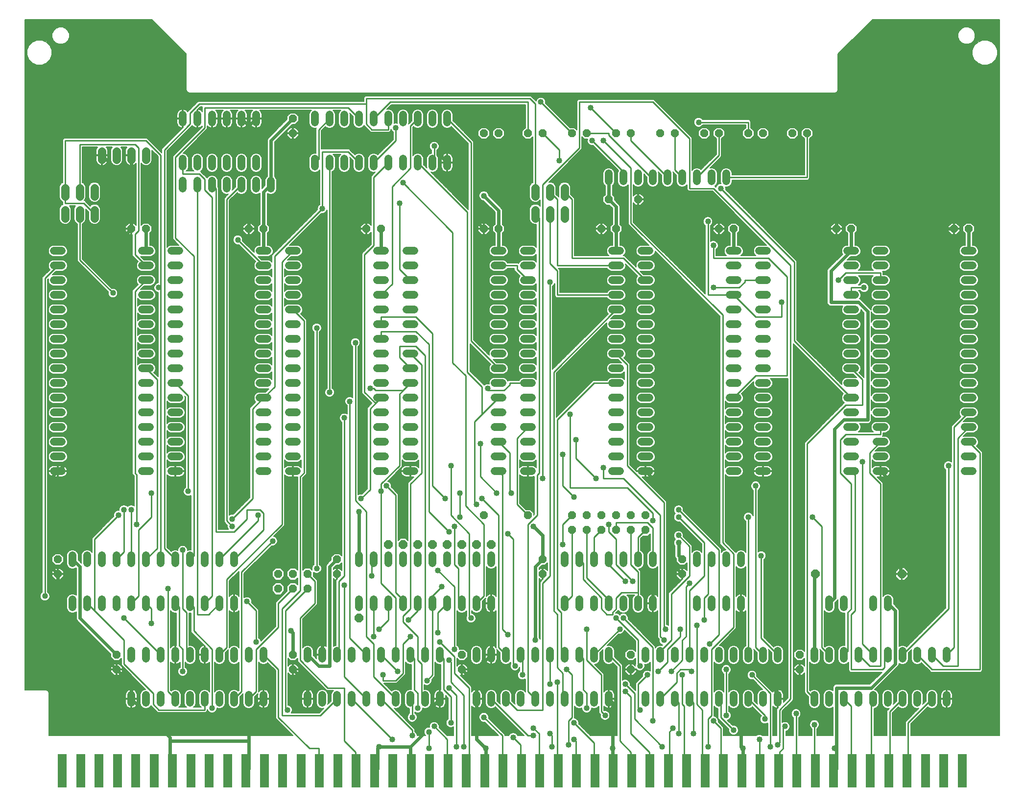
<source format=gbl>
G75*
%MOIN*%
%OFA0B0*%
%FSLAX25Y25*%
%IPPOS*%
%LPD*%
%AMOC8*
5,1,8,0,0,1.08239X$1,22.5*
%
%ADD10C,0.05200*%
%ADD11R,0.06000X0.23000*%
%ADD12OC8,0.05200*%
%ADD13OC8,0.06000*%
%ADD14C,0.05600*%
%ADD15OC8,0.05600*%
%ADD16C,0.02400*%
%ADD17C,0.04000*%
%ADD18C,0.00600*%
%ADD19C,0.01000*%
D10*
X0091300Y0064250D02*
X0091300Y0069450D01*
X0101300Y0069450D02*
X0101300Y0064250D01*
X0111300Y0064250D02*
X0111300Y0069450D01*
X0121300Y0069450D02*
X0121300Y0064250D01*
X0131300Y0064250D02*
X0131300Y0069450D01*
X0141300Y0069450D02*
X0141300Y0064250D01*
X0151300Y0064250D02*
X0151300Y0069450D01*
X0161300Y0069450D02*
X0161300Y0064250D01*
X0171300Y0064250D02*
X0171300Y0069450D01*
X0181300Y0069450D02*
X0181300Y0064250D01*
X0211300Y0064250D02*
X0211300Y0069450D01*
X0221300Y0069450D02*
X0221300Y0064250D01*
X0231300Y0064250D02*
X0231300Y0069450D01*
X0241300Y0069450D02*
X0241300Y0064250D01*
X0251300Y0064250D02*
X0251300Y0069450D01*
X0261300Y0069450D02*
X0261300Y0064250D01*
X0271300Y0064250D02*
X0271300Y0069450D01*
X0281300Y0069450D02*
X0281300Y0064250D01*
X0291300Y0064250D02*
X0291300Y0069450D01*
X0301300Y0069450D02*
X0301300Y0064250D01*
X0326300Y0064250D02*
X0326300Y0069450D01*
X0336300Y0069450D02*
X0336300Y0064250D01*
X0346300Y0064250D02*
X0346300Y0069450D01*
X0356300Y0069450D02*
X0356300Y0064250D01*
X0366300Y0064250D02*
X0366300Y0069450D01*
X0376300Y0069450D02*
X0376300Y0064250D01*
X0386300Y0064250D02*
X0386300Y0069450D01*
X0396300Y0069450D02*
X0396300Y0064250D01*
X0406300Y0064250D02*
X0406300Y0069450D01*
X0416300Y0069450D02*
X0416300Y0064250D01*
X0441300Y0064250D02*
X0441300Y0069450D01*
X0451300Y0069450D02*
X0451300Y0064250D01*
X0461300Y0064250D02*
X0461300Y0069450D01*
X0471300Y0069450D02*
X0471300Y0064250D01*
X0481300Y0064250D02*
X0481300Y0069450D01*
X0491300Y0069450D02*
X0491300Y0064250D01*
X0501300Y0064250D02*
X0501300Y0069450D01*
X0511300Y0069450D02*
X0511300Y0064250D01*
X0521300Y0064250D02*
X0521300Y0069450D01*
X0531300Y0069450D02*
X0531300Y0064250D01*
X0556300Y0064250D02*
X0556300Y0069450D01*
X0566300Y0069450D02*
X0566300Y0064250D01*
X0576300Y0064250D02*
X0576300Y0069450D01*
X0586300Y0069450D02*
X0586300Y0064250D01*
X0596300Y0064250D02*
X0596300Y0069450D01*
X0606300Y0069450D02*
X0606300Y0064250D01*
X0616300Y0064250D02*
X0616300Y0069450D01*
X0626300Y0069450D02*
X0626300Y0064250D01*
X0636300Y0064250D02*
X0636300Y0069450D01*
X0646300Y0069450D02*
X0646300Y0064250D01*
X0646300Y0094250D02*
X0646300Y0099450D01*
X0636300Y0099450D02*
X0636300Y0094250D01*
X0626300Y0094250D02*
X0626300Y0099450D01*
X0616300Y0099450D02*
X0616300Y0094250D01*
X0606300Y0094250D02*
X0606300Y0099450D01*
X0596300Y0099450D02*
X0596300Y0094250D01*
X0586300Y0094250D02*
X0586300Y0099450D01*
X0576300Y0099450D02*
X0576300Y0094250D01*
X0566300Y0094250D02*
X0566300Y0099450D01*
X0556300Y0099450D02*
X0556300Y0094250D01*
X0531300Y0094250D02*
X0531300Y0099450D01*
X0521300Y0099450D02*
X0521300Y0094250D01*
X0511300Y0094250D02*
X0511300Y0099450D01*
X0501300Y0099450D02*
X0501300Y0094250D01*
X0491300Y0094250D02*
X0491300Y0099450D01*
X0481300Y0099450D02*
X0481300Y0094250D01*
X0471300Y0094250D02*
X0471300Y0099450D01*
X0461300Y0099450D02*
X0461300Y0094250D01*
X0451300Y0094250D02*
X0451300Y0099450D01*
X0441300Y0099450D02*
X0441300Y0094250D01*
X0416300Y0094250D02*
X0416300Y0099450D01*
X0406300Y0099450D02*
X0406300Y0094250D01*
X0396300Y0094250D02*
X0396300Y0099450D01*
X0386300Y0099450D02*
X0386300Y0094250D01*
X0376300Y0094250D02*
X0376300Y0099450D01*
X0366300Y0099450D02*
X0366300Y0094250D01*
X0356300Y0094250D02*
X0356300Y0099450D01*
X0346300Y0099450D02*
X0346300Y0094250D01*
X0336300Y0094250D02*
X0336300Y0099450D01*
X0326300Y0099450D02*
X0326300Y0094250D01*
X0301300Y0094250D02*
X0301300Y0099450D01*
X0291300Y0099450D02*
X0291300Y0094250D01*
X0281300Y0094250D02*
X0281300Y0099450D01*
X0271300Y0099450D02*
X0271300Y0094250D01*
X0261300Y0094250D02*
X0261300Y0099450D01*
X0251300Y0099450D02*
X0251300Y0094250D01*
X0241300Y0094250D02*
X0241300Y0099450D01*
X0231300Y0099450D02*
X0231300Y0094250D01*
X0221300Y0094250D02*
X0221300Y0099450D01*
X0211300Y0099450D02*
X0211300Y0094250D01*
X0181300Y0094250D02*
X0181300Y0099450D01*
X0171300Y0099450D02*
X0171300Y0094250D01*
X0161300Y0094250D02*
X0161300Y0099450D01*
X0151300Y0099450D02*
X0151300Y0094250D01*
X0141300Y0094250D02*
X0141300Y0099450D01*
X0131300Y0099450D02*
X0131300Y0094250D01*
X0121300Y0094250D02*
X0121300Y0099450D01*
X0111300Y0099450D02*
X0111300Y0094250D01*
X0101300Y0094250D02*
X0101300Y0099450D01*
X0091300Y0099450D02*
X0091300Y0094250D01*
X0091300Y0129250D02*
X0091300Y0134450D01*
X0081300Y0134450D02*
X0081300Y0129250D01*
X0071300Y0129250D02*
X0071300Y0134450D01*
X0061300Y0134450D02*
X0061300Y0129250D01*
X0051300Y0129250D02*
X0051300Y0134450D01*
X0051300Y0159250D02*
X0051300Y0164450D01*
X0061300Y0164450D02*
X0061300Y0159250D01*
X0071300Y0159250D02*
X0071300Y0164450D01*
X0081300Y0164450D02*
X0081300Y0159250D01*
X0091300Y0159250D02*
X0091300Y0164450D01*
X0101300Y0164450D02*
X0101300Y0159250D01*
X0111300Y0159250D02*
X0111300Y0164450D01*
X0121300Y0164450D02*
X0121300Y0159250D01*
X0131300Y0159250D02*
X0131300Y0164450D01*
X0141300Y0164450D02*
X0141300Y0159250D01*
X0151300Y0159250D02*
X0151300Y0164450D01*
X0161300Y0164450D02*
X0161300Y0159250D01*
X0161300Y0134450D02*
X0161300Y0129250D01*
X0151300Y0129250D02*
X0151300Y0134450D01*
X0141300Y0134450D02*
X0141300Y0129250D01*
X0131300Y0129250D02*
X0131300Y0134450D01*
X0121300Y0134450D02*
X0121300Y0129250D01*
X0111300Y0129250D02*
X0111300Y0134450D01*
X0101300Y0134450D02*
X0101300Y0129250D01*
X0098700Y0221850D02*
X0103900Y0221850D01*
X0103900Y0231850D02*
X0098700Y0231850D01*
X0098700Y0241850D02*
X0103900Y0241850D01*
X0103900Y0251850D02*
X0098700Y0251850D01*
X0098700Y0261850D02*
X0103900Y0261850D01*
X0103900Y0271850D02*
X0098700Y0271850D01*
X0098700Y0281850D02*
X0103900Y0281850D01*
X0103900Y0291850D02*
X0098700Y0291850D01*
X0098700Y0301850D02*
X0103900Y0301850D01*
X0103900Y0311850D02*
X0098700Y0311850D01*
X0098700Y0321850D02*
X0103900Y0321850D01*
X0103900Y0331850D02*
X0098700Y0331850D01*
X0098700Y0341850D02*
X0103900Y0341850D01*
X0103900Y0351850D02*
X0098700Y0351850D01*
X0098700Y0361850D02*
X0103900Y0361850D01*
X0103900Y0371850D02*
X0098700Y0371850D01*
X0118700Y0371850D02*
X0123900Y0371850D01*
X0123900Y0361850D02*
X0118700Y0361850D01*
X0118700Y0351850D02*
X0123900Y0351850D01*
X0123900Y0341850D02*
X0118700Y0341850D01*
X0118700Y0331850D02*
X0123900Y0331850D01*
X0123900Y0321850D02*
X0118700Y0321850D01*
X0118700Y0311850D02*
X0123900Y0311850D01*
X0123900Y0301850D02*
X0118700Y0301850D01*
X0118700Y0291850D02*
X0123900Y0291850D01*
X0123900Y0281850D02*
X0118700Y0281850D01*
X0118700Y0271850D02*
X0123900Y0271850D01*
X0123900Y0261850D02*
X0118700Y0261850D01*
X0118700Y0251850D02*
X0123900Y0251850D01*
X0123900Y0241850D02*
X0118700Y0241850D01*
X0118700Y0231850D02*
X0123900Y0231850D01*
X0123900Y0221850D02*
X0118700Y0221850D01*
X0178700Y0221850D02*
X0183900Y0221850D01*
X0183900Y0231850D02*
X0178700Y0231850D01*
X0178700Y0241850D02*
X0183900Y0241850D01*
X0183900Y0251850D02*
X0178700Y0251850D01*
X0178700Y0261850D02*
X0183900Y0261850D01*
X0183900Y0271850D02*
X0178700Y0271850D01*
X0178700Y0281850D02*
X0183900Y0281850D01*
X0183900Y0291850D02*
X0178700Y0291850D01*
X0178700Y0301850D02*
X0183900Y0301850D01*
X0183900Y0311850D02*
X0178700Y0311850D01*
X0178700Y0321850D02*
X0183900Y0321850D01*
X0183900Y0331850D02*
X0178700Y0331850D01*
X0178700Y0341850D02*
X0183900Y0341850D01*
X0183900Y0351850D02*
X0178700Y0351850D01*
X0178700Y0361850D02*
X0183900Y0361850D01*
X0183900Y0371850D02*
X0178700Y0371850D01*
X0198700Y0371850D02*
X0203900Y0371850D01*
X0203900Y0361850D02*
X0198700Y0361850D01*
X0198700Y0351850D02*
X0203900Y0351850D01*
X0203900Y0341850D02*
X0198700Y0341850D01*
X0198700Y0331850D02*
X0203900Y0331850D01*
X0203900Y0321850D02*
X0198700Y0321850D01*
X0198700Y0311850D02*
X0203900Y0311850D01*
X0203900Y0301850D02*
X0198700Y0301850D01*
X0198700Y0291850D02*
X0203900Y0291850D01*
X0203900Y0281850D02*
X0198700Y0281850D01*
X0198700Y0271850D02*
X0203900Y0271850D01*
X0203900Y0261850D02*
X0198700Y0261850D01*
X0198700Y0251850D02*
X0203900Y0251850D01*
X0203900Y0241850D02*
X0198700Y0241850D01*
X0198700Y0231850D02*
X0203900Y0231850D01*
X0203900Y0221850D02*
X0198700Y0221850D01*
X0258700Y0221850D02*
X0263900Y0221850D01*
X0263900Y0231850D02*
X0258700Y0231850D01*
X0258700Y0241850D02*
X0263900Y0241850D01*
X0263900Y0251850D02*
X0258700Y0251850D01*
X0258700Y0261850D02*
X0263900Y0261850D01*
X0263900Y0271850D02*
X0258700Y0271850D01*
X0258700Y0281850D02*
X0263900Y0281850D01*
X0263900Y0291850D02*
X0258700Y0291850D01*
X0258700Y0301850D02*
X0263900Y0301850D01*
X0263900Y0311850D02*
X0258700Y0311850D01*
X0258700Y0321850D02*
X0263900Y0321850D01*
X0263900Y0331850D02*
X0258700Y0331850D01*
X0258700Y0341850D02*
X0263900Y0341850D01*
X0263900Y0351850D02*
X0258700Y0351850D01*
X0258700Y0361850D02*
X0263900Y0361850D01*
X0263900Y0371850D02*
X0258700Y0371850D01*
X0278700Y0371850D02*
X0283900Y0371850D01*
X0283900Y0361850D02*
X0278700Y0361850D01*
X0278700Y0351850D02*
X0283900Y0351850D01*
X0283900Y0341850D02*
X0278700Y0341850D01*
X0278700Y0331850D02*
X0283900Y0331850D01*
X0283900Y0321850D02*
X0278700Y0321850D01*
X0278700Y0311850D02*
X0283900Y0311850D01*
X0283900Y0301850D02*
X0278700Y0301850D01*
X0278700Y0291850D02*
X0283900Y0291850D01*
X0283900Y0281850D02*
X0278700Y0281850D01*
X0278700Y0271850D02*
X0283900Y0271850D01*
X0283900Y0261850D02*
X0278700Y0261850D01*
X0278700Y0251850D02*
X0283900Y0251850D01*
X0283900Y0241850D02*
X0278700Y0241850D01*
X0278700Y0231850D02*
X0283900Y0231850D01*
X0283900Y0221850D02*
X0278700Y0221850D01*
X0338700Y0221850D02*
X0343900Y0221850D01*
X0343900Y0231850D02*
X0338700Y0231850D01*
X0338700Y0241850D02*
X0343900Y0241850D01*
X0343900Y0251850D02*
X0338700Y0251850D01*
X0338700Y0261850D02*
X0343900Y0261850D01*
X0343900Y0271850D02*
X0338700Y0271850D01*
X0338700Y0281850D02*
X0343900Y0281850D01*
X0343900Y0291850D02*
X0338700Y0291850D01*
X0338700Y0301850D02*
X0343900Y0301850D01*
X0343900Y0311850D02*
X0338700Y0311850D01*
X0338700Y0321850D02*
X0343900Y0321850D01*
X0343900Y0331850D02*
X0338700Y0331850D01*
X0338700Y0341850D02*
X0343900Y0341850D01*
X0343900Y0351850D02*
X0338700Y0351850D01*
X0338700Y0361850D02*
X0343900Y0361850D01*
X0343900Y0371850D02*
X0338700Y0371850D01*
X0358700Y0371850D02*
X0363900Y0371850D01*
X0363900Y0361850D02*
X0358700Y0361850D01*
X0358700Y0351850D02*
X0363900Y0351850D01*
X0363900Y0341850D02*
X0358700Y0341850D01*
X0358700Y0331850D02*
X0363900Y0331850D01*
X0363900Y0321850D02*
X0358700Y0321850D01*
X0358700Y0311850D02*
X0363900Y0311850D01*
X0363900Y0301850D02*
X0358700Y0301850D01*
X0358700Y0291850D02*
X0363900Y0291850D01*
X0363900Y0281850D02*
X0358700Y0281850D01*
X0358700Y0271850D02*
X0363900Y0271850D01*
X0363900Y0261850D02*
X0358700Y0261850D01*
X0358700Y0251850D02*
X0363900Y0251850D01*
X0363900Y0241850D02*
X0358700Y0241850D01*
X0358700Y0231850D02*
X0363900Y0231850D01*
X0363900Y0221850D02*
X0358700Y0221850D01*
X0418700Y0221850D02*
X0423900Y0221850D01*
X0423900Y0231850D02*
X0418700Y0231850D01*
X0418700Y0241850D02*
X0423900Y0241850D01*
X0423900Y0251850D02*
X0418700Y0251850D01*
X0418700Y0261850D02*
X0423900Y0261850D01*
X0423900Y0271850D02*
X0418700Y0271850D01*
X0418700Y0281850D02*
X0423900Y0281850D01*
X0423900Y0291850D02*
X0418700Y0291850D01*
X0418700Y0301850D02*
X0423900Y0301850D01*
X0423900Y0311850D02*
X0418700Y0311850D01*
X0418700Y0321850D02*
X0423900Y0321850D01*
X0423900Y0331850D02*
X0418700Y0331850D01*
X0418700Y0341850D02*
X0423900Y0341850D01*
X0423900Y0351850D02*
X0418700Y0351850D01*
X0418700Y0361850D02*
X0423900Y0361850D01*
X0423900Y0371850D02*
X0418700Y0371850D01*
X0438700Y0371850D02*
X0443900Y0371850D01*
X0443900Y0361850D02*
X0438700Y0361850D01*
X0438700Y0351850D02*
X0443900Y0351850D01*
X0443900Y0341850D02*
X0438700Y0341850D01*
X0438700Y0331850D02*
X0443900Y0331850D01*
X0443900Y0321850D02*
X0438700Y0321850D01*
X0438700Y0311850D02*
X0443900Y0311850D01*
X0443900Y0301850D02*
X0438700Y0301850D01*
X0438700Y0291850D02*
X0443900Y0291850D01*
X0443900Y0281850D02*
X0438700Y0281850D01*
X0438700Y0271850D02*
X0443900Y0271850D01*
X0443900Y0261850D02*
X0438700Y0261850D01*
X0438700Y0251850D02*
X0443900Y0251850D01*
X0443900Y0241850D02*
X0438700Y0241850D01*
X0438700Y0231850D02*
X0443900Y0231850D01*
X0443900Y0221850D02*
X0438700Y0221850D01*
X0498700Y0221850D02*
X0503900Y0221850D01*
X0503900Y0231850D02*
X0498700Y0231850D01*
X0498700Y0241850D02*
X0503900Y0241850D01*
X0503900Y0251850D02*
X0498700Y0251850D01*
X0498700Y0261850D02*
X0503900Y0261850D01*
X0503900Y0271850D02*
X0498700Y0271850D01*
X0498700Y0281850D02*
X0503900Y0281850D01*
X0503900Y0291850D02*
X0498700Y0291850D01*
X0498700Y0301850D02*
X0503900Y0301850D01*
X0503900Y0311850D02*
X0498700Y0311850D01*
X0498700Y0321850D02*
X0503900Y0321850D01*
X0503900Y0331850D02*
X0498700Y0331850D01*
X0498700Y0341850D02*
X0503900Y0341850D01*
X0503900Y0351850D02*
X0498700Y0351850D01*
X0498700Y0361850D02*
X0503900Y0361850D01*
X0503900Y0371850D02*
X0498700Y0371850D01*
X0518700Y0371850D02*
X0523900Y0371850D01*
X0523900Y0361850D02*
X0518700Y0361850D01*
X0518700Y0351850D02*
X0523900Y0351850D01*
X0523900Y0341850D02*
X0518700Y0341850D01*
X0518700Y0331850D02*
X0523900Y0331850D01*
X0523900Y0321850D02*
X0518700Y0321850D01*
X0518700Y0311850D02*
X0523900Y0311850D01*
X0523900Y0301850D02*
X0518700Y0301850D01*
X0518700Y0291850D02*
X0523900Y0291850D01*
X0523900Y0281850D02*
X0518700Y0281850D01*
X0518700Y0271850D02*
X0523900Y0271850D01*
X0523900Y0261850D02*
X0518700Y0261850D01*
X0518700Y0251850D02*
X0523900Y0251850D01*
X0523900Y0241850D02*
X0518700Y0241850D01*
X0518700Y0231850D02*
X0523900Y0231850D01*
X0523900Y0221850D02*
X0518700Y0221850D01*
X0578700Y0221850D02*
X0583900Y0221850D01*
X0583900Y0231850D02*
X0578700Y0231850D01*
X0578700Y0241850D02*
X0583900Y0241850D01*
X0583900Y0251850D02*
X0578700Y0251850D01*
X0578700Y0261850D02*
X0583900Y0261850D01*
X0583900Y0271850D02*
X0578700Y0271850D01*
X0578700Y0281850D02*
X0583900Y0281850D01*
X0583900Y0291850D02*
X0578700Y0291850D01*
X0578700Y0301850D02*
X0583900Y0301850D01*
X0583900Y0311850D02*
X0578700Y0311850D01*
X0578700Y0321850D02*
X0583900Y0321850D01*
X0583900Y0331850D02*
X0578700Y0331850D01*
X0578700Y0341850D02*
X0583900Y0341850D01*
X0583900Y0351850D02*
X0578700Y0351850D01*
X0578700Y0361850D02*
X0583900Y0361850D01*
X0583900Y0371850D02*
X0578700Y0371850D01*
X0598700Y0371850D02*
X0603900Y0371850D01*
X0603900Y0361850D02*
X0598700Y0361850D01*
X0598700Y0351850D02*
X0603900Y0351850D01*
X0603900Y0341850D02*
X0598700Y0341850D01*
X0598700Y0331850D02*
X0603900Y0331850D01*
X0603900Y0321850D02*
X0598700Y0321850D01*
X0598700Y0311850D02*
X0603900Y0311850D01*
X0603900Y0301850D02*
X0598700Y0301850D01*
X0598700Y0291850D02*
X0603900Y0291850D01*
X0603900Y0281850D02*
X0598700Y0281850D01*
X0598700Y0271850D02*
X0603900Y0271850D01*
X0603900Y0261850D02*
X0598700Y0261850D01*
X0598700Y0251850D02*
X0603900Y0251850D01*
X0603900Y0241850D02*
X0598700Y0241850D01*
X0598700Y0231850D02*
X0603900Y0231850D01*
X0603900Y0221850D02*
X0598700Y0221850D01*
X0658700Y0221850D02*
X0663900Y0221850D01*
X0663900Y0231850D02*
X0658700Y0231850D01*
X0658700Y0241850D02*
X0663900Y0241850D01*
X0663900Y0251850D02*
X0658700Y0251850D01*
X0658700Y0261850D02*
X0663900Y0261850D01*
X0663900Y0271850D02*
X0658700Y0271850D01*
X0658700Y0281850D02*
X0663900Y0281850D01*
X0663900Y0291850D02*
X0658700Y0291850D01*
X0658700Y0301850D02*
X0663900Y0301850D01*
X0663900Y0311850D02*
X0658700Y0311850D01*
X0658700Y0321850D02*
X0663900Y0321850D01*
X0663900Y0331850D02*
X0658700Y0331850D01*
X0658700Y0341850D02*
X0663900Y0341850D01*
X0663900Y0351850D02*
X0658700Y0351850D01*
X0658700Y0361850D02*
X0663900Y0361850D01*
X0663900Y0371850D02*
X0658700Y0371850D01*
X0496300Y0419250D02*
X0496300Y0424450D01*
X0486300Y0424450D02*
X0486300Y0419250D01*
X0476300Y0419250D02*
X0476300Y0424450D01*
X0466300Y0424450D02*
X0466300Y0419250D01*
X0456300Y0419250D02*
X0456300Y0424450D01*
X0446300Y0424450D02*
X0446300Y0419250D01*
X0436300Y0419250D02*
X0436300Y0424450D01*
X0426300Y0424450D02*
X0426300Y0419250D01*
X0416300Y0419250D02*
X0416300Y0424450D01*
X0306300Y0429250D02*
X0306300Y0434450D01*
X0296300Y0434450D02*
X0296300Y0429250D01*
X0286300Y0429250D02*
X0286300Y0434450D01*
X0276300Y0434450D02*
X0276300Y0429250D01*
X0266300Y0429250D02*
X0266300Y0434450D01*
X0256300Y0434450D02*
X0256300Y0429250D01*
X0246300Y0429250D02*
X0246300Y0434450D01*
X0236300Y0434450D02*
X0236300Y0429250D01*
X0226300Y0429250D02*
X0226300Y0434450D01*
X0216300Y0434450D02*
X0216300Y0429250D01*
X0216300Y0459250D02*
X0216300Y0464450D01*
X0226300Y0464450D02*
X0226300Y0459250D01*
X0236300Y0459250D02*
X0236300Y0464450D01*
X0246300Y0464450D02*
X0246300Y0459250D01*
X0256300Y0459250D02*
X0256300Y0464450D01*
X0266300Y0464450D02*
X0266300Y0459250D01*
X0276300Y0459250D02*
X0276300Y0464450D01*
X0286300Y0464450D02*
X0286300Y0459250D01*
X0296300Y0459250D02*
X0296300Y0464450D01*
X0306300Y0464450D02*
X0306300Y0459250D01*
X0186300Y0419450D02*
X0186300Y0414250D01*
X0176300Y0414250D02*
X0176300Y0419450D01*
X0166300Y0419450D02*
X0166300Y0414250D01*
X0156300Y0414250D02*
X0156300Y0419450D01*
X0146300Y0419450D02*
X0146300Y0414250D01*
X0136300Y0414250D02*
X0136300Y0419450D01*
X0126300Y0419450D02*
X0126300Y0414250D01*
X0126300Y0429250D02*
X0126300Y0434450D01*
X0136300Y0434450D02*
X0136300Y0429250D01*
X0146300Y0429250D02*
X0146300Y0434450D01*
X0156300Y0434450D02*
X0156300Y0429250D01*
X0166300Y0429250D02*
X0166300Y0434450D01*
X0176300Y0434450D02*
X0176300Y0429250D01*
X0176300Y0459250D02*
X0176300Y0464450D01*
X0166300Y0464450D02*
X0166300Y0459250D01*
X0156300Y0459250D02*
X0156300Y0464450D01*
X0146300Y0464450D02*
X0146300Y0459250D01*
X0136300Y0459250D02*
X0136300Y0464450D01*
X0126300Y0464450D02*
X0126300Y0459250D01*
X0043900Y0371850D02*
X0038700Y0371850D01*
X0038700Y0361850D02*
X0043900Y0361850D01*
X0043900Y0351850D02*
X0038700Y0351850D01*
X0038700Y0341850D02*
X0043900Y0341850D01*
X0043900Y0331850D02*
X0038700Y0331850D01*
X0038700Y0321850D02*
X0043900Y0321850D01*
X0043900Y0311850D02*
X0038700Y0311850D01*
X0038700Y0301850D02*
X0043900Y0301850D01*
X0043900Y0291850D02*
X0038700Y0291850D01*
X0038700Y0281850D02*
X0043900Y0281850D01*
X0043900Y0271850D02*
X0038700Y0271850D01*
X0038700Y0261850D02*
X0043900Y0261850D01*
X0043900Y0251850D02*
X0038700Y0251850D01*
X0038700Y0241850D02*
X0043900Y0241850D01*
X0043900Y0231850D02*
X0038700Y0231850D01*
X0038700Y0221850D02*
X0043900Y0221850D01*
X0246300Y0164450D02*
X0246300Y0159250D01*
X0256300Y0159250D02*
X0256300Y0164450D01*
X0266300Y0164450D02*
X0266300Y0159250D01*
X0276300Y0159250D02*
X0276300Y0164450D01*
X0286300Y0164450D02*
X0286300Y0159250D01*
X0296300Y0159250D02*
X0296300Y0164450D01*
X0306300Y0164450D02*
X0306300Y0159250D01*
X0316300Y0159250D02*
X0316300Y0164450D01*
X0326300Y0164450D02*
X0326300Y0159250D01*
X0336300Y0159250D02*
X0336300Y0164450D01*
X0336300Y0134450D02*
X0336300Y0129250D01*
X0326300Y0129250D02*
X0326300Y0134450D01*
X0316300Y0134450D02*
X0316300Y0129250D01*
X0306300Y0129250D02*
X0306300Y0134450D01*
X0296300Y0134450D02*
X0296300Y0129250D01*
X0286300Y0129250D02*
X0286300Y0134450D01*
X0276300Y0134450D02*
X0276300Y0129250D01*
X0266300Y0129250D02*
X0266300Y0134450D01*
X0256300Y0134450D02*
X0256300Y0129250D01*
X0246300Y0129250D02*
X0246300Y0134450D01*
X0386300Y0134450D02*
X0386300Y0129250D01*
X0396300Y0129250D02*
X0396300Y0134450D01*
X0406300Y0134450D02*
X0406300Y0129250D01*
X0416300Y0129250D02*
X0416300Y0134450D01*
X0426300Y0134450D02*
X0426300Y0129250D01*
X0436300Y0129250D02*
X0436300Y0134450D01*
X0446300Y0134450D02*
X0446300Y0129250D01*
X0476300Y0129250D02*
X0476300Y0134450D01*
X0486300Y0134450D02*
X0486300Y0129250D01*
X0496300Y0129250D02*
X0496300Y0134450D01*
X0506300Y0134450D02*
X0506300Y0129250D01*
X0506300Y0159250D02*
X0506300Y0164450D01*
X0496300Y0164450D02*
X0496300Y0159250D01*
X0486300Y0159250D02*
X0486300Y0164450D01*
X0476300Y0164450D02*
X0476300Y0159250D01*
X0446300Y0159250D02*
X0446300Y0164450D01*
X0436300Y0164450D02*
X0436300Y0159250D01*
X0426300Y0159250D02*
X0426300Y0164450D01*
X0416300Y0164450D02*
X0416300Y0159250D01*
X0406300Y0159250D02*
X0406300Y0164450D01*
X0396300Y0164450D02*
X0396300Y0159250D01*
X0386300Y0159250D02*
X0386300Y0164450D01*
X0566300Y0134450D02*
X0566300Y0129250D01*
X0576300Y0129250D02*
X0576300Y0134450D01*
X0596300Y0134450D02*
X0596300Y0129250D01*
X0606300Y0129250D02*
X0606300Y0134450D01*
D11*
X0044300Y0017850D03*
X0056800Y0017850D03*
X0069300Y0017850D03*
X0081800Y0017850D03*
X0094300Y0017850D03*
X0106800Y0017850D03*
X0119300Y0017850D03*
X0131800Y0017850D03*
X0144300Y0017850D03*
X0156800Y0017850D03*
X0169300Y0017850D03*
X0181800Y0017850D03*
X0194300Y0017850D03*
X0206800Y0017850D03*
X0219300Y0017850D03*
X0231800Y0017850D03*
X0244300Y0017850D03*
X0256800Y0017850D03*
X0269300Y0017850D03*
X0281800Y0017850D03*
X0294300Y0017850D03*
X0306800Y0017850D03*
X0319300Y0017850D03*
X0331800Y0017850D03*
X0344300Y0017850D03*
X0356800Y0017850D03*
X0369300Y0017850D03*
X0381800Y0017850D03*
X0394300Y0017850D03*
X0406800Y0017850D03*
X0419300Y0017850D03*
X0431800Y0017850D03*
X0444300Y0017850D03*
X0456800Y0017850D03*
X0469300Y0017850D03*
X0481800Y0017850D03*
X0494300Y0017850D03*
X0506800Y0017850D03*
X0519300Y0017850D03*
X0531800Y0017850D03*
X0544300Y0017850D03*
X0556800Y0017850D03*
X0569300Y0017850D03*
X0581800Y0017850D03*
X0594300Y0017850D03*
X0606800Y0017850D03*
X0619300Y0017850D03*
X0631800Y0017850D03*
X0644300Y0017850D03*
X0656800Y0017850D03*
D12*
X0546300Y0086850D03*
X0546300Y0096850D03*
X0466300Y0151850D03*
X0466300Y0161850D03*
X0431300Y0096850D03*
X0431300Y0086850D03*
X0371300Y0151850D03*
X0371300Y0161850D03*
X0361300Y0191850D03*
X0331300Y0191850D03*
X0231300Y0161850D03*
X0231300Y0151850D03*
X0201300Y0096850D03*
X0201300Y0086850D03*
X0316300Y0086850D03*
X0316300Y0096850D03*
X0081300Y0096850D03*
X0081300Y0086850D03*
X0041300Y0151850D03*
X0041300Y0161850D03*
X0091300Y0386850D03*
X0101300Y0386850D03*
X0171300Y0386850D03*
X0181300Y0386850D03*
X0251300Y0386850D03*
X0261300Y0386850D03*
X0331300Y0386850D03*
X0341300Y0386850D03*
X0411300Y0386850D03*
X0421300Y0386850D03*
X0416300Y0406850D03*
X0436300Y0406850D03*
X0491300Y0386850D03*
X0501300Y0386850D03*
X0571300Y0386850D03*
X0581300Y0386850D03*
X0651300Y0386850D03*
X0661300Y0386850D03*
X0551300Y0451850D03*
X0541300Y0451850D03*
X0521300Y0451850D03*
X0511300Y0451850D03*
X0491300Y0451850D03*
X0481300Y0451850D03*
X0461300Y0451850D03*
X0451300Y0451850D03*
X0431300Y0451850D03*
X0421300Y0451850D03*
X0401300Y0451850D03*
X0391300Y0451850D03*
X0371300Y0451850D03*
X0361300Y0451850D03*
X0341300Y0451850D03*
X0331300Y0451850D03*
X0201300Y0451850D03*
X0201300Y0461850D03*
D13*
X0266300Y0171850D03*
X0276300Y0171850D03*
X0286300Y0171850D03*
X0296300Y0171850D03*
X0306300Y0171850D03*
X0316300Y0171850D03*
X0326300Y0171850D03*
X0336300Y0171850D03*
X0246300Y0121850D03*
X0556800Y0151850D03*
X0615800Y0151850D03*
D14*
X0386300Y0394050D02*
X0386300Y0399650D01*
X0376300Y0399650D02*
X0376300Y0394050D01*
X0366300Y0394050D02*
X0366300Y0399650D01*
X0366300Y0409050D02*
X0366300Y0414650D01*
X0376300Y0414650D02*
X0376300Y0409050D01*
X0386300Y0409050D02*
X0386300Y0414650D01*
X0101300Y0434050D02*
X0101300Y0439650D01*
X0091300Y0439650D02*
X0091300Y0434050D01*
X0081300Y0434050D02*
X0081300Y0439650D01*
X0071300Y0439650D02*
X0071300Y0434050D01*
X0066300Y0414650D02*
X0066300Y0409050D01*
X0066300Y0399650D02*
X0066300Y0394050D01*
X0056300Y0394050D02*
X0056300Y0399650D01*
X0046300Y0399650D02*
X0046300Y0394050D01*
X0046300Y0409050D02*
X0046300Y0414650D01*
X0056300Y0414650D02*
X0056300Y0409050D01*
D15*
X0391300Y0191850D03*
X0401300Y0191850D03*
X0401300Y0181850D03*
X0391300Y0181850D03*
X0411300Y0181850D03*
X0421300Y0181850D03*
X0421300Y0191850D03*
X0411300Y0191850D03*
X0431300Y0191850D03*
X0441300Y0191850D03*
X0441300Y0181850D03*
X0431300Y0181850D03*
X0211300Y0151850D03*
X0211300Y0141850D03*
X0201300Y0141850D03*
X0201300Y0151850D03*
X0191300Y0151850D03*
X0191300Y0141850D03*
D16*
X0217550Y0128100D02*
X0219425Y0126225D01*
X0220050Y0126850D01*
X0220050Y0150600D01*
X0221300Y0151850D01*
X0226300Y0156850D02*
X0231300Y0161850D01*
X0226300Y0156850D02*
X0226300Y0089350D01*
X0218800Y0089350D01*
X0211300Y0096850D01*
X0201300Y0096850D02*
X0201300Y0111850D01*
X0200050Y0113100D01*
X0219425Y0126225D02*
X0221300Y0124350D01*
X0221300Y0096850D01*
X0211300Y0076850D02*
X0201300Y0086850D01*
X0211300Y0076850D02*
X0211300Y0066850D01*
X0181300Y0066850D02*
X0171300Y0056850D01*
X0171300Y0038100D01*
X0117550Y0038100D01*
X0117550Y0019350D01*
X0118800Y0018100D01*
X0119300Y0017850D01*
X0117550Y0038100D02*
X0117550Y0040600D01*
X0091300Y0066850D01*
X0091300Y0076850D01*
X0081300Y0086850D01*
X0041300Y0126850D01*
X0041300Y0151850D01*
X0036300Y0156850D01*
X0036300Y0216850D01*
X0041300Y0221850D01*
X0083800Y0264350D01*
X0083800Y0379350D01*
X0091300Y0386850D01*
X0091300Y0416850D01*
X0071300Y0436850D01*
X0091300Y0436850D02*
X0091300Y0416850D01*
X0101300Y0386850D02*
X0101300Y0371850D01*
X0171300Y0386850D02*
X0171300Y0456850D01*
X0176300Y0461850D01*
X0171300Y0456850D02*
X0166300Y0461850D01*
X0186300Y0446850D02*
X0186300Y0416850D01*
X0181300Y0411850D01*
X0181300Y0386850D01*
X0181300Y0371850D01*
X0261300Y0371850D02*
X0261300Y0386850D01*
X0306300Y0431850D02*
X0302550Y0435600D01*
X0302550Y0455600D01*
X0301300Y0456850D01*
X0301300Y0466850D01*
X0303800Y0469350D01*
X0326300Y0469350D01*
X0326300Y0391850D01*
X0331300Y0386850D01*
X0341300Y0386850D02*
X0341300Y0399350D01*
X0331300Y0409350D01*
X0341300Y0386850D02*
X0341300Y0371850D01*
X0421300Y0371850D02*
X0421300Y0386850D01*
X0421300Y0401850D01*
X0416300Y0406850D01*
X0416300Y0421850D01*
X0501300Y0386850D02*
X0501300Y0371850D01*
X0567550Y0358100D02*
X0567550Y0336850D01*
X0586300Y0336850D01*
X0592550Y0330600D01*
X0592550Y0256850D01*
X0576300Y0256850D01*
X0570050Y0250600D01*
X0570050Y0135600D01*
X0566300Y0131850D01*
X0556800Y0151850D02*
X0556300Y0151850D01*
X0556300Y0096850D01*
X0571300Y0074350D02*
X0571300Y0033100D01*
X0570050Y0033100D01*
X0571300Y0033100D02*
X0571300Y0019350D01*
X0570050Y0018100D01*
X0569300Y0017850D01*
X0507550Y0018100D02*
X0506800Y0017850D01*
X0507550Y0018100D02*
X0507550Y0033100D01*
X0506300Y0034350D01*
X0506300Y0089350D01*
X0506300Y0131850D01*
X0466300Y0151850D02*
X0458800Y0159350D01*
X0458800Y0204350D01*
X0441300Y0221850D01*
X0463800Y0173100D02*
X0463800Y0164350D01*
X0466300Y0161850D01*
X0446300Y0151850D02*
X0446300Y0131850D01*
X0506300Y0089350D02*
X0513800Y0089350D01*
X0530050Y0073100D01*
X0530050Y0068100D01*
X0531300Y0066850D01*
X0571300Y0074350D02*
X0595050Y0074350D01*
X0611300Y0090600D01*
X0611300Y0126850D01*
X0606300Y0131850D01*
X0615050Y0151850D02*
X0615800Y0151850D01*
X0615050Y0151850D02*
X0615050Y0208100D01*
X0608175Y0214975D01*
X0608800Y0215600D01*
X0608800Y0386850D01*
X0651300Y0386850D01*
X0661300Y0386850D02*
X0661300Y0371850D01*
X0608800Y0386850D02*
X0586300Y0386850D01*
X0586300Y0389350D01*
X0583800Y0391850D01*
X0571300Y0391850D01*
X0571300Y0386850D01*
X0581300Y0386850D02*
X0581300Y0371850D01*
X0567550Y0358100D01*
X0601300Y0221850D02*
X0608175Y0214975D01*
X0418800Y0064350D02*
X0416300Y0066850D01*
X0418800Y0064350D02*
X0418800Y0033100D01*
X0418800Y0018100D01*
X0419300Y0017850D01*
X0332550Y0018100D02*
X0331800Y0017850D01*
X0332550Y0018100D02*
X0332550Y0033100D01*
X0326300Y0039350D01*
X0326300Y0066850D01*
X0326300Y0076850D01*
X0321925Y0081225D01*
X0322550Y0081850D01*
X0322550Y0083100D01*
X0336300Y0096850D01*
X0336300Y0131850D01*
X0366300Y0156850D02*
X0366300Y0106850D01*
X0321925Y0081225D02*
X0316300Y0086850D01*
X0301300Y0066850D02*
X0288800Y0054350D01*
X0288800Y0041850D01*
X0281300Y0034350D01*
X0281300Y0018100D01*
X0281800Y0017850D01*
X0281300Y0034350D02*
X0260050Y0034350D01*
X0258800Y0033100D01*
X0258800Y0019350D01*
X0257550Y0018100D01*
X0256800Y0017850D01*
X0171300Y0019350D02*
X0171300Y0038100D01*
X0171300Y0019350D02*
X0170050Y0018100D01*
X0169300Y0017850D01*
X0081300Y0096850D02*
X0056300Y0121850D01*
X0056300Y0156850D01*
X0051300Y0161850D01*
X0246300Y0161850D02*
X0246300Y0194350D01*
X0365050Y0184350D02*
X0371300Y0178100D01*
X0371300Y0161850D01*
X0366300Y0156850D01*
X0186300Y0446850D02*
X0201300Y0461850D01*
D17*
X0271300Y0455600D03*
X0297550Y0443100D03*
X0276300Y0418100D03*
X0273800Y0404350D03*
X0221300Y0400600D03*
X0163800Y0379350D03*
X0110050Y0346850D03*
X0078800Y0343100D03*
X0217550Y0319350D03*
X0243800Y0309350D03*
X0253800Y0278100D03*
X0240050Y0269350D03*
X0236300Y0258100D03*
X0226300Y0275600D03*
X0265050Y0211850D03*
X0261300Y0208100D03*
X0247550Y0203100D03*
X0246300Y0194350D03*
X0217550Y0155600D03*
X0221300Y0151850D03*
X0236300Y0144350D03*
X0255050Y0150600D03*
X0280050Y0120600D03*
X0281300Y0109350D03*
X0300050Y0111850D03*
X0301300Y0105600D03*
X0311300Y0100600D03*
X0307550Y0093100D03*
X0292550Y0079350D03*
X0307550Y0074350D03*
X0286300Y0060600D03*
X0282550Y0054350D03*
X0293800Y0044350D03*
X0297550Y0048100D03*
X0308800Y0050600D03*
X0312550Y0034350D03*
X0317550Y0034350D03*
X0332550Y0033100D03*
X0351300Y0040600D03*
X0365050Y0041850D03*
X0365050Y0046850D03*
X0376300Y0043100D03*
X0377550Y0034350D03*
X0388800Y0035600D03*
X0392550Y0039350D03*
X0392550Y0050600D03*
X0401300Y0060600D03*
X0413800Y0055600D03*
X0427550Y0071850D03*
X0427550Y0076850D03*
X0437550Y0089350D03*
X0442550Y0083100D03*
X0450050Y0085600D03*
X0458800Y0085600D03*
X0466300Y0083100D03*
X0472550Y0085600D03*
X0485050Y0104350D03*
X0476300Y0116850D03*
X0481300Y0120600D03*
X0465050Y0114350D03*
X0455050Y0114350D03*
X0453800Y0106850D03*
X0423800Y0114350D03*
X0421300Y0121850D03*
X0426300Y0121850D03*
X0401300Y0114350D03*
X0366300Y0106850D03*
X0347550Y0110600D03*
X0352550Y0089350D03*
X0357550Y0083100D03*
X0376300Y0076850D03*
X0381300Y0078100D03*
X0387550Y0086850D03*
X0437550Y0059350D03*
X0446300Y0051850D03*
X0460050Y0046850D03*
X0463800Y0043100D03*
X0452550Y0034350D03*
X0473800Y0043100D03*
X0483800Y0034350D03*
X0501300Y0045600D03*
X0496300Y0055600D03*
X0487550Y0051850D03*
X0507550Y0033100D03*
X0518800Y0039350D03*
X0526300Y0034350D03*
X0531300Y0035600D03*
X0536300Y0048100D03*
X0543800Y0056850D03*
X0556300Y0049350D03*
X0570050Y0033100D03*
X0522550Y0053100D03*
X0513800Y0083100D03*
X0496300Y0086850D03*
X0471300Y0145600D03*
X0446300Y0151850D03*
X0432550Y0146850D03*
X0427550Y0146850D03*
X0463800Y0173100D03*
X0463800Y0178100D03*
X0446300Y0188100D03*
X0463800Y0190600D03*
X0463800Y0195600D03*
X0416300Y0185600D03*
X0392550Y0204350D03*
X0407550Y0216850D03*
X0412550Y0224350D03*
X0393800Y0243100D03*
X0385050Y0233100D03*
X0371300Y0216850D03*
X0350050Y0206850D03*
X0340050Y0206850D03*
X0330050Y0203100D03*
X0326300Y0199350D03*
X0315050Y0206850D03*
X0305050Y0203100D03*
X0315050Y0190600D03*
X0311300Y0184350D03*
X0307550Y0180600D03*
X0300050Y0154350D03*
X0302550Y0143100D03*
X0322550Y0121850D03*
X0272550Y0085600D03*
X0262550Y0083100D03*
X0256300Y0109350D03*
X0260050Y0114350D03*
X0217550Y0128100D03*
X0200050Y0113100D03*
X0176300Y0105600D03*
X0170050Y0133100D03*
X0126300Y0168100D03*
X0116300Y0141850D03*
X0086300Y0121850D03*
X0105050Y0118100D03*
X0126300Y0085600D03*
X0146300Y0060600D03*
X0197550Y0059350D03*
X0260050Y0034350D03*
X0268800Y0039350D03*
X0282550Y0041850D03*
X0293800Y0033100D03*
X0331300Y0054350D03*
X0418800Y0033100D03*
X0520050Y0164350D03*
X0511300Y0190600D03*
X0516300Y0211850D03*
X0555050Y0190600D03*
X0588800Y0228100D03*
X0647550Y0225600D03*
X0533800Y0336850D03*
X0572550Y0351850D03*
X0590050Y0346850D03*
X0492550Y0414350D03*
X0483800Y0391850D03*
X0487550Y0375600D03*
X0487550Y0346850D03*
X0376300Y0350600D03*
X0331300Y0409350D03*
X0382550Y0433100D03*
X0405050Y0446850D03*
X0412550Y0446850D03*
X0403800Y0469350D03*
X0370050Y0473100D03*
X0477550Y0459350D03*
X0333800Y0278100D03*
X0328800Y0240600D03*
X0308800Y0225600D03*
X0347550Y0179350D03*
X0365050Y0184350D03*
X0385050Y0171850D03*
X0390050Y0260600D03*
X0187550Y0174350D03*
X0177550Y0191850D03*
X0160050Y0189350D03*
X0160050Y0184350D03*
X0130050Y0208100D03*
X0105050Y0206850D03*
X0091300Y0195600D03*
X0086300Y0195600D03*
X0082550Y0191850D03*
X0095050Y0185600D03*
X0032550Y0136850D03*
D18*
X0035517Y0138311D02*
X0050429Y0138311D01*
X0050524Y0138350D02*
X0049091Y0137756D01*
X0047994Y0136659D01*
X0047400Y0135226D01*
X0047400Y0128474D01*
X0047994Y0127041D01*
X0049091Y0125944D01*
X0050524Y0125350D01*
X0052076Y0125350D01*
X0053509Y0125944D01*
X0053800Y0126235D01*
X0053800Y0121353D01*
X0054181Y0120434D01*
X0054884Y0119731D01*
X0077400Y0097214D01*
X0077400Y0095235D01*
X0079685Y0092950D01*
X0082915Y0092950D01*
X0084500Y0094535D01*
X0084500Y0089854D01*
X0101004Y0073350D01*
X0100524Y0073350D01*
X0099091Y0072756D01*
X0097994Y0071659D01*
X0097400Y0070226D01*
X0097400Y0063474D01*
X0097994Y0062041D01*
X0099091Y0060944D01*
X0100524Y0060350D01*
X0102076Y0060350D01*
X0103509Y0060944D01*
X0104606Y0062041D01*
X0104667Y0062187D01*
X0109304Y0057550D01*
X0142046Y0057550D01*
X0143100Y0058604D01*
X0143100Y0059702D01*
X0143502Y0058731D01*
X0144431Y0057802D01*
X0145644Y0057300D01*
X0146956Y0057300D01*
X0148169Y0057802D01*
X0149098Y0058731D01*
X0149600Y0059944D01*
X0149600Y0060733D01*
X0150524Y0060350D01*
X0152076Y0060350D01*
X0153509Y0060944D01*
X0154606Y0062041D01*
X0155200Y0063474D01*
X0155200Y0070226D01*
X0154606Y0071659D01*
X0153509Y0072756D01*
X0152076Y0073350D01*
X0150524Y0073350D01*
X0149091Y0072756D01*
X0148100Y0071765D01*
X0148100Y0091935D01*
X0149091Y0090944D01*
X0150524Y0090350D01*
X0152076Y0090350D01*
X0153509Y0090944D01*
X0154606Y0092041D01*
X0155200Y0093474D01*
X0155200Y0098204D01*
X0157046Y0100050D01*
X0157526Y0100531D01*
X0157400Y0100226D01*
X0157400Y0093474D01*
X0157994Y0092041D01*
X0159091Y0090944D01*
X0160524Y0090350D01*
X0162076Y0090350D01*
X0163509Y0090944D01*
X0164500Y0091935D01*
X0164500Y0072596D01*
X0164085Y0072180D01*
X0163509Y0072756D01*
X0162076Y0073350D01*
X0160524Y0073350D01*
X0159091Y0072756D01*
X0157994Y0071659D01*
X0157400Y0070226D01*
X0157400Y0063474D01*
X0157994Y0062041D01*
X0159091Y0060944D01*
X0160524Y0060350D01*
X0162076Y0060350D01*
X0163509Y0060944D01*
X0164606Y0062041D01*
X0165200Y0063474D01*
X0165200Y0068204D01*
X0167526Y0070531D01*
X0167400Y0070226D01*
X0167400Y0063474D01*
X0167994Y0062041D01*
X0169091Y0060944D01*
X0170524Y0060350D01*
X0172076Y0060350D01*
X0173509Y0060944D01*
X0174606Y0062041D01*
X0175200Y0063474D01*
X0175200Y0068204D01*
X0177046Y0070050D01*
X0177542Y0070546D01*
X0177400Y0069834D01*
X0177400Y0067150D01*
X0181000Y0067150D01*
X0181000Y0073350D01*
X0180916Y0073350D01*
X0180162Y0073200D01*
X0179453Y0072906D01*
X0178814Y0072479D01*
X0178271Y0071936D01*
X0178100Y0071681D01*
X0178100Y0091935D01*
X0179091Y0090944D01*
X0180524Y0090350D01*
X0182076Y0090350D01*
X0183509Y0090944D01*
X0184085Y0091520D01*
X0189500Y0086104D01*
X0189500Y0053604D01*
X0201254Y0041850D01*
X0035350Y0041850D01*
X0035350Y0070857D01*
X0034962Y0071794D01*
X0034244Y0072512D01*
X0033307Y0072900D01*
X0018850Y0072900D01*
X0018850Y0529300D01*
X0105244Y0529300D01*
X0128750Y0505794D01*
X0128750Y0481343D01*
X0129138Y0480406D01*
X0129856Y0479688D01*
X0130793Y0479300D01*
X0570307Y0479300D01*
X0571244Y0479688D01*
X0571962Y0480406D01*
X0572350Y0481343D01*
X0572350Y0505794D01*
X0595856Y0529300D01*
X0682250Y0529300D01*
X0682250Y0041850D01*
X0621850Y0041850D01*
X0621850Y0049854D01*
X0633515Y0061520D01*
X0634091Y0060944D01*
X0635524Y0060350D01*
X0637076Y0060350D01*
X0638509Y0060944D01*
X0639606Y0062041D01*
X0640200Y0063474D01*
X0640200Y0070226D01*
X0639606Y0071659D01*
X0638509Y0072756D01*
X0637076Y0073350D01*
X0635524Y0073350D01*
X0634091Y0072756D01*
X0632994Y0071659D01*
X0632400Y0070226D01*
X0632400Y0065496D01*
X0630074Y0063169D01*
X0630200Y0063474D01*
X0630200Y0070226D01*
X0629606Y0071659D01*
X0628509Y0072756D01*
X0627076Y0073350D01*
X0625524Y0073350D01*
X0624091Y0072756D01*
X0622994Y0071659D01*
X0622400Y0070226D01*
X0622400Y0063474D01*
X0622994Y0062041D01*
X0624091Y0060944D01*
X0625524Y0060350D01*
X0627076Y0060350D01*
X0627381Y0060476D01*
X0619304Y0052400D01*
X0618250Y0051346D01*
X0618250Y0041850D01*
X0609350Y0041850D01*
X0609350Y0057354D01*
X0613515Y0061520D01*
X0614091Y0060944D01*
X0615524Y0060350D01*
X0617076Y0060350D01*
X0618509Y0060944D01*
X0619606Y0062041D01*
X0620200Y0063474D01*
X0620200Y0070226D01*
X0619606Y0071659D01*
X0618509Y0072756D01*
X0617076Y0073350D01*
X0615524Y0073350D01*
X0614091Y0072756D01*
X0612994Y0071659D01*
X0612400Y0070226D01*
X0612400Y0065496D01*
X0610074Y0063169D01*
X0610200Y0063474D01*
X0610200Y0070226D01*
X0609606Y0071659D01*
X0608509Y0072756D01*
X0607076Y0073350D01*
X0605524Y0073350D01*
X0604091Y0072756D01*
X0602994Y0071659D01*
X0602400Y0070226D01*
X0602400Y0063474D01*
X0602994Y0062041D01*
X0604091Y0060944D01*
X0605524Y0060350D01*
X0607076Y0060350D01*
X0607381Y0060476D01*
X0606804Y0059900D01*
X0605750Y0058846D01*
X0605750Y0041850D01*
X0596850Y0041850D01*
X0596850Y0060350D01*
X0597076Y0060350D01*
X0598509Y0060944D01*
X0599606Y0062041D01*
X0600200Y0063474D01*
X0600200Y0070226D01*
X0599606Y0071659D01*
X0598509Y0072756D01*
X0597436Y0073201D01*
X0613419Y0089184D01*
X0613800Y0090103D01*
X0613800Y0091235D01*
X0614091Y0090944D01*
X0615524Y0090350D01*
X0617076Y0090350D01*
X0618509Y0090944D01*
X0619606Y0092041D01*
X0620200Y0093474D01*
X0620200Y0098204D01*
X0622526Y0100531D01*
X0622400Y0100226D01*
X0622400Y0093474D01*
X0622994Y0092041D01*
X0624091Y0090944D01*
X0625524Y0090350D01*
X0627076Y0090350D01*
X0628509Y0090944D01*
X0629085Y0091520D01*
X0634500Y0086104D01*
X0635554Y0085050D01*
X0669546Y0085050D01*
X0670600Y0086104D01*
X0670600Y0235096D01*
X0666630Y0239065D01*
X0667206Y0239641D01*
X0667800Y0241074D01*
X0667800Y0242626D01*
X0667206Y0244059D01*
X0666109Y0245156D01*
X0664676Y0245750D01*
X0657924Y0245750D01*
X0657619Y0245624D01*
X0659946Y0247950D01*
X0664676Y0247950D01*
X0666109Y0248544D01*
X0667206Y0249641D01*
X0667800Y0251074D01*
X0667800Y0252626D01*
X0667206Y0254059D01*
X0666109Y0255156D01*
X0664676Y0255750D01*
X0657924Y0255750D01*
X0657619Y0255624D01*
X0659946Y0257950D01*
X0664676Y0257950D01*
X0666109Y0258544D01*
X0667206Y0259641D01*
X0667800Y0261074D01*
X0667800Y0262626D01*
X0667206Y0264059D01*
X0666109Y0265156D01*
X0664676Y0265750D01*
X0657924Y0265750D01*
X0656491Y0265156D01*
X0655394Y0264059D01*
X0654800Y0262626D01*
X0654800Y0261074D01*
X0655394Y0259641D01*
X0655970Y0259065D01*
X0649500Y0252596D01*
X0649500Y0228317D01*
X0649419Y0228398D01*
X0648206Y0228900D01*
X0646894Y0228900D01*
X0645681Y0228398D01*
X0644752Y0227469D01*
X0644250Y0226256D01*
X0644250Y0224944D01*
X0644752Y0223731D01*
X0645681Y0222802D01*
X0645750Y0222774D01*
X0645750Y0128846D01*
X0619085Y0102180D01*
X0618509Y0102756D01*
X0617076Y0103350D01*
X0615524Y0103350D01*
X0614091Y0102756D01*
X0613800Y0102465D01*
X0613800Y0127347D01*
X0613419Y0128266D01*
X0612716Y0128969D01*
X0610200Y0131486D01*
X0610200Y0135226D01*
X0609606Y0136659D01*
X0608509Y0137756D01*
X0607076Y0138350D01*
X0605524Y0138350D01*
X0604091Y0137756D01*
X0603100Y0136765D01*
X0603100Y0213846D01*
X0598996Y0217950D01*
X0601000Y0217950D01*
X0601000Y0221550D01*
X0601600Y0221550D01*
X0601600Y0222150D01*
X0601000Y0222150D01*
X0601000Y0225750D01*
X0598316Y0225750D01*
X0597562Y0225600D01*
X0596853Y0225306D01*
X0596214Y0224879D01*
X0595671Y0224336D01*
X0595600Y0224230D01*
X0595600Y0229435D01*
X0596491Y0228544D01*
X0597924Y0227950D01*
X0604676Y0227950D01*
X0606109Y0228544D01*
X0607206Y0229641D01*
X0607800Y0231074D01*
X0607800Y0232626D01*
X0607206Y0234059D01*
X0606109Y0235156D01*
X0604676Y0235750D01*
X0597924Y0235750D01*
X0597619Y0235624D01*
X0599946Y0237950D01*
X0604676Y0237950D01*
X0606109Y0238544D01*
X0607206Y0239641D01*
X0607800Y0241074D01*
X0607800Y0242626D01*
X0607206Y0244059D01*
X0606109Y0245156D01*
X0604676Y0245750D01*
X0602746Y0245750D01*
X0603100Y0246104D01*
X0603100Y0247950D01*
X0604676Y0247950D01*
X0606109Y0248544D01*
X0607206Y0249641D01*
X0607800Y0251074D01*
X0607800Y0252626D01*
X0607206Y0254059D01*
X0606109Y0255156D01*
X0604676Y0255750D01*
X0597924Y0255750D01*
X0596491Y0255156D01*
X0595394Y0254059D01*
X0594800Y0252626D01*
X0594800Y0251074D01*
X0595394Y0249641D01*
X0596385Y0248650D01*
X0586215Y0248650D01*
X0587206Y0249641D01*
X0587800Y0251074D01*
X0587800Y0252626D01*
X0587206Y0254059D01*
X0586915Y0254350D01*
X0593047Y0254350D01*
X0593966Y0254731D01*
X0594669Y0255434D01*
X0595050Y0256353D01*
X0595050Y0260471D01*
X0595394Y0259641D01*
X0596491Y0258544D01*
X0597924Y0257950D01*
X0604676Y0257950D01*
X0606109Y0258544D01*
X0607206Y0259641D01*
X0607800Y0261074D01*
X0607800Y0262626D01*
X0607206Y0264059D01*
X0606109Y0265156D01*
X0604676Y0265750D01*
X0597924Y0265750D01*
X0596491Y0265156D01*
X0595394Y0264059D01*
X0595050Y0263229D01*
X0595050Y0270471D01*
X0595394Y0269641D01*
X0596491Y0268544D01*
X0597924Y0267950D01*
X0604676Y0267950D01*
X0606109Y0268544D01*
X0607206Y0269641D01*
X0607800Y0271074D01*
X0607800Y0272626D01*
X0607206Y0274059D01*
X0606109Y0275156D01*
X0604676Y0275750D01*
X0597924Y0275750D01*
X0596491Y0275156D01*
X0595394Y0274059D01*
X0595050Y0273229D01*
X0595050Y0280471D01*
X0595394Y0279641D01*
X0596491Y0278544D01*
X0597924Y0277950D01*
X0604676Y0277950D01*
X0606109Y0278544D01*
X0607206Y0279641D01*
X0607800Y0281074D01*
X0607800Y0282626D01*
X0607206Y0284059D01*
X0606109Y0285156D01*
X0604676Y0285750D01*
X0597924Y0285750D01*
X0596491Y0285156D01*
X0595394Y0284059D01*
X0595050Y0283229D01*
X0595050Y0290471D01*
X0595394Y0289641D01*
X0596491Y0288544D01*
X0597924Y0287950D01*
X0604676Y0287950D01*
X0606109Y0288544D01*
X0607206Y0289641D01*
X0607800Y0291074D01*
X0607800Y0292626D01*
X0607206Y0294059D01*
X0606109Y0295156D01*
X0604676Y0295750D01*
X0597924Y0295750D01*
X0596491Y0295156D01*
X0595394Y0294059D01*
X0595050Y0293229D01*
X0595050Y0300471D01*
X0595394Y0299641D01*
X0596491Y0298544D01*
X0597924Y0297950D01*
X0604676Y0297950D01*
X0606109Y0298544D01*
X0607206Y0299641D01*
X0607800Y0301074D01*
X0607800Y0302626D01*
X0607206Y0304059D01*
X0606109Y0305156D01*
X0604676Y0305750D01*
X0597924Y0305750D01*
X0596491Y0305156D01*
X0595394Y0304059D01*
X0595050Y0303229D01*
X0595050Y0310471D01*
X0595394Y0309641D01*
X0596491Y0308544D01*
X0597924Y0307950D01*
X0604676Y0307950D01*
X0606109Y0308544D01*
X0607206Y0309641D01*
X0607800Y0311074D01*
X0607800Y0312626D01*
X0607206Y0314059D01*
X0606109Y0315156D01*
X0604676Y0315750D01*
X0597924Y0315750D01*
X0596491Y0315156D01*
X0595394Y0314059D01*
X0595050Y0313229D01*
X0595050Y0320471D01*
X0595394Y0319641D01*
X0596491Y0318544D01*
X0597924Y0317950D01*
X0604676Y0317950D01*
X0606109Y0318544D01*
X0607206Y0319641D01*
X0607800Y0321074D01*
X0607800Y0322626D01*
X0607206Y0324059D01*
X0606109Y0325156D01*
X0604676Y0325750D01*
X0597924Y0325750D01*
X0596491Y0325156D01*
X0595394Y0324059D01*
X0595050Y0323229D01*
X0595050Y0330471D01*
X0595394Y0329641D01*
X0596491Y0328544D01*
X0597924Y0327950D01*
X0604676Y0327950D01*
X0606109Y0328544D01*
X0607206Y0329641D01*
X0607800Y0331074D01*
X0607800Y0332626D01*
X0607206Y0334059D01*
X0606109Y0335156D01*
X0604676Y0335750D01*
X0597924Y0335750D01*
X0596491Y0335156D01*
X0595394Y0334059D01*
X0594800Y0332626D01*
X0594800Y0331701D01*
X0594669Y0332016D01*
X0588419Y0338266D01*
X0587716Y0338969D01*
X0586881Y0339315D01*
X0587206Y0339641D01*
X0587800Y0341074D01*
X0587800Y0342626D01*
X0587206Y0344059D01*
X0586215Y0345050D01*
X0587224Y0345050D01*
X0587252Y0344981D01*
X0588181Y0344052D01*
X0589394Y0343550D01*
X0590706Y0343550D01*
X0591919Y0344052D01*
X0592848Y0344981D01*
X0593350Y0346194D01*
X0593350Y0347506D01*
X0592848Y0348719D01*
X0591919Y0349648D01*
X0590706Y0350150D01*
X0589394Y0350150D01*
X0588181Y0349648D01*
X0587252Y0348719D01*
X0587224Y0348650D01*
X0586215Y0348650D01*
X0587206Y0349641D01*
X0587800Y0351074D01*
X0587800Y0352626D01*
X0587206Y0354059D01*
X0586215Y0355050D01*
X0596385Y0355050D01*
X0595394Y0354059D01*
X0594800Y0352626D01*
X0594800Y0351074D01*
X0595394Y0349641D01*
X0596491Y0348544D01*
X0597924Y0347950D01*
X0604676Y0347950D01*
X0606109Y0348544D01*
X0607206Y0349641D01*
X0607800Y0351074D01*
X0607800Y0352626D01*
X0607206Y0354059D01*
X0606109Y0355156D01*
X0604676Y0355750D01*
X0603100Y0355750D01*
X0603100Y0357596D01*
X0602746Y0357950D01*
X0604676Y0357950D01*
X0606109Y0358544D01*
X0607206Y0359641D01*
X0607800Y0361074D01*
X0607800Y0362626D01*
X0607206Y0364059D01*
X0606109Y0365156D01*
X0604676Y0365750D01*
X0597924Y0365750D01*
X0596491Y0365156D01*
X0595394Y0364059D01*
X0594800Y0362626D01*
X0594800Y0361074D01*
X0595394Y0359641D01*
X0596385Y0358650D01*
X0586215Y0358650D01*
X0587206Y0359641D01*
X0587800Y0361074D01*
X0587800Y0362626D01*
X0587206Y0364059D01*
X0586109Y0365156D01*
X0584676Y0365750D01*
X0578736Y0365750D01*
X0580936Y0367950D01*
X0584676Y0367950D01*
X0586109Y0368544D01*
X0587206Y0369641D01*
X0587800Y0371074D01*
X0587800Y0372626D01*
X0587206Y0374059D01*
X0586109Y0375156D01*
X0584676Y0375750D01*
X0583800Y0375750D01*
X0583800Y0383835D01*
X0585200Y0385235D01*
X0585200Y0388465D01*
X0582915Y0390750D01*
X0579685Y0390750D01*
X0577400Y0388465D01*
X0577400Y0385235D01*
X0578800Y0383835D01*
X0578800Y0375750D01*
X0577924Y0375750D01*
X0576491Y0375156D01*
X0575394Y0374059D01*
X0574800Y0372626D01*
X0574800Y0371074D01*
X0575394Y0369641D01*
X0575475Y0369560D01*
X0565431Y0359516D01*
X0565050Y0358597D01*
X0565050Y0336353D01*
X0565431Y0335434D01*
X0566134Y0334731D01*
X0567053Y0334350D01*
X0575685Y0334350D01*
X0575394Y0334059D01*
X0574800Y0332626D01*
X0574800Y0331074D01*
X0575394Y0329641D01*
X0576491Y0328544D01*
X0577924Y0327950D01*
X0584676Y0327950D01*
X0586109Y0328544D01*
X0587206Y0329641D01*
X0587800Y0331074D01*
X0587800Y0331814D01*
X0590050Y0329564D01*
X0590050Y0285646D01*
X0586630Y0289065D01*
X0587206Y0289641D01*
X0587800Y0291074D01*
X0587800Y0292626D01*
X0587206Y0294059D01*
X0586109Y0295156D01*
X0584676Y0295750D01*
X0577924Y0295750D01*
X0576491Y0295156D01*
X0575394Y0294059D01*
X0574800Y0292626D01*
X0574800Y0291074D01*
X0575394Y0289641D01*
X0576491Y0288544D01*
X0577924Y0287950D01*
X0582654Y0287950D01*
X0584981Y0285624D01*
X0584676Y0285750D01*
X0577924Y0285750D01*
X0576491Y0285156D01*
X0575394Y0284059D01*
X0574800Y0282626D01*
X0574800Y0281074D01*
X0574926Y0280769D01*
X0544350Y0311346D01*
X0544350Y0365096D01*
X0495821Y0413624D01*
X0495850Y0413694D01*
X0495850Y0415006D01*
X0495708Y0415350D01*
X0497076Y0415350D01*
X0498509Y0415944D01*
X0499606Y0417041D01*
X0500200Y0418474D01*
X0500200Y0420050D01*
X0552046Y0420050D01*
X0553100Y0421104D01*
X0553100Y0448135D01*
X0555200Y0450235D01*
X0555200Y0453465D01*
X0552915Y0455750D01*
X0549685Y0455750D01*
X0547400Y0453465D01*
X0547400Y0450235D01*
X0549500Y0448135D01*
X0549500Y0423650D01*
X0500200Y0423650D01*
X0500200Y0425226D01*
X0499606Y0426659D01*
X0498509Y0427756D01*
X0497076Y0428350D01*
X0495524Y0428350D01*
X0494091Y0427756D01*
X0492994Y0426659D01*
X0492400Y0425226D01*
X0492400Y0418474D01*
X0492741Y0417650D01*
X0491894Y0417650D01*
X0490681Y0417148D01*
X0489752Y0416219D01*
X0489305Y0415140D01*
X0488504Y0415942D01*
X0488509Y0415944D01*
X0489606Y0417041D01*
X0490200Y0418474D01*
X0490200Y0425226D01*
X0489606Y0426659D01*
X0488509Y0427756D01*
X0487076Y0428350D01*
X0485524Y0428350D01*
X0485219Y0428224D01*
X0492046Y0435050D01*
X0493100Y0436104D01*
X0493100Y0448135D01*
X0495200Y0450235D01*
X0495200Y0453465D01*
X0492915Y0455750D01*
X0489685Y0455750D01*
X0487400Y0453465D01*
X0487400Y0450235D01*
X0489500Y0448135D01*
X0489500Y0437596D01*
X0479085Y0427180D01*
X0478509Y0427756D01*
X0477076Y0428350D01*
X0475524Y0428350D01*
X0474091Y0427756D01*
X0473100Y0426765D01*
X0473100Y0448846D01*
X0447046Y0474900D01*
X0395554Y0474900D01*
X0394500Y0473846D01*
X0394500Y0454165D01*
X0392915Y0455750D01*
X0389946Y0455750D01*
X0373321Y0472374D01*
X0373350Y0472444D01*
X0373350Y0473756D01*
X0372848Y0474969D01*
X0371919Y0475898D01*
X0370706Y0476400D01*
X0369394Y0476400D01*
X0368181Y0475898D01*
X0367252Y0474969D01*
X0366805Y0473890D01*
X0364350Y0476346D01*
X0363296Y0477400D01*
X0250554Y0477400D01*
X0249500Y0476346D01*
X0249500Y0473650D01*
X0136804Y0473650D01*
X0135750Y0472596D01*
X0129634Y0466480D01*
X0129329Y0466936D01*
X0128786Y0467479D01*
X0128147Y0467906D01*
X0127438Y0468200D01*
X0126684Y0468350D01*
X0126600Y0468350D01*
X0126600Y0462150D01*
X0126000Y0462150D01*
X0126000Y0468350D01*
X0125916Y0468350D01*
X0125162Y0468200D01*
X0124453Y0467906D01*
X0123814Y0467479D01*
X0123271Y0466936D01*
X0122844Y0466297D01*
X0122550Y0465588D01*
X0122400Y0464834D01*
X0122400Y0462150D01*
X0126000Y0462150D01*
X0126000Y0461550D01*
X0126600Y0461550D01*
X0126600Y0455946D01*
X0112000Y0441346D01*
X0112000Y0438696D01*
X0103100Y0447596D01*
X0102046Y0448650D01*
X0045554Y0448650D01*
X0044500Y0447596D01*
X0044500Y0418342D01*
X0043978Y0418126D01*
X0042824Y0416972D01*
X0042200Y0415466D01*
X0042200Y0408234D01*
X0042824Y0406728D01*
X0043978Y0405574D01*
X0044500Y0405358D01*
X0044500Y0403604D01*
X0044685Y0403419D01*
X0043978Y0403126D01*
X0042824Y0401972D01*
X0042200Y0400466D01*
X0042200Y0393234D01*
X0042824Y0391728D01*
X0043978Y0390574D01*
X0045484Y0389950D01*
X0047116Y0389950D01*
X0048622Y0390574D01*
X0049776Y0391728D01*
X0050400Y0393234D01*
X0050400Y0400466D01*
X0049776Y0401972D01*
X0049198Y0402550D01*
X0053402Y0402550D01*
X0052824Y0401972D01*
X0052200Y0400466D01*
X0052200Y0393234D01*
X0052824Y0391728D01*
X0053978Y0390574D01*
X0054500Y0390358D01*
X0054500Y0364854D01*
X0055554Y0363800D01*
X0075529Y0343826D01*
X0075500Y0343756D01*
X0075500Y0342444D01*
X0076002Y0341231D01*
X0076931Y0340302D01*
X0078144Y0339800D01*
X0079456Y0339800D01*
X0080669Y0340302D01*
X0081598Y0341231D01*
X0082100Y0342444D01*
X0082100Y0343756D01*
X0081598Y0344969D01*
X0080669Y0345898D01*
X0079456Y0346400D01*
X0078144Y0346400D01*
X0078074Y0346371D01*
X0058100Y0366346D01*
X0058100Y0390358D01*
X0058622Y0390574D01*
X0059776Y0391728D01*
X0060400Y0393234D01*
X0060400Y0400204D01*
X0062200Y0398404D01*
X0062200Y0393234D01*
X0062824Y0391728D01*
X0063978Y0390574D01*
X0065484Y0389950D01*
X0067116Y0389950D01*
X0068622Y0390574D01*
X0069776Y0391728D01*
X0070400Y0393234D01*
X0070400Y0400466D01*
X0069776Y0401972D01*
X0068622Y0403126D01*
X0067116Y0403750D01*
X0065484Y0403750D01*
X0063978Y0403126D01*
X0063274Y0402422D01*
X0060600Y0405096D01*
X0059546Y0406150D01*
X0059198Y0406150D01*
X0059776Y0406728D01*
X0060400Y0408234D01*
X0060400Y0415466D01*
X0059776Y0416972D01*
X0058622Y0418126D01*
X0058100Y0418342D01*
X0058100Y0442550D01*
X0068402Y0442550D01*
X0068173Y0442321D01*
X0067793Y0441799D01*
X0067500Y0441224D01*
X0067301Y0440610D01*
X0067200Y0439973D01*
X0067200Y0437150D01*
X0071000Y0437150D01*
X0071000Y0436550D01*
X0071600Y0436550D01*
X0071600Y0437150D01*
X0075400Y0437150D01*
X0075400Y0439973D01*
X0075299Y0440610D01*
X0075100Y0441224D01*
X0074807Y0441799D01*
X0074427Y0442321D01*
X0074198Y0442550D01*
X0078402Y0442550D01*
X0077824Y0441972D01*
X0077200Y0440466D01*
X0077200Y0433234D01*
X0077824Y0431728D01*
X0078978Y0430574D01*
X0080484Y0429950D01*
X0082116Y0429950D01*
X0083622Y0430574D01*
X0084776Y0431728D01*
X0085400Y0433234D01*
X0085400Y0440466D01*
X0084776Y0441972D01*
X0084198Y0442550D01*
X0088402Y0442550D01*
X0088173Y0442321D01*
X0087793Y0441799D01*
X0087500Y0441224D01*
X0087301Y0440610D01*
X0087200Y0439973D01*
X0087200Y0437150D01*
X0091000Y0437150D01*
X0091000Y0436550D01*
X0091600Y0436550D01*
X0091600Y0429950D01*
X0091623Y0429950D01*
X0092260Y0430051D01*
X0092874Y0430250D01*
X0093449Y0430543D01*
X0093971Y0430923D01*
X0094427Y0431379D01*
X0094500Y0431479D01*
X0094500Y0389165D01*
X0092915Y0390750D01*
X0091600Y0390750D01*
X0091600Y0387150D01*
X0091000Y0387150D01*
X0091000Y0390750D01*
X0089685Y0390750D01*
X0087400Y0388465D01*
X0087400Y0387150D01*
X0091000Y0387150D01*
X0091000Y0386550D01*
X0091600Y0386550D01*
X0091600Y0382950D01*
X0092000Y0382950D01*
X0092000Y0368604D01*
X0093054Y0367550D01*
X0095970Y0364635D01*
X0095394Y0364059D01*
X0094800Y0362626D01*
X0094800Y0361074D01*
X0095394Y0359641D01*
X0096491Y0358544D01*
X0097924Y0357950D01*
X0104676Y0357950D01*
X0106109Y0358544D01*
X0107206Y0359641D01*
X0107800Y0361074D01*
X0107800Y0362626D01*
X0107206Y0364059D01*
X0106109Y0365156D01*
X0104676Y0365750D01*
X0099946Y0365750D01*
X0097619Y0368076D01*
X0097924Y0367950D01*
X0104676Y0367950D01*
X0106109Y0368544D01*
X0107206Y0369641D01*
X0107800Y0371074D01*
X0107800Y0372626D01*
X0107206Y0374059D01*
X0106109Y0375156D01*
X0104676Y0375750D01*
X0103800Y0375750D01*
X0103800Y0383835D01*
X0105200Y0385235D01*
X0105200Y0388465D01*
X0102915Y0390750D01*
X0099685Y0390750D01*
X0098100Y0389165D01*
X0098100Y0431452D01*
X0098978Y0430574D01*
X0100484Y0429950D01*
X0102116Y0429950D01*
X0103622Y0430574D01*
X0104776Y0431728D01*
X0105400Y0433234D01*
X0105400Y0440204D01*
X0109500Y0436104D01*
X0109500Y0350150D01*
X0109394Y0350150D01*
X0108181Y0349648D01*
X0107252Y0348719D01*
X0106750Y0347506D01*
X0106750Y0346194D01*
X0107252Y0344981D01*
X0108181Y0344052D01*
X0109394Y0343550D01*
X0109500Y0343550D01*
X0109500Y0286196D01*
X0106630Y0289065D01*
X0107206Y0289641D01*
X0107800Y0291074D01*
X0107800Y0292626D01*
X0107206Y0294059D01*
X0106109Y0295156D01*
X0104676Y0295750D01*
X0097924Y0295750D01*
X0096491Y0295156D01*
X0095600Y0294265D01*
X0095600Y0299435D01*
X0096491Y0298544D01*
X0097924Y0297950D01*
X0104676Y0297950D01*
X0106109Y0298544D01*
X0107206Y0299641D01*
X0107800Y0301074D01*
X0107800Y0302626D01*
X0107206Y0304059D01*
X0106109Y0305156D01*
X0104676Y0305750D01*
X0097924Y0305750D01*
X0096491Y0305156D01*
X0095600Y0304265D01*
X0095600Y0309435D01*
X0096491Y0308544D01*
X0097924Y0307950D01*
X0104676Y0307950D01*
X0106109Y0308544D01*
X0107206Y0309641D01*
X0107800Y0311074D01*
X0107800Y0312626D01*
X0107206Y0314059D01*
X0106109Y0315156D01*
X0104676Y0315750D01*
X0097924Y0315750D01*
X0096491Y0315156D01*
X0095600Y0314265D01*
X0095600Y0319435D01*
X0096491Y0318544D01*
X0097924Y0317950D01*
X0104676Y0317950D01*
X0106109Y0318544D01*
X0107206Y0319641D01*
X0107800Y0321074D01*
X0107800Y0322626D01*
X0107206Y0324059D01*
X0106109Y0325156D01*
X0104676Y0325750D01*
X0097924Y0325750D01*
X0096491Y0325156D01*
X0095600Y0324265D01*
X0095600Y0329435D01*
X0096491Y0328544D01*
X0097924Y0327950D01*
X0104676Y0327950D01*
X0106109Y0328544D01*
X0107206Y0329641D01*
X0107800Y0331074D01*
X0107800Y0332626D01*
X0107206Y0334059D01*
X0106109Y0335156D01*
X0104676Y0335750D01*
X0097924Y0335750D01*
X0096491Y0335156D01*
X0095600Y0334265D01*
X0095600Y0339435D01*
X0096491Y0338544D01*
X0097924Y0337950D01*
X0104676Y0337950D01*
X0106109Y0338544D01*
X0107206Y0339641D01*
X0107800Y0341074D01*
X0107800Y0342626D01*
X0107206Y0344059D01*
X0106109Y0345156D01*
X0104676Y0345750D01*
X0097924Y0345750D01*
X0097619Y0345624D01*
X0099946Y0347950D01*
X0104676Y0347950D01*
X0106109Y0348544D01*
X0107206Y0349641D01*
X0107800Y0351074D01*
X0107800Y0352626D01*
X0107206Y0354059D01*
X0106109Y0355156D01*
X0104676Y0355750D01*
X0097924Y0355750D01*
X0096491Y0355156D01*
X0095394Y0354059D01*
X0094800Y0352626D01*
X0094800Y0351074D01*
X0095394Y0349641D01*
X0095970Y0349065D01*
X0092000Y0345096D01*
X0092000Y0219854D01*
X0093054Y0218800D01*
X0093250Y0218604D01*
X0093250Y0198317D01*
X0093169Y0198398D01*
X0091956Y0198900D01*
X0090644Y0198900D01*
X0089431Y0198398D01*
X0088800Y0197767D01*
X0088169Y0198398D01*
X0086956Y0198900D01*
X0085644Y0198900D01*
X0084431Y0198398D01*
X0083502Y0197469D01*
X0083000Y0196256D01*
X0083000Y0195150D01*
X0081894Y0195150D01*
X0080681Y0194648D01*
X0079752Y0193719D01*
X0079250Y0192506D01*
X0079250Y0191194D01*
X0079279Y0191124D01*
X0065554Y0177400D01*
X0064500Y0176346D01*
X0064500Y0166765D01*
X0063509Y0167756D01*
X0062076Y0168350D01*
X0060524Y0168350D01*
X0059091Y0167756D01*
X0057994Y0166659D01*
X0057400Y0165226D01*
X0057400Y0159286D01*
X0055200Y0161486D01*
X0055200Y0165226D01*
X0054606Y0166659D01*
X0053509Y0167756D01*
X0052076Y0168350D01*
X0050524Y0168350D01*
X0049091Y0167756D01*
X0047994Y0166659D01*
X0047400Y0165226D01*
X0047400Y0158474D01*
X0047994Y0157041D01*
X0049091Y0155944D01*
X0050524Y0155350D01*
X0052076Y0155350D01*
X0053509Y0155944D01*
X0053590Y0156025D01*
X0053800Y0155814D01*
X0053800Y0137465D01*
X0053509Y0137756D01*
X0052076Y0138350D01*
X0050524Y0138350D01*
X0049047Y0137712D02*
X0035765Y0137712D01*
X0035850Y0137506D02*
X0035348Y0138719D01*
X0034419Y0139648D01*
X0034350Y0139676D01*
X0034350Y0352354D01*
X0034926Y0352931D01*
X0034800Y0352626D01*
X0034800Y0351074D01*
X0035394Y0349641D01*
X0036491Y0348544D01*
X0037924Y0347950D01*
X0044676Y0347950D01*
X0046109Y0348544D01*
X0047206Y0349641D01*
X0047800Y0351074D01*
X0047800Y0352626D01*
X0047206Y0354059D01*
X0046109Y0355156D01*
X0044676Y0355750D01*
X0037924Y0355750D01*
X0037619Y0355624D01*
X0039946Y0357950D01*
X0044676Y0357950D01*
X0046109Y0358544D01*
X0047206Y0359641D01*
X0047800Y0361074D01*
X0047800Y0362626D01*
X0047206Y0364059D01*
X0046109Y0365156D01*
X0044676Y0365750D01*
X0037924Y0365750D01*
X0036491Y0365156D01*
X0035394Y0364059D01*
X0034800Y0362626D01*
X0034800Y0361074D01*
X0035394Y0359641D01*
X0035970Y0359065D01*
X0030750Y0353846D01*
X0030750Y0139676D01*
X0030681Y0139648D01*
X0029752Y0138719D01*
X0029250Y0137506D01*
X0029250Y0136194D01*
X0029752Y0134981D01*
X0030681Y0134052D01*
X0031894Y0133550D01*
X0033206Y0133550D01*
X0034419Y0134052D01*
X0035348Y0134981D01*
X0035850Y0136194D01*
X0035850Y0137506D01*
X0035850Y0137114D02*
X0048448Y0137114D01*
X0047934Y0136515D02*
X0035850Y0136515D01*
X0035735Y0135917D02*
X0047686Y0135917D01*
X0047438Y0135318D02*
X0035487Y0135318D01*
X0035086Y0134720D02*
X0047400Y0134720D01*
X0047400Y0134121D02*
X0034488Y0134121D01*
X0030612Y0134121D02*
X0018850Y0134121D01*
X0018850Y0134720D02*
X0030014Y0134720D01*
X0029613Y0135318D02*
X0018850Y0135318D01*
X0018850Y0135917D02*
X0029365Y0135917D01*
X0029250Y0136515D02*
X0018850Y0136515D01*
X0018850Y0137114D02*
X0029250Y0137114D01*
X0029335Y0137712D02*
X0018850Y0137712D01*
X0018850Y0138311D02*
X0029583Y0138311D01*
X0029942Y0138909D02*
X0018850Y0138909D01*
X0018850Y0139508D02*
X0030541Y0139508D01*
X0030750Y0140106D02*
X0018850Y0140106D01*
X0018850Y0140705D02*
X0030750Y0140705D01*
X0030750Y0141303D02*
X0018850Y0141303D01*
X0018850Y0141902D02*
X0030750Y0141902D01*
X0030750Y0142500D02*
X0018850Y0142500D01*
X0018850Y0143099D02*
X0030750Y0143099D01*
X0030750Y0143697D02*
X0018850Y0143697D01*
X0018850Y0144296D02*
X0030750Y0144296D01*
X0030750Y0144894D02*
X0018850Y0144894D01*
X0018850Y0145493D02*
X0030750Y0145493D01*
X0030750Y0146091D02*
X0018850Y0146091D01*
X0018850Y0146690D02*
X0030750Y0146690D01*
X0030750Y0147288D02*
X0018850Y0147288D01*
X0018850Y0147887D02*
X0030750Y0147887D01*
X0030750Y0148485D02*
X0018850Y0148485D01*
X0018850Y0149084D02*
X0030750Y0149084D01*
X0030750Y0149682D02*
X0018850Y0149682D01*
X0018850Y0150281D02*
X0030750Y0150281D01*
X0030750Y0150879D02*
X0018850Y0150879D01*
X0018850Y0151478D02*
X0030750Y0151478D01*
X0030750Y0152076D02*
X0018850Y0152076D01*
X0018850Y0152675D02*
X0030750Y0152675D01*
X0030750Y0153273D02*
X0018850Y0153273D01*
X0018850Y0153872D02*
X0030750Y0153872D01*
X0030750Y0154470D02*
X0018850Y0154470D01*
X0018850Y0155069D02*
X0030750Y0155069D01*
X0030750Y0155667D02*
X0018850Y0155667D01*
X0018850Y0156266D02*
X0030750Y0156266D01*
X0030750Y0156864D02*
X0018850Y0156864D01*
X0018850Y0157463D02*
X0030750Y0157463D01*
X0030750Y0158061D02*
X0018850Y0158061D01*
X0018850Y0158660D02*
X0030750Y0158660D01*
X0030750Y0159258D02*
X0018850Y0159258D01*
X0018850Y0159857D02*
X0030750Y0159857D01*
X0030750Y0160455D02*
X0018850Y0160455D01*
X0018850Y0161054D02*
X0030750Y0161054D01*
X0030750Y0161653D02*
X0018850Y0161653D01*
X0018850Y0162251D02*
X0030750Y0162251D01*
X0030750Y0162850D02*
X0018850Y0162850D01*
X0018850Y0163448D02*
X0030750Y0163448D01*
X0030750Y0164047D02*
X0018850Y0164047D01*
X0018850Y0164645D02*
X0030750Y0164645D01*
X0030750Y0165244D02*
X0018850Y0165244D01*
X0018850Y0165842D02*
X0030750Y0165842D01*
X0030750Y0166441D02*
X0018850Y0166441D01*
X0018850Y0167039D02*
X0030750Y0167039D01*
X0030750Y0167638D02*
X0018850Y0167638D01*
X0018850Y0168236D02*
X0030750Y0168236D01*
X0030750Y0168835D02*
X0018850Y0168835D01*
X0018850Y0169433D02*
X0030750Y0169433D01*
X0030750Y0170032D02*
X0018850Y0170032D01*
X0018850Y0170630D02*
X0030750Y0170630D01*
X0030750Y0171229D02*
X0018850Y0171229D01*
X0018850Y0171827D02*
X0030750Y0171827D01*
X0030750Y0172426D02*
X0018850Y0172426D01*
X0018850Y0173024D02*
X0030750Y0173024D01*
X0030750Y0173623D02*
X0018850Y0173623D01*
X0018850Y0174221D02*
X0030750Y0174221D01*
X0030750Y0174820D02*
X0018850Y0174820D01*
X0018850Y0175418D02*
X0030750Y0175418D01*
X0030750Y0176017D02*
X0018850Y0176017D01*
X0018850Y0176615D02*
X0030750Y0176615D01*
X0030750Y0177214D02*
X0018850Y0177214D01*
X0018850Y0177812D02*
X0030750Y0177812D01*
X0030750Y0178411D02*
X0018850Y0178411D01*
X0018850Y0179009D02*
X0030750Y0179009D01*
X0030750Y0179608D02*
X0018850Y0179608D01*
X0018850Y0180206D02*
X0030750Y0180206D01*
X0030750Y0180805D02*
X0018850Y0180805D01*
X0018850Y0181403D02*
X0030750Y0181403D01*
X0030750Y0182002D02*
X0018850Y0182002D01*
X0018850Y0182600D02*
X0030750Y0182600D01*
X0030750Y0183199D02*
X0018850Y0183199D01*
X0018850Y0183797D02*
X0030750Y0183797D01*
X0030750Y0184396D02*
X0018850Y0184396D01*
X0018850Y0184994D02*
X0030750Y0184994D01*
X0030750Y0185593D02*
X0018850Y0185593D01*
X0018850Y0186191D02*
X0030750Y0186191D01*
X0030750Y0186790D02*
X0018850Y0186790D01*
X0018850Y0187389D02*
X0030750Y0187389D01*
X0030750Y0187987D02*
X0018850Y0187987D01*
X0018850Y0188586D02*
X0030750Y0188586D01*
X0030750Y0189184D02*
X0018850Y0189184D01*
X0018850Y0189783D02*
X0030750Y0189783D01*
X0030750Y0190381D02*
X0018850Y0190381D01*
X0018850Y0190980D02*
X0030750Y0190980D01*
X0030750Y0191578D02*
X0018850Y0191578D01*
X0018850Y0192177D02*
X0030750Y0192177D01*
X0030750Y0192775D02*
X0018850Y0192775D01*
X0018850Y0193374D02*
X0030750Y0193374D01*
X0030750Y0193972D02*
X0018850Y0193972D01*
X0018850Y0194571D02*
X0030750Y0194571D01*
X0030750Y0195169D02*
X0018850Y0195169D01*
X0018850Y0195768D02*
X0030750Y0195768D01*
X0030750Y0196366D02*
X0018850Y0196366D01*
X0018850Y0196965D02*
X0030750Y0196965D01*
X0030750Y0197563D02*
X0018850Y0197563D01*
X0018850Y0198162D02*
X0030750Y0198162D01*
X0030750Y0198760D02*
X0018850Y0198760D01*
X0018850Y0199359D02*
X0030750Y0199359D01*
X0030750Y0199957D02*
X0018850Y0199957D01*
X0018850Y0200556D02*
X0030750Y0200556D01*
X0030750Y0201154D02*
X0018850Y0201154D01*
X0018850Y0201753D02*
X0030750Y0201753D01*
X0030750Y0202351D02*
X0018850Y0202351D01*
X0018850Y0202950D02*
X0030750Y0202950D01*
X0030750Y0203548D02*
X0018850Y0203548D01*
X0018850Y0204147D02*
X0030750Y0204147D01*
X0030750Y0204745D02*
X0018850Y0204745D01*
X0018850Y0205344D02*
X0030750Y0205344D01*
X0030750Y0205942D02*
X0018850Y0205942D01*
X0018850Y0206541D02*
X0030750Y0206541D01*
X0030750Y0207139D02*
X0018850Y0207139D01*
X0018850Y0207738D02*
X0030750Y0207738D01*
X0030750Y0208336D02*
X0018850Y0208336D01*
X0018850Y0208935D02*
X0030750Y0208935D01*
X0030750Y0209533D02*
X0018850Y0209533D01*
X0018850Y0210132D02*
X0030750Y0210132D01*
X0030750Y0210730D02*
X0018850Y0210730D01*
X0018850Y0211329D02*
X0030750Y0211329D01*
X0030750Y0211927D02*
X0018850Y0211927D01*
X0018850Y0212526D02*
X0030750Y0212526D01*
X0030750Y0213124D02*
X0018850Y0213124D01*
X0018850Y0213723D02*
X0030750Y0213723D01*
X0030750Y0214322D02*
X0018850Y0214322D01*
X0018850Y0214920D02*
X0030750Y0214920D01*
X0030750Y0215519D02*
X0018850Y0215519D01*
X0018850Y0216117D02*
X0030750Y0216117D01*
X0030750Y0216716D02*
X0018850Y0216716D01*
X0018850Y0217314D02*
X0030750Y0217314D01*
X0030750Y0217913D02*
X0018850Y0217913D01*
X0018850Y0218511D02*
X0030750Y0218511D01*
X0030750Y0219110D02*
X0018850Y0219110D01*
X0018850Y0219708D02*
X0030750Y0219708D01*
X0030750Y0220307D02*
X0018850Y0220307D01*
X0018850Y0220905D02*
X0030750Y0220905D01*
X0030750Y0221504D02*
X0018850Y0221504D01*
X0018850Y0222102D02*
X0030750Y0222102D01*
X0030750Y0222701D02*
X0018850Y0222701D01*
X0018850Y0223299D02*
X0030750Y0223299D01*
X0030750Y0223898D02*
X0018850Y0223898D01*
X0018850Y0224496D02*
X0030750Y0224496D01*
X0030750Y0225095D02*
X0018850Y0225095D01*
X0018850Y0225693D02*
X0030750Y0225693D01*
X0030750Y0226292D02*
X0018850Y0226292D01*
X0018850Y0226890D02*
X0030750Y0226890D01*
X0030750Y0227489D02*
X0018850Y0227489D01*
X0018850Y0228087D02*
X0030750Y0228087D01*
X0030750Y0228686D02*
X0018850Y0228686D01*
X0018850Y0229284D02*
X0030750Y0229284D01*
X0030750Y0229883D02*
X0018850Y0229883D01*
X0018850Y0230481D02*
X0030750Y0230481D01*
X0030750Y0231080D02*
X0018850Y0231080D01*
X0018850Y0231678D02*
X0030750Y0231678D01*
X0030750Y0232277D02*
X0018850Y0232277D01*
X0018850Y0232875D02*
X0030750Y0232875D01*
X0030750Y0233474D02*
X0018850Y0233474D01*
X0018850Y0234072D02*
X0030750Y0234072D01*
X0030750Y0234671D02*
X0018850Y0234671D01*
X0018850Y0235269D02*
X0030750Y0235269D01*
X0030750Y0235868D02*
X0018850Y0235868D01*
X0018850Y0236466D02*
X0030750Y0236466D01*
X0030750Y0237065D02*
X0018850Y0237065D01*
X0018850Y0237663D02*
X0030750Y0237663D01*
X0030750Y0238262D02*
X0018850Y0238262D01*
X0018850Y0238860D02*
X0030750Y0238860D01*
X0030750Y0239459D02*
X0018850Y0239459D01*
X0018850Y0240058D02*
X0030750Y0240058D01*
X0030750Y0240656D02*
X0018850Y0240656D01*
X0018850Y0241255D02*
X0030750Y0241255D01*
X0030750Y0241853D02*
X0018850Y0241853D01*
X0018850Y0242452D02*
X0030750Y0242452D01*
X0030750Y0243050D02*
X0018850Y0243050D01*
X0018850Y0243649D02*
X0030750Y0243649D01*
X0030750Y0244247D02*
X0018850Y0244247D01*
X0018850Y0244846D02*
X0030750Y0244846D01*
X0030750Y0245444D02*
X0018850Y0245444D01*
X0018850Y0246043D02*
X0030750Y0246043D01*
X0030750Y0246641D02*
X0018850Y0246641D01*
X0018850Y0247240D02*
X0030750Y0247240D01*
X0030750Y0247838D02*
X0018850Y0247838D01*
X0018850Y0248437D02*
X0030750Y0248437D01*
X0030750Y0249035D02*
X0018850Y0249035D01*
X0018850Y0249634D02*
X0030750Y0249634D01*
X0030750Y0250232D02*
X0018850Y0250232D01*
X0018850Y0250831D02*
X0030750Y0250831D01*
X0030750Y0251429D02*
X0018850Y0251429D01*
X0018850Y0252028D02*
X0030750Y0252028D01*
X0030750Y0252626D02*
X0018850Y0252626D01*
X0018850Y0253225D02*
X0030750Y0253225D01*
X0030750Y0253823D02*
X0018850Y0253823D01*
X0018850Y0254422D02*
X0030750Y0254422D01*
X0030750Y0255020D02*
X0018850Y0255020D01*
X0018850Y0255619D02*
X0030750Y0255619D01*
X0030750Y0256217D02*
X0018850Y0256217D01*
X0018850Y0256816D02*
X0030750Y0256816D01*
X0030750Y0257414D02*
X0018850Y0257414D01*
X0018850Y0258013D02*
X0030750Y0258013D01*
X0030750Y0258611D02*
X0018850Y0258611D01*
X0018850Y0259210D02*
X0030750Y0259210D01*
X0030750Y0259808D02*
X0018850Y0259808D01*
X0018850Y0260407D02*
X0030750Y0260407D01*
X0030750Y0261005D02*
X0018850Y0261005D01*
X0018850Y0261604D02*
X0030750Y0261604D01*
X0030750Y0262202D02*
X0018850Y0262202D01*
X0018850Y0262801D02*
X0030750Y0262801D01*
X0030750Y0263399D02*
X0018850Y0263399D01*
X0018850Y0263998D02*
X0030750Y0263998D01*
X0030750Y0264596D02*
X0018850Y0264596D01*
X0018850Y0265195D02*
X0030750Y0265195D01*
X0030750Y0265793D02*
X0018850Y0265793D01*
X0018850Y0266392D02*
X0030750Y0266392D01*
X0030750Y0266991D02*
X0018850Y0266991D01*
X0018850Y0267589D02*
X0030750Y0267589D01*
X0030750Y0268188D02*
X0018850Y0268188D01*
X0018850Y0268786D02*
X0030750Y0268786D01*
X0030750Y0269385D02*
X0018850Y0269385D01*
X0018850Y0269983D02*
X0030750Y0269983D01*
X0030750Y0270582D02*
X0018850Y0270582D01*
X0018850Y0271180D02*
X0030750Y0271180D01*
X0030750Y0271779D02*
X0018850Y0271779D01*
X0018850Y0272377D02*
X0030750Y0272377D01*
X0030750Y0272976D02*
X0018850Y0272976D01*
X0018850Y0273574D02*
X0030750Y0273574D01*
X0030750Y0274173D02*
X0018850Y0274173D01*
X0018850Y0274771D02*
X0030750Y0274771D01*
X0030750Y0275370D02*
X0018850Y0275370D01*
X0018850Y0275968D02*
X0030750Y0275968D01*
X0030750Y0276567D02*
X0018850Y0276567D01*
X0018850Y0277165D02*
X0030750Y0277165D01*
X0030750Y0277764D02*
X0018850Y0277764D01*
X0018850Y0278362D02*
X0030750Y0278362D01*
X0030750Y0278961D02*
X0018850Y0278961D01*
X0018850Y0279559D02*
X0030750Y0279559D01*
X0030750Y0280158D02*
X0018850Y0280158D01*
X0018850Y0280756D02*
X0030750Y0280756D01*
X0030750Y0281355D02*
X0018850Y0281355D01*
X0018850Y0281953D02*
X0030750Y0281953D01*
X0030750Y0282552D02*
X0018850Y0282552D01*
X0018850Y0283150D02*
X0030750Y0283150D01*
X0030750Y0283749D02*
X0018850Y0283749D01*
X0018850Y0284347D02*
X0030750Y0284347D01*
X0030750Y0284946D02*
X0018850Y0284946D01*
X0018850Y0285544D02*
X0030750Y0285544D01*
X0030750Y0286143D02*
X0018850Y0286143D01*
X0018850Y0286741D02*
X0030750Y0286741D01*
X0030750Y0287340D02*
X0018850Y0287340D01*
X0018850Y0287938D02*
X0030750Y0287938D01*
X0030750Y0288537D02*
X0018850Y0288537D01*
X0018850Y0289135D02*
X0030750Y0289135D01*
X0030750Y0289734D02*
X0018850Y0289734D01*
X0018850Y0290332D02*
X0030750Y0290332D01*
X0030750Y0290931D02*
X0018850Y0290931D01*
X0018850Y0291529D02*
X0030750Y0291529D01*
X0030750Y0292128D02*
X0018850Y0292128D01*
X0018850Y0292727D02*
X0030750Y0292727D01*
X0030750Y0293325D02*
X0018850Y0293325D01*
X0018850Y0293924D02*
X0030750Y0293924D01*
X0030750Y0294522D02*
X0018850Y0294522D01*
X0018850Y0295121D02*
X0030750Y0295121D01*
X0030750Y0295719D02*
X0018850Y0295719D01*
X0018850Y0296318D02*
X0030750Y0296318D01*
X0030750Y0296916D02*
X0018850Y0296916D01*
X0018850Y0297515D02*
X0030750Y0297515D01*
X0030750Y0298113D02*
X0018850Y0298113D01*
X0018850Y0298712D02*
X0030750Y0298712D01*
X0030750Y0299310D02*
X0018850Y0299310D01*
X0018850Y0299909D02*
X0030750Y0299909D01*
X0030750Y0300507D02*
X0018850Y0300507D01*
X0018850Y0301106D02*
X0030750Y0301106D01*
X0030750Y0301704D02*
X0018850Y0301704D01*
X0018850Y0302303D02*
X0030750Y0302303D01*
X0030750Y0302901D02*
X0018850Y0302901D01*
X0018850Y0303500D02*
X0030750Y0303500D01*
X0030750Y0304098D02*
X0018850Y0304098D01*
X0018850Y0304697D02*
X0030750Y0304697D01*
X0030750Y0305295D02*
X0018850Y0305295D01*
X0018850Y0305894D02*
X0030750Y0305894D01*
X0030750Y0306492D02*
X0018850Y0306492D01*
X0018850Y0307091D02*
X0030750Y0307091D01*
X0030750Y0307689D02*
X0018850Y0307689D01*
X0018850Y0308288D02*
X0030750Y0308288D01*
X0030750Y0308886D02*
X0018850Y0308886D01*
X0018850Y0309485D02*
X0030750Y0309485D01*
X0030750Y0310083D02*
X0018850Y0310083D01*
X0018850Y0310682D02*
X0030750Y0310682D01*
X0030750Y0311280D02*
X0018850Y0311280D01*
X0018850Y0311879D02*
X0030750Y0311879D01*
X0030750Y0312477D02*
X0018850Y0312477D01*
X0018850Y0313076D02*
X0030750Y0313076D01*
X0030750Y0313674D02*
X0018850Y0313674D01*
X0018850Y0314273D02*
X0030750Y0314273D01*
X0030750Y0314871D02*
X0018850Y0314871D01*
X0018850Y0315470D02*
X0030750Y0315470D01*
X0030750Y0316068D02*
X0018850Y0316068D01*
X0018850Y0316667D02*
X0030750Y0316667D01*
X0030750Y0317265D02*
X0018850Y0317265D01*
X0018850Y0317864D02*
X0030750Y0317864D01*
X0030750Y0318462D02*
X0018850Y0318462D01*
X0018850Y0319061D02*
X0030750Y0319061D01*
X0030750Y0319660D02*
X0018850Y0319660D01*
X0018850Y0320258D02*
X0030750Y0320258D01*
X0030750Y0320857D02*
X0018850Y0320857D01*
X0018850Y0321455D02*
X0030750Y0321455D01*
X0030750Y0322054D02*
X0018850Y0322054D01*
X0018850Y0322652D02*
X0030750Y0322652D01*
X0030750Y0323251D02*
X0018850Y0323251D01*
X0018850Y0323849D02*
X0030750Y0323849D01*
X0030750Y0324448D02*
X0018850Y0324448D01*
X0018850Y0325046D02*
X0030750Y0325046D01*
X0030750Y0325645D02*
X0018850Y0325645D01*
X0018850Y0326243D02*
X0030750Y0326243D01*
X0030750Y0326842D02*
X0018850Y0326842D01*
X0018850Y0327440D02*
X0030750Y0327440D01*
X0030750Y0328039D02*
X0018850Y0328039D01*
X0018850Y0328637D02*
X0030750Y0328637D01*
X0030750Y0329236D02*
X0018850Y0329236D01*
X0018850Y0329834D02*
X0030750Y0329834D01*
X0030750Y0330433D02*
X0018850Y0330433D01*
X0018850Y0331031D02*
X0030750Y0331031D01*
X0030750Y0331630D02*
X0018850Y0331630D01*
X0018850Y0332228D02*
X0030750Y0332228D01*
X0030750Y0332827D02*
X0018850Y0332827D01*
X0018850Y0333425D02*
X0030750Y0333425D01*
X0030750Y0334024D02*
X0018850Y0334024D01*
X0018850Y0334622D02*
X0030750Y0334622D01*
X0030750Y0335221D02*
X0018850Y0335221D01*
X0018850Y0335819D02*
X0030750Y0335819D01*
X0030750Y0336418D02*
X0018850Y0336418D01*
X0018850Y0337016D02*
X0030750Y0337016D01*
X0030750Y0337615D02*
X0018850Y0337615D01*
X0018850Y0338213D02*
X0030750Y0338213D01*
X0030750Y0338812D02*
X0018850Y0338812D01*
X0018850Y0339410D02*
X0030750Y0339410D01*
X0030750Y0340009D02*
X0018850Y0340009D01*
X0018850Y0340607D02*
X0030750Y0340607D01*
X0030750Y0341206D02*
X0018850Y0341206D01*
X0018850Y0341804D02*
X0030750Y0341804D01*
X0030750Y0342403D02*
X0018850Y0342403D01*
X0018850Y0343001D02*
X0030750Y0343001D01*
X0030750Y0343600D02*
X0018850Y0343600D01*
X0018850Y0344198D02*
X0030750Y0344198D01*
X0030750Y0344797D02*
X0018850Y0344797D01*
X0018850Y0345395D02*
X0030750Y0345395D01*
X0030750Y0345994D02*
X0018850Y0345994D01*
X0018850Y0346593D02*
X0030750Y0346593D01*
X0030750Y0347191D02*
X0018850Y0347191D01*
X0018850Y0347790D02*
X0030750Y0347790D01*
X0030750Y0348388D02*
X0018850Y0348388D01*
X0018850Y0348987D02*
X0030750Y0348987D01*
X0030750Y0349585D02*
X0018850Y0349585D01*
X0018850Y0350184D02*
X0030750Y0350184D01*
X0030750Y0350782D02*
X0018850Y0350782D01*
X0018850Y0351381D02*
X0030750Y0351381D01*
X0030750Y0351979D02*
X0018850Y0351979D01*
X0018850Y0352578D02*
X0030750Y0352578D01*
X0030750Y0353176D02*
X0018850Y0353176D01*
X0018850Y0353775D02*
X0030750Y0353775D01*
X0031278Y0354373D02*
X0018850Y0354373D01*
X0018850Y0354972D02*
X0031876Y0354972D01*
X0032475Y0355570D02*
X0018850Y0355570D01*
X0018850Y0356169D02*
X0033073Y0356169D01*
X0033672Y0356767D02*
X0018850Y0356767D01*
X0018850Y0357366D02*
X0034270Y0357366D01*
X0034869Y0357964D02*
X0018850Y0357964D01*
X0018850Y0358563D02*
X0035467Y0358563D01*
X0035873Y0359161D02*
X0018850Y0359161D01*
X0018850Y0359760D02*
X0035344Y0359760D01*
X0035097Y0360358D02*
X0018850Y0360358D01*
X0018850Y0360957D02*
X0034849Y0360957D01*
X0034800Y0361555D02*
X0018850Y0361555D01*
X0018850Y0362154D02*
X0034800Y0362154D01*
X0034852Y0362752D02*
X0018850Y0362752D01*
X0018850Y0363351D02*
X0035100Y0363351D01*
X0035348Y0363949D02*
X0018850Y0363949D01*
X0018850Y0364548D02*
X0035882Y0364548D01*
X0036481Y0365146D02*
X0018850Y0365146D01*
X0018850Y0365745D02*
X0037912Y0365745D01*
X0037924Y0367950D02*
X0044676Y0367950D01*
X0046109Y0368544D01*
X0047206Y0369641D01*
X0047800Y0371074D01*
X0047800Y0372626D01*
X0047206Y0374059D01*
X0046109Y0375156D01*
X0044676Y0375750D01*
X0037924Y0375750D01*
X0036491Y0375156D01*
X0035394Y0374059D01*
X0034800Y0372626D01*
X0034800Y0371074D01*
X0035394Y0369641D01*
X0036491Y0368544D01*
X0037924Y0367950D01*
X0037468Y0368139D02*
X0018850Y0368139D01*
X0018850Y0368737D02*
X0036297Y0368737D01*
X0035699Y0369336D02*
X0018850Y0369336D01*
X0018850Y0369934D02*
X0035272Y0369934D01*
X0035024Y0370533D02*
X0018850Y0370533D01*
X0018850Y0371131D02*
X0034800Y0371131D01*
X0034800Y0371730D02*
X0018850Y0371730D01*
X0018850Y0372329D02*
X0034800Y0372329D01*
X0034925Y0372927D02*
X0018850Y0372927D01*
X0018850Y0373526D02*
X0035173Y0373526D01*
X0035459Y0374124D02*
X0018850Y0374124D01*
X0018850Y0374723D02*
X0036057Y0374723D01*
X0036889Y0375321D02*
X0018850Y0375321D01*
X0018850Y0375920D02*
X0054500Y0375920D01*
X0054500Y0376518D02*
X0018850Y0376518D01*
X0018850Y0377117D02*
X0054500Y0377117D01*
X0054500Y0377715D02*
X0018850Y0377715D01*
X0018850Y0378314D02*
X0054500Y0378314D01*
X0054500Y0378912D02*
X0018850Y0378912D01*
X0018850Y0379511D02*
X0054500Y0379511D01*
X0054500Y0380109D02*
X0018850Y0380109D01*
X0018850Y0380708D02*
X0054500Y0380708D01*
X0054500Y0381306D02*
X0018850Y0381306D01*
X0018850Y0381905D02*
X0054500Y0381905D01*
X0054500Y0382503D02*
X0018850Y0382503D01*
X0018850Y0383102D02*
X0054500Y0383102D01*
X0054500Y0383700D02*
X0018850Y0383700D01*
X0018850Y0384299D02*
X0054500Y0384299D01*
X0054500Y0384897D02*
X0018850Y0384897D01*
X0018850Y0385496D02*
X0054500Y0385496D01*
X0054500Y0386094D02*
X0018850Y0386094D01*
X0018850Y0386693D02*
X0054500Y0386693D01*
X0054500Y0387291D02*
X0018850Y0387291D01*
X0018850Y0387890D02*
X0054500Y0387890D01*
X0054500Y0388488D02*
X0018850Y0388488D01*
X0018850Y0389087D02*
X0054500Y0389087D01*
X0054500Y0389685D02*
X0018850Y0389685D01*
X0018850Y0390284D02*
X0044678Y0390284D01*
X0043669Y0390882D02*
X0018850Y0390882D01*
X0018850Y0391481D02*
X0043071Y0391481D01*
X0042678Y0392079D02*
X0018850Y0392079D01*
X0018850Y0392678D02*
X0042431Y0392678D01*
X0042200Y0393276D02*
X0018850Y0393276D01*
X0018850Y0393875D02*
X0042200Y0393875D01*
X0042200Y0394473D02*
X0018850Y0394473D01*
X0018850Y0395072D02*
X0042200Y0395072D01*
X0042200Y0395670D02*
X0018850Y0395670D01*
X0018850Y0396269D02*
X0042200Y0396269D01*
X0042200Y0396867D02*
X0018850Y0396867D01*
X0018850Y0397466D02*
X0042200Y0397466D01*
X0042200Y0398064D02*
X0018850Y0398064D01*
X0018850Y0398663D02*
X0042200Y0398663D01*
X0042200Y0399262D02*
X0018850Y0399262D01*
X0018850Y0399860D02*
X0042200Y0399860D01*
X0042200Y0400459D02*
X0018850Y0400459D01*
X0018850Y0401057D02*
X0042445Y0401057D01*
X0042693Y0401656D02*
X0018850Y0401656D01*
X0018850Y0402254D02*
X0043106Y0402254D01*
X0043704Y0402853D02*
X0018850Y0402853D01*
X0018850Y0403451D02*
X0044653Y0403451D01*
X0044500Y0404050D02*
X0018850Y0404050D01*
X0018850Y0404648D02*
X0044500Y0404648D01*
X0044500Y0405247D02*
X0018850Y0405247D01*
X0018850Y0405845D02*
X0043707Y0405845D01*
X0043108Y0406444D02*
X0018850Y0406444D01*
X0018850Y0407042D02*
X0042694Y0407042D01*
X0042446Y0407641D02*
X0018850Y0407641D01*
X0018850Y0408239D02*
X0042200Y0408239D01*
X0042200Y0408838D02*
X0018850Y0408838D01*
X0018850Y0409436D02*
X0042200Y0409436D01*
X0042200Y0410035D02*
X0018850Y0410035D01*
X0018850Y0410633D02*
X0042200Y0410633D01*
X0042200Y0411232D02*
X0018850Y0411232D01*
X0018850Y0411830D02*
X0042200Y0411830D01*
X0042200Y0412429D02*
X0018850Y0412429D01*
X0018850Y0413027D02*
X0042200Y0413027D01*
X0042200Y0413626D02*
X0018850Y0413626D01*
X0018850Y0414224D02*
X0042200Y0414224D01*
X0042200Y0414823D02*
X0018850Y0414823D01*
X0018850Y0415421D02*
X0042200Y0415421D01*
X0042430Y0416020D02*
X0018850Y0416020D01*
X0018850Y0416618D02*
X0042678Y0416618D01*
X0043069Y0417217D02*
X0018850Y0417217D01*
X0018850Y0417815D02*
X0043667Y0417815D01*
X0044500Y0418414D02*
X0018850Y0418414D01*
X0018850Y0419012D02*
X0044500Y0419012D01*
X0044500Y0419611D02*
X0018850Y0419611D01*
X0018850Y0420209D02*
X0044500Y0420209D01*
X0044500Y0420808D02*
X0018850Y0420808D01*
X0018850Y0421406D02*
X0044500Y0421406D01*
X0044500Y0422005D02*
X0018850Y0422005D01*
X0018850Y0422603D02*
X0044500Y0422603D01*
X0044500Y0423202D02*
X0018850Y0423202D01*
X0018850Y0423800D02*
X0044500Y0423800D01*
X0044500Y0424399D02*
X0018850Y0424399D01*
X0018850Y0424998D02*
X0044500Y0424998D01*
X0044500Y0425596D02*
X0018850Y0425596D01*
X0018850Y0426195D02*
X0044500Y0426195D01*
X0044500Y0426793D02*
X0018850Y0426793D01*
X0018850Y0427392D02*
X0044500Y0427392D01*
X0044500Y0427990D02*
X0018850Y0427990D01*
X0018850Y0428589D02*
X0044500Y0428589D01*
X0044500Y0429187D02*
X0018850Y0429187D01*
X0018850Y0429786D02*
X0044500Y0429786D01*
X0044500Y0430384D02*
X0018850Y0430384D01*
X0018850Y0430983D02*
X0044500Y0430983D01*
X0044500Y0431581D02*
X0018850Y0431581D01*
X0018850Y0432180D02*
X0044500Y0432180D01*
X0044500Y0432778D02*
X0018850Y0432778D01*
X0018850Y0433377D02*
X0044500Y0433377D01*
X0044500Y0433975D02*
X0018850Y0433975D01*
X0018850Y0434574D02*
X0044500Y0434574D01*
X0044500Y0435172D02*
X0018850Y0435172D01*
X0018850Y0435771D02*
X0044500Y0435771D01*
X0044500Y0436369D02*
X0018850Y0436369D01*
X0018850Y0436968D02*
X0044500Y0436968D01*
X0044500Y0437566D02*
X0018850Y0437566D01*
X0018850Y0438165D02*
X0044500Y0438165D01*
X0044500Y0438763D02*
X0018850Y0438763D01*
X0018850Y0439362D02*
X0044500Y0439362D01*
X0044500Y0439960D02*
X0018850Y0439960D01*
X0018850Y0440559D02*
X0044500Y0440559D01*
X0044500Y0441157D02*
X0018850Y0441157D01*
X0018850Y0441756D02*
X0044500Y0441756D01*
X0044500Y0442354D02*
X0018850Y0442354D01*
X0018850Y0442953D02*
X0044500Y0442953D01*
X0044500Y0443551D02*
X0018850Y0443551D01*
X0018850Y0444150D02*
X0044500Y0444150D01*
X0044500Y0444748D02*
X0018850Y0444748D01*
X0018850Y0445347D02*
X0044500Y0445347D01*
X0044500Y0445945D02*
X0018850Y0445945D01*
X0018850Y0446544D02*
X0044500Y0446544D01*
X0044500Y0447142D02*
X0018850Y0447142D01*
X0018850Y0447741D02*
X0044645Y0447741D01*
X0045244Y0448339D02*
X0018850Y0448339D01*
X0018850Y0448938D02*
X0119592Y0448938D01*
X0118994Y0448339D02*
X0102356Y0448339D01*
X0102955Y0447741D02*
X0118395Y0447741D01*
X0117797Y0447142D02*
X0103553Y0447142D01*
X0103100Y0447596D02*
X0103100Y0447596D01*
X0104152Y0446544D02*
X0117198Y0446544D01*
X0116600Y0445945D02*
X0104750Y0445945D01*
X0105349Y0445347D02*
X0116001Y0445347D01*
X0115403Y0444748D02*
X0105947Y0444748D01*
X0106546Y0444150D02*
X0114804Y0444150D01*
X0114206Y0443551D02*
X0107144Y0443551D01*
X0107743Y0442953D02*
X0113607Y0442953D01*
X0113009Y0442354D02*
X0108341Y0442354D01*
X0108940Y0441756D02*
X0112410Y0441756D01*
X0112000Y0441157D02*
X0109538Y0441157D01*
X0110137Y0440559D02*
X0112000Y0440559D01*
X0112000Y0439960D02*
X0110735Y0439960D01*
X0111334Y0439362D02*
X0112000Y0439362D01*
X0112000Y0438763D02*
X0111932Y0438763D01*
X0109235Y0436369D02*
X0105400Y0436369D01*
X0105400Y0435771D02*
X0109500Y0435771D01*
X0109500Y0435172D02*
X0105400Y0435172D01*
X0105400Y0434574D02*
X0109500Y0434574D01*
X0109500Y0433975D02*
X0105400Y0433975D01*
X0105400Y0433377D02*
X0109500Y0433377D01*
X0109500Y0432778D02*
X0105211Y0432778D01*
X0104963Y0432180D02*
X0109500Y0432180D01*
X0109500Y0431581D02*
X0104629Y0431581D01*
X0104031Y0430983D02*
X0109500Y0430983D01*
X0109500Y0430384D02*
X0103164Y0430384D01*
X0099436Y0430384D02*
X0098100Y0430384D01*
X0098100Y0429786D02*
X0109500Y0429786D01*
X0109500Y0429187D02*
X0098100Y0429187D01*
X0098100Y0428589D02*
X0109500Y0428589D01*
X0109500Y0427990D02*
X0098100Y0427990D01*
X0098100Y0427392D02*
X0109500Y0427392D01*
X0109500Y0426793D02*
X0098100Y0426793D01*
X0098100Y0426195D02*
X0109500Y0426195D01*
X0109500Y0425596D02*
X0098100Y0425596D01*
X0098100Y0424998D02*
X0109500Y0424998D01*
X0109500Y0424399D02*
X0098100Y0424399D01*
X0098100Y0423800D02*
X0109500Y0423800D01*
X0109500Y0423202D02*
X0098100Y0423202D01*
X0098100Y0422603D02*
X0109500Y0422603D01*
X0109500Y0422005D02*
X0098100Y0422005D01*
X0098100Y0421406D02*
X0109500Y0421406D01*
X0109500Y0420808D02*
X0098100Y0420808D01*
X0098100Y0420209D02*
X0109500Y0420209D01*
X0109500Y0419611D02*
X0098100Y0419611D01*
X0098100Y0419012D02*
X0109500Y0419012D01*
X0109500Y0418414D02*
X0098100Y0418414D01*
X0098100Y0417815D02*
X0109500Y0417815D01*
X0109500Y0417217D02*
X0098100Y0417217D01*
X0098100Y0416618D02*
X0109500Y0416618D01*
X0109500Y0416020D02*
X0098100Y0416020D01*
X0098100Y0415421D02*
X0109500Y0415421D01*
X0109500Y0414823D02*
X0098100Y0414823D01*
X0098100Y0414224D02*
X0109500Y0414224D01*
X0109500Y0413626D02*
X0098100Y0413626D01*
X0098100Y0413027D02*
X0109500Y0413027D01*
X0109500Y0412429D02*
X0098100Y0412429D01*
X0098100Y0411830D02*
X0109500Y0411830D01*
X0109500Y0411232D02*
X0098100Y0411232D01*
X0098100Y0410633D02*
X0109500Y0410633D01*
X0109500Y0410035D02*
X0098100Y0410035D01*
X0098100Y0409436D02*
X0109500Y0409436D01*
X0109500Y0408838D02*
X0098100Y0408838D01*
X0098100Y0408239D02*
X0109500Y0408239D01*
X0109500Y0407641D02*
X0098100Y0407641D01*
X0098100Y0407042D02*
X0109500Y0407042D01*
X0109500Y0406444D02*
X0098100Y0406444D01*
X0098100Y0405845D02*
X0109500Y0405845D01*
X0109500Y0405247D02*
X0098100Y0405247D01*
X0098100Y0404648D02*
X0109500Y0404648D01*
X0109500Y0404050D02*
X0098100Y0404050D01*
X0098100Y0403451D02*
X0109500Y0403451D01*
X0109500Y0402853D02*
X0098100Y0402853D01*
X0098100Y0402254D02*
X0109500Y0402254D01*
X0109500Y0401656D02*
X0098100Y0401656D01*
X0098100Y0401057D02*
X0109500Y0401057D01*
X0109500Y0400459D02*
X0098100Y0400459D01*
X0098100Y0399860D02*
X0109500Y0399860D01*
X0109500Y0399262D02*
X0098100Y0399262D01*
X0098100Y0398663D02*
X0109500Y0398663D01*
X0109500Y0398064D02*
X0098100Y0398064D01*
X0098100Y0397466D02*
X0109500Y0397466D01*
X0109500Y0396867D02*
X0098100Y0396867D01*
X0098100Y0396269D02*
X0109500Y0396269D01*
X0109500Y0395670D02*
X0098100Y0395670D01*
X0098100Y0395072D02*
X0109500Y0395072D01*
X0109500Y0394473D02*
X0098100Y0394473D01*
X0098100Y0393875D02*
X0109500Y0393875D01*
X0109500Y0393276D02*
X0098100Y0393276D01*
X0098100Y0392678D02*
X0109500Y0392678D01*
X0109500Y0392079D02*
X0098100Y0392079D01*
X0098100Y0391481D02*
X0109500Y0391481D01*
X0109500Y0390882D02*
X0098100Y0390882D01*
X0098100Y0390284D02*
X0099218Y0390284D01*
X0098620Y0389685D02*
X0098100Y0389685D01*
X0094500Y0389685D02*
X0093980Y0389685D01*
X0094500Y0390284D02*
X0093382Y0390284D01*
X0094500Y0390882D02*
X0068931Y0390882D01*
X0069529Y0391481D02*
X0094500Y0391481D01*
X0094500Y0392079D02*
X0069922Y0392079D01*
X0070169Y0392678D02*
X0094500Y0392678D01*
X0094500Y0393276D02*
X0070400Y0393276D01*
X0070400Y0393875D02*
X0094500Y0393875D01*
X0094500Y0394473D02*
X0070400Y0394473D01*
X0070400Y0395072D02*
X0094500Y0395072D01*
X0094500Y0395670D02*
X0070400Y0395670D01*
X0070400Y0396269D02*
X0094500Y0396269D01*
X0094500Y0396867D02*
X0070400Y0396867D01*
X0070400Y0397466D02*
X0094500Y0397466D01*
X0094500Y0398064D02*
X0070400Y0398064D01*
X0070400Y0398663D02*
X0094500Y0398663D01*
X0094500Y0399262D02*
X0070400Y0399262D01*
X0070400Y0399860D02*
X0094500Y0399860D01*
X0094500Y0400459D02*
X0070400Y0400459D01*
X0070155Y0401057D02*
X0094500Y0401057D01*
X0094500Y0401656D02*
X0069907Y0401656D01*
X0069494Y0402254D02*
X0094500Y0402254D01*
X0094500Y0402853D02*
X0068896Y0402853D01*
X0067837Y0403451D02*
X0094500Y0403451D01*
X0094500Y0404050D02*
X0061646Y0404050D01*
X0061047Y0404648D02*
X0094500Y0404648D01*
X0094500Y0405247D02*
X0067832Y0405247D01*
X0067116Y0404950D02*
X0068622Y0405574D01*
X0069776Y0406728D01*
X0070400Y0408234D01*
X0070400Y0415466D01*
X0069776Y0416972D01*
X0068622Y0418126D01*
X0067116Y0418750D01*
X0065484Y0418750D01*
X0063978Y0418126D01*
X0062824Y0416972D01*
X0062200Y0415466D01*
X0062200Y0408234D01*
X0062824Y0406728D01*
X0063978Y0405574D01*
X0065484Y0404950D01*
X0067116Y0404950D01*
X0068893Y0405845D02*
X0094500Y0405845D01*
X0094500Y0406444D02*
X0069492Y0406444D01*
X0069906Y0407042D02*
X0094500Y0407042D01*
X0094500Y0407641D02*
X0070154Y0407641D01*
X0070400Y0408239D02*
X0094500Y0408239D01*
X0094500Y0408838D02*
X0070400Y0408838D01*
X0070400Y0409436D02*
X0094500Y0409436D01*
X0094500Y0410035D02*
X0070400Y0410035D01*
X0070400Y0410633D02*
X0094500Y0410633D01*
X0094500Y0411232D02*
X0070400Y0411232D01*
X0070400Y0411830D02*
X0094500Y0411830D01*
X0094500Y0412429D02*
X0070400Y0412429D01*
X0070400Y0413027D02*
X0094500Y0413027D01*
X0094500Y0413626D02*
X0070400Y0413626D01*
X0070400Y0414224D02*
X0094500Y0414224D01*
X0094500Y0414823D02*
X0070400Y0414823D01*
X0070400Y0415421D02*
X0094500Y0415421D01*
X0094500Y0416020D02*
X0070170Y0416020D01*
X0069922Y0416618D02*
X0094500Y0416618D01*
X0094500Y0417217D02*
X0069531Y0417217D01*
X0068933Y0417815D02*
X0094500Y0417815D01*
X0094500Y0418414D02*
X0067927Y0418414D01*
X0064673Y0418414D02*
X0058100Y0418414D01*
X0058100Y0419012D02*
X0094500Y0419012D01*
X0094500Y0419611D02*
X0058100Y0419611D01*
X0058100Y0420209D02*
X0094500Y0420209D01*
X0094500Y0420808D02*
X0058100Y0420808D01*
X0058100Y0421406D02*
X0094500Y0421406D01*
X0094500Y0422005D02*
X0058100Y0422005D01*
X0058100Y0422603D02*
X0094500Y0422603D01*
X0094500Y0423202D02*
X0058100Y0423202D01*
X0058100Y0423800D02*
X0094500Y0423800D01*
X0094500Y0424399D02*
X0058100Y0424399D01*
X0058100Y0424998D02*
X0094500Y0424998D01*
X0094500Y0425596D02*
X0058100Y0425596D01*
X0058100Y0426195D02*
X0094500Y0426195D01*
X0094500Y0426793D02*
X0058100Y0426793D01*
X0058100Y0427392D02*
X0094500Y0427392D01*
X0094500Y0427990D02*
X0058100Y0427990D01*
X0058100Y0428589D02*
X0094500Y0428589D01*
X0094500Y0429187D02*
X0058100Y0429187D01*
X0058100Y0429786D02*
X0094500Y0429786D01*
X0094500Y0430384D02*
X0093136Y0430384D01*
X0094031Y0430983D02*
X0094500Y0430983D01*
X0091600Y0430983D02*
X0091000Y0430983D01*
X0091000Y0431581D02*
X0091600Y0431581D01*
X0091600Y0432180D02*
X0091000Y0432180D01*
X0091000Y0432778D02*
X0091600Y0432778D01*
X0091600Y0433377D02*
X0091000Y0433377D01*
X0091000Y0433975D02*
X0091600Y0433975D01*
X0091600Y0434574D02*
X0091000Y0434574D01*
X0091000Y0435172D02*
X0091600Y0435172D01*
X0091600Y0435771D02*
X0091000Y0435771D01*
X0091000Y0436369D02*
X0091600Y0436369D01*
X0091000Y0436550D02*
X0091000Y0429950D01*
X0090977Y0429950D01*
X0090340Y0430051D01*
X0089726Y0430250D01*
X0089151Y0430543D01*
X0088629Y0430923D01*
X0088173Y0431379D01*
X0087793Y0431901D01*
X0087500Y0432476D01*
X0087301Y0433090D01*
X0087200Y0433727D01*
X0087200Y0436550D01*
X0091000Y0436550D01*
X0091000Y0436968D02*
X0085400Y0436968D01*
X0085400Y0437566D02*
X0087200Y0437566D01*
X0087200Y0438165D02*
X0085400Y0438165D01*
X0085400Y0438763D02*
X0087200Y0438763D01*
X0087200Y0439362D02*
X0085400Y0439362D01*
X0085400Y0439960D02*
X0087200Y0439960D01*
X0087293Y0440559D02*
X0085361Y0440559D01*
X0085113Y0441157D02*
X0087479Y0441157D01*
X0087771Y0441756D02*
X0084866Y0441756D01*
X0084394Y0442354D02*
X0088206Y0442354D01*
X0087200Y0436369D02*
X0085400Y0436369D01*
X0085400Y0435771D02*
X0087200Y0435771D01*
X0087200Y0435172D02*
X0085400Y0435172D01*
X0085400Y0434574D02*
X0087200Y0434574D01*
X0087200Y0433975D02*
X0085400Y0433975D01*
X0085400Y0433377D02*
X0087256Y0433377D01*
X0087402Y0432778D02*
X0085211Y0432778D01*
X0084963Y0432180D02*
X0087651Y0432180D01*
X0088026Y0431581D02*
X0084629Y0431581D01*
X0084031Y0430983D02*
X0088569Y0430983D01*
X0089464Y0430384D02*
X0083164Y0430384D01*
X0079436Y0430384D02*
X0073136Y0430384D01*
X0072874Y0430250D02*
X0073449Y0430543D01*
X0073971Y0430923D01*
X0074427Y0431379D01*
X0074807Y0431901D01*
X0075100Y0432476D01*
X0075299Y0433090D01*
X0075400Y0433727D01*
X0075400Y0436550D01*
X0071600Y0436550D01*
X0071600Y0429950D01*
X0071623Y0429950D01*
X0072260Y0430051D01*
X0072874Y0430250D01*
X0071600Y0430384D02*
X0071000Y0430384D01*
X0071000Y0429950D02*
X0071000Y0436550D01*
X0067200Y0436550D01*
X0067200Y0433727D01*
X0067301Y0433090D01*
X0067500Y0432476D01*
X0067793Y0431901D01*
X0068173Y0431379D01*
X0068629Y0430923D01*
X0069151Y0430543D01*
X0069726Y0430250D01*
X0070340Y0430051D01*
X0070977Y0429950D01*
X0071000Y0429950D01*
X0071000Y0430983D02*
X0071600Y0430983D01*
X0071600Y0431581D02*
X0071000Y0431581D01*
X0071000Y0432180D02*
X0071600Y0432180D01*
X0071600Y0432778D02*
X0071000Y0432778D01*
X0071000Y0433377D02*
X0071600Y0433377D01*
X0071600Y0433975D02*
X0071000Y0433975D01*
X0071000Y0434574D02*
X0071600Y0434574D01*
X0071600Y0435172D02*
X0071000Y0435172D01*
X0071000Y0435771D02*
X0071600Y0435771D01*
X0071600Y0436369D02*
X0071000Y0436369D01*
X0071000Y0436968D02*
X0058100Y0436968D01*
X0058100Y0437566D02*
X0067200Y0437566D01*
X0067200Y0438165D02*
X0058100Y0438165D01*
X0058100Y0438763D02*
X0067200Y0438763D01*
X0067200Y0439362D02*
X0058100Y0439362D01*
X0058100Y0439960D02*
X0067200Y0439960D01*
X0067293Y0440559D02*
X0058100Y0440559D01*
X0058100Y0441157D02*
X0067479Y0441157D01*
X0067771Y0441756D02*
X0058100Y0441756D01*
X0058100Y0442354D02*
X0068206Y0442354D01*
X0067200Y0436369D02*
X0058100Y0436369D01*
X0058100Y0435771D02*
X0067200Y0435771D01*
X0067200Y0435172D02*
X0058100Y0435172D01*
X0058100Y0434574D02*
X0067200Y0434574D01*
X0067200Y0433975D02*
X0058100Y0433975D01*
X0058100Y0433377D02*
X0067256Y0433377D01*
X0067402Y0432778D02*
X0058100Y0432778D01*
X0058100Y0432180D02*
X0067651Y0432180D01*
X0068026Y0431581D02*
X0058100Y0431581D01*
X0058100Y0430983D02*
X0068569Y0430983D01*
X0069464Y0430384D02*
X0058100Y0430384D01*
X0071600Y0436968D02*
X0077200Y0436968D01*
X0077200Y0437566D02*
X0075400Y0437566D01*
X0075400Y0438165D02*
X0077200Y0438165D01*
X0077200Y0438763D02*
X0075400Y0438763D01*
X0075400Y0439362D02*
X0077200Y0439362D01*
X0077200Y0439960D02*
X0075400Y0439960D01*
X0075307Y0440559D02*
X0077239Y0440559D01*
X0077487Y0441157D02*
X0075121Y0441157D01*
X0074829Y0441756D02*
X0077734Y0441756D01*
X0078206Y0442354D02*
X0074394Y0442354D01*
X0075400Y0436369D02*
X0077200Y0436369D01*
X0077200Y0435771D02*
X0075400Y0435771D01*
X0075400Y0435172D02*
X0077200Y0435172D01*
X0077200Y0434574D02*
X0075400Y0434574D01*
X0075400Y0433975D02*
X0077200Y0433975D01*
X0077200Y0433377D02*
X0075344Y0433377D01*
X0075198Y0432778D02*
X0077389Y0432778D01*
X0077637Y0432180D02*
X0074949Y0432180D01*
X0074574Y0431581D02*
X0077971Y0431581D01*
X0078569Y0430983D02*
X0074031Y0430983D01*
X0091000Y0430384D02*
X0091600Y0430384D01*
X0098100Y0430983D02*
X0098569Y0430983D01*
X0105400Y0436968D02*
X0108637Y0436968D01*
X0108038Y0437566D02*
X0105400Y0437566D01*
X0105400Y0438165D02*
X0107440Y0438165D01*
X0106841Y0438763D02*
X0105400Y0438763D01*
X0105400Y0439362D02*
X0106243Y0439362D01*
X0105644Y0439960D02*
X0105400Y0439960D01*
X0115600Y0439854D02*
X0132046Y0456300D01*
X0132966Y0457220D01*
X0133271Y0456764D01*
X0133814Y0456221D01*
X0134453Y0455794D01*
X0135162Y0455500D01*
X0135916Y0455350D01*
X0136000Y0455350D01*
X0136000Y0461550D01*
X0136600Y0461550D01*
X0136600Y0455350D01*
X0136684Y0455350D01*
X0137438Y0455500D01*
X0138147Y0455794D01*
X0138786Y0456221D01*
X0139329Y0456764D01*
X0139500Y0457019D01*
X0139500Y0456346D01*
X0120554Y0437400D01*
X0119500Y0436346D01*
X0119500Y0379854D01*
X0123604Y0375750D01*
X0117924Y0375750D01*
X0116491Y0375156D01*
X0115600Y0374265D01*
X0115600Y0439854D01*
X0115706Y0439960D02*
X0123115Y0439960D01*
X0123713Y0440559D02*
X0116304Y0440559D01*
X0116903Y0441157D02*
X0124312Y0441157D01*
X0124910Y0441756D02*
X0117501Y0441756D01*
X0118100Y0442354D02*
X0125509Y0442354D01*
X0126107Y0442953D02*
X0118698Y0442953D01*
X0119297Y0443551D02*
X0126706Y0443551D01*
X0127304Y0444150D02*
X0119895Y0444150D01*
X0120494Y0444748D02*
X0127903Y0444748D01*
X0128501Y0445347D02*
X0121092Y0445347D01*
X0121691Y0445945D02*
X0129100Y0445945D01*
X0129698Y0446544D02*
X0122289Y0446544D01*
X0122888Y0447142D02*
X0130297Y0447142D01*
X0130895Y0447741D02*
X0123487Y0447741D01*
X0124085Y0448339D02*
X0131494Y0448339D01*
X0132092Y0448938D02*
X0124684Y0448938D01*
X0125282Y0449536D02*
X0132691Y0449536D01*
X0133289Y0450135D02*
X0125881Y0450135D01*
X0126479Y0450733D02*
X0133888Y0450733D01*
X0134486Y0451332D02*
X0127078Y0451332D01*
X0127676Y0451931D02*
X0135085Y0451931D01*
X0135683Y0452529D02*
X0128275Y0452529D01*
X0128873Y0453128D02*
X0136282Y0453128D01*
X0136880Y0453726D02*
X0129472Y0453726D01*
X0130070Y0454325D02*
X0137479Y0454325D01*
X0138077Y0454923D02*
X0130669Y0454923D01*
X0131267Y0455522D02*
X0135110Y0455522D01*
X0136000Y0455522D02*
X0136600Y0455522D01*
X0136600Y0456120D02*
X0136000Y0456120D01*
X0136000Y0456719D02*
X0136600Y0456719D01*
X0136600Y0457317D02*
X0136000Y0457317D01*
X0136000Y0457916D02*
X0136600Y0457916D01*
X0136600Y0458514D02*
X0136000Y0458514D01*
X0136000Y0459113D02*
X0136600Y0459113D01*
X0136600Y0459711D02*
X0136000Y0459711D01*
X0136000Y0460310D02*
X0136600Y0460310D01*
X0136600Y0460908D02*
X0136000Y0460908D01*
X0136000Y0461507D02*
X0136600Y0461507D01*
X0136600Y0462150D02*
X0136000Y0462150D01*
X0136000Y0467754D01*
X0138296Y0470050D01*
X0139500Y0470050D01*
X0139500Y0466681D01*
X0139329Y0466936D01*
X0138786Y0467479D01*
X0138147Y0467906D01*
X0137438Y0468200D01*
X0136684Y0468350D01*
X0136600Y0468350D01*
X0136600Y0462150D01*
X0136600Y0462704D02*
X0136000Y0462704D01*
X0136000Y0463302D02*
X0136600Y0463302D01*
X0136600Y0463901D02*
X0136000Y0463901D01*
X0136000Y0464499D02*
X0136600Y0464499D01*
X0136600Y0465098D02*
X0136000Y0465098D01*
X0136000Y0465696D02*
X0136600Y0465696D01*
X0136600Y0466295D02*
X0136000Y0466295D01*
X0136000Y0466893D02*
X0136600Y0466893D01*
X0136600Y0467492D02*
X0136000Y0467492D01*
X0136336Y0468090D02*
X0136600Y0468090D01*
X0136934Y0468689D02*
X0139500Y0468689D01*
X0139500Y0469287D02*
X0137533Y0469287D01*
X0138131Y0469886D02*
X0139500Y0469886D01*
X0139500Y0468090D02*
X0137703Y0468090D01*
X0138767Y0467492D02*
X0139500Y0467492D01*
X0139500Y0466893D02*
X0139358Y0466893D01*
X0134836Y0471681D02*
X0018850Y0471681D01*
X0018850Y0471083D02*
X0134237Y0471083D01*
X0133639Y0470484D02*
X0018850Y0470484D01*
X0018850Y0469886D02*
X0133040Y0469886D01*
X0132442Y0469287D02*
X0018850Y0469287D01*
X0018850Y0468689D02*
X0131843Y0468689D01*
X0131245Y0468090D02*
X0127703Y0468090D01*
X0126600Y0468090D02*
X0126000Y0468090D01*
X0126000Y0467492D02*
X0126600Y0467492D01*
X0126600Y0466893D02*
X0126000Y0466893D01*
X0126000Y0466295D02*
X0126600Y0466295D01*
X0126600Y0465696D02*
X0126000Y0465696D01*
X0126000Y0465098D02*
X0126600Y0465098D01*
X0126600Y0464499D02*
X0126000Y0464499D01*
X0126000Y0463901D02*
X0126600Y0463901D01*
X0126600Y0463302D02*
X0126000Y0463302D01*
X0126000Y0462704D02*
X0126600Y0462704D01*
X0126000Y0462105D02*
X0018850Y0462105D01*
X0018850Y0461507D02*
X0122400Y0461507D01*
X0122400Y0461550D02*
X0122400Y0458866D01*
X0122550Y0458112D01*
X0122844Y0457403D01*
X0123271Y0456764D01*
X0123814Y0456221D01*
X0124453Y0455794D01*
X0125162Y0455500D01*
X0125916Y0455350D01*
X0126000Y0455350D01*
X0126000Y0461550D01*
X0122400Y0461550D01*
X0122400Y0460908D02*
X0018850Y0460908D01*
X0018850Y0460310D02*
X0122400Y0460310D01*
X0122400Y0459711D02*
X0018850Y0459711D01*
X0018850Y0459113D02*
X0122400Y0459113D01*
X0122470Y0458514D02*
X0018850Y0458514D01*
X0018850Y0457916D02*
X0122631Y0457916D01*
X0122901Y0457317D02*
X0018850Y0457317D01*
X0018850Y0456719D02*
X0123316Y0456719D01*
X0123964Y0456120D02*
X0018850Y0456120D01*
X0018850Y0455522D02*
X0125110Y0455522D01*
X0125577Y0454923D02*
X0018850Y0454923D01*
X0018850Y0454325D02*
X0124979Y0454325D01*
X0124380Y0453726D02*
X0018850Y0453726D01*
X0018850Y0453128D02*
X0123782Y0453128D01*
X0123183Y0452529D02*
X0018850Y0452529D01*
X0018850Y0451931D02*
X0122585Y0451931D01*
X0121986Y0451332D02*
X0018850Y0451332D01*
X0018850Y0450733D02*
X0121388Y0450733D01*
X0120789Y0450135D02*
X0018850Y0450135D01*
X0018850Y0449536D02*
X0120191Y0449536D01*
X0126000Y0455522D02*
X0126176Y0455522D01*
X0126000Y0456120D02*
X0126600Y0456120D01*
X0126600Y0456719D02*
X0126000Y0456719D01*
X0126000Y0457317D02*
X0126600Y0457317D01*
X0126600Y0457916D02*
X0126000Y0457916D01*
X0126000Y0458514D02*
X0126600Y0458514D01*
X0126600Y0459113D02*
X0126000Y0459113D01*
X0126000Y0459711D02*
X0126600Y0459711D01*
X0126600Y0460310D02*
X0126000Y0460310D01*
X0126000Y0460908D02*
X0126600Y0460908D01*
X0126600Y0461507D02*
X0126000Y0461507D01*
X0122400Y0462704D02*
X0018850Y0462704D01*
X0018850Y0463302D02*
X0122400Y0463302D01*
X0122400Y0463901D02*
X0018850Y0463901D01*
X0018850Y0464499D02*
X0122400Y0464499D01*
X0122452Y0465098D02*
X0018850Y0465098D01*
X0018850Y0465696D02*
X0122595Y0465696D01*
X0122843Y0466295D02*
X0018850Y0466295D01*
X0018850Y0466893D02*
X0123242Y0466893D01*
X0123833Y0467492D02*
X0018850Y0467492D01*
X0018850Y0468090D02*
X0124897Y0468090D01*
X0128767Y0467492D02*
X0130646Y0467492D01*
X0130048Y0466893D02*
X0129358Y0466893D01*
X0135434Y0472280D02*
X0018850Y0472280D01*
X0018850Y0472878D02*
X0136033Y0472878D01*
X0136631Y0473477D02*
X0018850Y0473477D01*
X0018850Y0474075D02*
X0249500Y0474075D01*
X0249500Y0474674D02*
X0018850Y0474674D01*
X0018850Y0475272D02*
X0249500Y0475272D01*
X0249500Y0475871D02*
X0018850Y0475871D01*
X0018850Y0476469D02*
X0249624Y0476469D01*
X0250222Y0477068D02*
X0018850Y0477068D01*
X0018850Y0477666D02*
X0682250Y0477666D01*
X0682250Y0477068D02*
X0363628Y0477068D01*
X0364226Y0476469D02*
X0682250Y0476469D01*
X0682250Y0475871D02*
X0371946Y0475871D01*
X0372544Y0475272D02*
X0682250Y0475272D01*
X0682250Y0474674D02*
X0447272Y0474674D01*
X0447870Y0474075D02*
X0682250Y0474075D01*
X0682250Y0473477D02*
X0448469Y0473477D01*
X0449067Y0472878D02*
X0682250Y0472878D01*
X0682250Y0472280D02*
X0449666Y0472280D01*
X0450264Y0471681D02*
X0682250Y0471681D01*
X0682250Y0471083D02*
X0450863Y0471083D01*
X0451461Y0470484D02*
X0682250Y0470484D01*
X0682250Y0469886D02*
X0452060Y0469886D01*
X0452658Y0469287D02*
X0682250Y0469287D01*
X0682250Y0468689D02*
X0453257Y0468689D01*
X0453855Y0468090D02*
X0682250Y0468090D01*
X0682250Y0467492D02*
X0454454Y0467492D01*
X0455052Y0466893D02*
X0682250Y0466893D01*
X0682250Y0466295D02*
X0455651Y0466295D01*
X0456249Y0465696D02*
X0682250Y0465696D01*
X0682250Y0465098D02*
X0456848Y0465098D01*
X0457446Y0464499D02*
X0682250Y0464499D01*
X0682250Y0463901D02*
X0458045Y0463901D01*
X0458643Y0463302D02*
X0682250Y0463302D01*
X0682250Y0462704D02*
X0459242Y0462704D01*
X0459840Y0462105D02*
X0475638Y0462105D01*
X0475681Y0462148D02*
X0474752Y0461219D01*
X0474250Y0460006D01*
X0474250Y0458694D01*
X0474752Y0457481D01*
X0475681Y0456552D01*
X0476894Y0456050D01*
X0478206Y0456050D01*
X0479419Y0456552D01*
X0480348Y0457481D01*
X0480376Y0457550D01*
X0509500Y0457550D01*
X0509500Y0455565D01*
X0507400Y0453465D01*
X0507400Y0450235D01*
X0509685Y0447950D01*
X0512915Y0447950D01*
X0515200Y0450235D01*
X0515200Y0453465D01*
X0513100Y0455565D01*
X0513100Y0460096D01*
X0512046Y0461150D01*
X0480376Y0461150D01*
X0480348Y0461219D01*
X0479419Y0462148D01*
X0478206Y0462650D01*
X0476894Y0462650D01*
X0475681Y0462148D01*
X0475040Y0461507D02*
X0460439Y0461507D01*
X0461037Y0460908D02*
X0474624Y0460908D01*
X0474376Y0460310D02*
X0461636Y0460310D01*
X0462234Y0459711D02*
X0474250Y0459711D01*
X0474250Y0459113D02*
X0462833Y0459113D01*
X0463431Y0458514D02*
X0474324Y0458514D01*
X0474572Y0457916D02*
X0464030Y0457916D01*
X0464628Y0457317D02*
X0474916Y0457317D01*
X0475514Y0456719D02*
X0465227Y0456719D01*
X0465825Y0456120D02*
X0476724Y0456120D01*
X0478376Y0456120D02*
X0509500Y0456120D01*
X0509500Y0456719D02*
X0479585Y0456719D01*
X0480184Y0457317D02*
X0509500Y0457317D01*
X0509456Y0455522D02*
X0493144Y0455522D01*
X0493742Y0454923D02*
X0508858Y0454923D01*
X0508259Y0454325D02*
X0494341Y0454325D01*
X0494939Y0453726D02*
X0507661Y0453726D01*
X0507400Y0453128D02*
X0495200Y0453128D01*
X0495200Y0452529D02*
X0507400Y0452529D01*
X0507400Y0451931D02*
X0495200Y0451931D01*
X0495200Y0451332D02*
X0507400Y0451332D01*
X0507400Y0450733D02*
X0495200Y0450733D01*
X0495100Y0450135D02*
X0507500Y0450135D01*
X0508098Y0449536D02*
X0494502Y0449536D01*
X0493903Y0448938D02*
X0508697Y0448938D01*
X0509295Y0448339D02*
X0493305Y0448339D01*
X0493100Y0447741D02*
X0549500Y0447741D01*
X0549500Y0447142D02*
X0493100Y0447142D01*
X0493100Y0446544D02*
X0549500Y0446544D01*
X0549500Y0445945D02*
X0493100Y0445945D01*
X0493100Y0445347D02*
X0549500Y0445347D01*
X0549500Y0444748D02*
X0493100Y0444748D01*
X0493100Y0444150D02*
X0549500Y0444150D01*
X0549500Y0443551D02*
X0493100Y0443551D01*
X0493100Y0442953D02*
X0549500Y0442953D01*
X0549500Y0442354D02*
X0493100Y0442354D01*
X0493100Y0441756D02*
X0549500Y0441756D01*
X0549500Y0441157D02*
X0493100Y0441157D01*
X0493100Y0440559D02*
X0549500Y0440559D01*
X0549500Y0439960D02*
X0493100Y0439960D01*
X0493100Y0439362D02*
X0549500Y0439362D01*
X0549500Y0438763D02*
X0493100Y0438763D01*
X0493100Y0438165D02*
X0549500Y0438165D01*
X0549500Y0437566D02*
X0493100Y0437566D01*
X0493100Y0436968D02*
X0549500Y0436968D01*
X0549500Y0436369D02*
X0493100Y0436369D01*
X0492766Y0435771D02*
X0549500Y0435771D01*
X0549500Y0435172D02*
X0492168Y0435172D01*
X0491569Y0434574D02*
X0549500Y0434574D01*
X0549500Y0433975D02*
X0490971Y0433975D01*
X0490372Y0433377D02*
X0549500Y0433377D01*
X0549500Y0432778D02*
X0489774Y0432778D01*
X0489175Y0432180D02*
X0549500Y0432180D01*
X0549500Y0431581D02*
X0488577Y0431581D01*
X0487978Y0430983D02*
X0549500Y0430983D01*
X0549500Y0430384D02*
X0487380Y0430384D01*
X0486781Y0429786D02*
X0549500Y0429786D01*
X0549500Y0429187D02*
X0486183Y0429187D01*
X0485584Y0428589D02*
X0549500Y0428589D01*
X0549500Y0427990D02*
X0497945Y0427990D01*
X0498874Y0427392D02*
X0549500Y0427392D01*
X0549500Y0426793D02*
X0499472Y0426793D01*
X0499799Y0426195D02*
X0549500Y0426195D01*
X0549500Y0425596D02*
X0500047Y0425596D01*
X0500200Y0424998D02*
X0549500Y0424998D01*
X0549500Y0424399D02*
X0500200Y0424399D01*
X0500200Y0423800D02*
X0549500Y0423800D01*
X0553100Y0423800D02*
X0682250Y0423800D01*
X0682250Y0423202D02*
X0553100Y0423202D01*
X0553100Y0422603D02*
X0682250Y0422603D01*
X0682250Y0422005D02*
X0553100Y0422005D01*
X0553100Y0421406D02*
X0682250Y0421406D01*
X0682250Y0420808D02*
X0552804Y0420808D01*
X0552205Y0420209D02*
X0682250Y0420209D01*
X0682250Y0419611D02*
X0500200Y0419611D01*
X0500200Y0419012D02*
X0682250Y0419012D01*
X0682250Y0418414D02*
X0500175Y0418414D01*
X0499927Y0417815D02*
X0682250Y0417815D01*
X0682250Y0417217D02*
X0499679Y0417217D01*
X0499184Y0416618D02*
X0682250Y0416618D01*
X0682250Y0416020D02*
X0498585Y0416020D01*
X0497248Y0415421D02*
X0682250Y0415421D01*
X0682250Y0414823D02*
X0495850Y0414823D01*
X0495850Y0414224D02*
X0682250Y0414224D01*
X0682250Y0413626D02*
X0495822Y0413626D01*
X0496418Y0413027D02*
X0682250Y0413027D01*
X0682250Y0412429D02*
X0497017Y0412429D01*
X0497615Y0411830D02*
X0682250Y0411830D01*
X0682250Y0411232D02*
X0498214Y0411232D01*
X0498812Y0410633D02*
X0682250Y0410633D01*
X0682250Y0410035D02*
X0499411Y0410035D01*
X0500009Y0409436D02*
X0682250Y0409436D01*
X0682250Y0408838D02*
X0500608Y0408838D01*
X0501206Y0408239D02*
X0682250Y0408239D01*
X0682250Y0407641D02*
X0501805Y0407641D01*
X0502403Y0407042D02*
X0682250Y0407042D01*
X0682250Y0406444D02*
X0503002Y0406444D01*
X0503600Y0405845D02*
X0682250Y0405845D01*
X0682250Y0405247D02*
X0504199Y0405247D01*
X0504797Y0404648D02*
X0682250Y0404648D01*
X0682250Y0404050D02*
X0505396Y0404050D01*
X0505994Y0403451D02*
X0682250Y0403451D01*
X0682250Y0402853D02*
X0506593Y0402853D01*
X0507191Y0402254D02*
X0682250Y0402254D01*
X0682250Y0401656D02*
X0507790Y0401656D01*
X0508389Y0401057D02*
X0682250Y0401057D01*
X0682250Y0400459D02*
X0508987Y0400459D01*
X0509586Y0399860D02*
X0682250Y0399860D01*
X0682250Y0399262D02*
X0510184Y0399262D01*
X0510783Y0398663D02*
X0682250Y0398663D01*
X0682250Y0398064D02*
X0511381Y0398064D01*
X0511980Y0397466D02*
X0682250Y0397466D01*
X0682250Y0396867D02*
X0512578Y0396867D01*
X0513177Y0396269D02*
X0682250Y0396269D01*
X0682250Y0395670D02*
X0513775Y0395670D01*
X0514374Y0395072D02*
X0682250Y0395072D01*
X0682250Y0394473D02*
X0514972Y0394473D01*
X0515571Y0393875D02*
X0682250Y0393875D01*
X0682250Y0393276D02*
X0516169Y0393276D01*
X0516768Y0392678D02*
X0682250Y0392678D01*
X0682250Y0392079D02*
X0517366Y0392079D01*
X0517965Y0391481D02*
X0682250Y0391481D01*
X0682250Y0390882D02*
X0518563Y0390882D01*
X0519162Y0390284D02*
X0569218Y0390284D01*
X0569685Y0390750D02*
X0567400Y0388465D01*
X0567400Y0387150D01*
X0571000Y0387150D01*
X0571000Y0390750D01*
X0569685Y0390750D01*
X0571000Y0390284D02*
X0571600Y0390284D01*
X0571600Y0390750D02*
X0572915Y0390750D01*
X0575200Y0388465D01*
X0575200Y0387150D01*
X0571600Y0387150D01*
X0571600Y0386550D01*
X0575200Y0386550D01*
X0575200Y0385235D01*
X0572915Y0382950D01*
X0571600Y0382950D01*
X0571600Y0386550D01*
X0571000Y0386550D01*
X0571000Y0382950D01*
X0569685Y0382950D01*
X0567400Y0385235D01*
X0567400Y0386550D01*
X0571000Y0386550D01*
X0571000Y0387150D01*
X0571600Y0387150D01*
X0571600Y0390750D01*
X0571600Y0389685D02*
X0571000Y0389685D01*
X0571000Y0389087D02*
X0571600Y0389087D01*
X0571600Y0388488D02*
X0571000Y0388488D01*
X0571000Y0387890D02*
X0571600Y0387890D01*
X0571600Y0387291D02*
X0571000Y0387291D01*
X0571000Y0386693D02*
X0522753Y0386693D01*
X0522154Y0387291D02*
X0567400Y0387291D01*
X0567400Y0387890D02*
X0521556Y0387890D01*
X0520957Y0388488D02*
X0567423Y0388488D01*
X0568021Y0389087D02*
X0520359Y0389087D01*
X0519760Y0389685D02*
X0568620Y0389685D01*
X0567400Y0386094D02*
X0523351Y0386094D01*
X0523950Y0385496D02*
X0567400Y0385496D01*
X0567737Y0384897D02*
X0524548Y0384897D01*
X0525147Y0384299D02*
X0568336Y0384299D01*
X0568934Y0383700D02*
X0525745Y0383700D01*
X0526344Y0383102D02*
X0569533Y0383102D01*
X0571000Y0383102D02*
X0571600Y0383102D01*
X0571600Y0383700D02*
X0571000Y0383700D01*
X0571000Y0384299D02*
X0571600Y0384299D01*
X0571600Y0384897D02*
X0571000Y0384897D01*
X0571000Y0385496D02*
X0571600Y0385496D01*
X0571600Y0386094D02*
X0571000Y0386094D01*
X0571600Y0386693D02*
X0577400Y0386693D01*
X0577400Y0387291D02*
X0575200Y0387291D01*
X0575200Y0387890D02*
X0577400Y0387890D01*
X0577423Y0388488D02*
X0575177Y0388488D01*
X0574579Y0389087D02*
X0578021Y0389087D01*
X0578620Y0389685D02*
X0573980Y0389685D01*
X0573382Y0390284D02*
X0579218Y0390284D01*
X0583382Y0390284D02*
X0649218Y0390284D01*
X0649685Y0390750D02*
X0647400Y0388465D01*
X0647400Y0387150D01*
X0651000Y0387150D01*
X0651000Y0390750D01*
X0649685Y0390750D01*
X0651000Y0390284D02*
X0651600Y0390284D01*
X0651600Y0390750D02*
X0652915Y0390750D01*
X0655200Y0388465D01*
X0655200Y0387150D01*
X0651600Y0387150D01*
X0651600Y0386550D01*
X0655200Y0386550D01*
X0655200Y0385235D01*
X0652915Y0382950D01*
X0651600Y0382950D01*
X0651600Y0386550D01*
X0651000Y0386550D01*
X0651000Y0382950D01*
X0649685Y0382950D01*
X0647400Y0385235D01*
X0647400Y0386550D01*
X0651000Y0386550D01*
X0651000Y0387150D01*
X0651600Y0387150D01*
X0651600Y0390750D01*
X0651600Y0389685D02*
X0651000Y0389685D01*
X0651000Y0389087D02*
X0651600Y0389087D01*
X0651600Y0388488D02*
X0651000Y0388488D01*
X0651000Y0387890D02*
X0651600Y0387890D01*
X0651600Y0387291D02*
X0651000Y0387291D01*
X0651000Y0386693D02*
X0585200Y0386693D01*
X0585200Y0387291D02*
X0647400Y0387291D01*
X0647400Y0387890D02*
X0585200Y0387890D01*
X0585177Y0388488D02*
X0647423Y0388488D01*
X0648021Y0389087D02*
X0584579Y0389087D01*
X0583980Y0389685D02*
X0648620Y0389685D01*
X0647400Y0386094D02*
X0585200Y0386094D01*
X0585200Y0385496D02*
X0647400Y0385496D01*
X0647737Y0384897D02*
X0584863Y0384897D01*
X0584264Y0384299D02*
X0648336Y0384299D01*
X0648934Y0383700D02*
X0583800Y0383700D01*
X0583800Y0383102D02*
X0649533Y0383102D01*
X0651000Y0383102D02*
X0651600Y0383102D01*
X0651600Y0383700D02*
X0651000Y0383700D01*
X0651000Y0384299D02*
X0651600Y0384299D01*
X0651600Y0384897D02*
X0651000Y0384897D01*
X0651000Y0385496D02*
X0651600Y0385496D01*
X0651600Y0386094D02*
X0651000Y0386094D01*
X0651600Y0386693D02*
X0657400Y0386693D01*
X0657400Y0387291D02*
X0655200Y0387291D01*
X0655200Y0387890D02*
X0657400Y0387890D01*
X0657400Y0388465D02*
X0657400Y0385235D01*
X0658800Y0383835D01*
X0658800Y0375750D01*
X0657924Y0375750D01*
X0656491Y0375156D01*
X0655394Y0374059D01*
X0654800Y0372626D01*
X0654800Y0371074D01*
X0655394Y0369641D01*
X0656491Y0368544D01*
X0657924Y0367950D01*
X0664676Y0367950D01*
X0666109Y0368544D01*
X0667206Y0369641D01*
X0667800Y0371074D01*
X0667800Y0372626D01*
X0667206Y0374059D01*
X0666109Y0375156D01*
X0664676Y0375750D01*
X0663800Y0375750D01*
X0663800Y0383835D01*
X0665200Y0385235D01*
X0665200Y0388465D01*
X0662915Y0390750D01*
X0659685Y0390750D01*
X0657400Y0388465D01*
X0657423Y0388488D02*
X0655177Y0388488D01*
X0654579Y0389087D02*
X0658021Y0389087D01*
X0658620Y0389685D02*
X0653980Y0389685D01*
X0653382Y0390284D02*
X0659218Y0390284D01*
X0663382Y0390284D02*
X0682250Y0390284D01*
X0682250Y0389685D02*
X0663980Y0389685D01*
X0664579Y0389087D02*
X0682250Y0389087D01*
X0682250Y0388488D02*
X0665177Y0388488D01*
X0665200Y0387890D02*
X0682250Y0387890D01*
X0682250Y0387291D02*
X0665200Y0387291D01*
X0665200Y0386693D02*
X0682250Y0386693D01*
X0682250Y0386094D02*
X0665200Y0386094D01*
X0665200Y0385496D02*
X0682250Y0385496D01*
X0682250Y0384897D02*
X0664863Y0384897D01*
X0664264Y0384299D02*
X0682250Y0384299D01*
X0682250Y0383700D02*
X0663800Y0383700D01*
X0663800Y0383102D02*
X0682250Y0383102D01*
X0682250Y0382503D02*
X0663800Y0382503D01*
X0663800Y0381905D02*
X0682250Y0381905D01*
X0682250Y0381306D02*
X0663800Y0381306D01*
X0663800Y0380708D02*
X0682250Y0380708D01*
X0682250Y0380109D02*
X0663800Y0380109D01*
X0663800Y0379511D02*
X0682250Y0379511D01*
X0682250Y0378912D02*
X0663800Y0378912D01*
X0663800Y0378314D02*
X0682250Y0378314D01*
X0682250Y0377715D02*
X0663800Y0377715D01*
X0663800Y0377117D02*
X0682250Y0377117D01*
X0682250Y0376518D02*
X0663800Y0376518D01*
X0663800Y0375920D02*
X0682250Y0375920D01*
X0682250Y0375321D02*
X0665711Y0375321D01*
X0666543Y0374723D02*
X0682250Y0374723D01*
X0682250Y0374124D02*
X0667141Y0374124D01*
X0667427Y0373526D02*
X0682250Y0373526D01*
X0682250Y0372927D02*
X0667675Y0372927D01*
X0667800Y0372329D02*
X0682250Y0372329D01*
X0682250Y0371730D02*
X0667800Y0371730D01*
X0667800Y0371131D02*
X0682250Y0371131D01*
X0682250Y0370533D02*
X0667576Y0370533D01*
X0667328Y0369934D02*
X0682250Y0369934D01*
X0682250Y0369336D02*
X0666901Y0369336D01*
X0666303Y0368737D02*
X0682250Y0368737D01*
X0682250Y0368139D02*
X0665132Y0368139D01*
X0664676Y0365750D02*
X0666109Y0365156D01*
X0667206Y0364059D01*
X0667800Y0362626D01*
X0667800Y0361074D01*
X0667206Y0359641D01*
X0666109Y0358544D01*
X0664676Y0357950D01*
X0657924Y0357950D01*
X0656491Y0358544D01*
X0655394Y0359641D01*
X0654800Y0361074D01*
X0654800Y0362626D01*
X0655394Y0364059D01*
X0656491Y0365156D01*
X0657924Y0365750D01*
X0664676Y0365750D01*
X0664688Y0365745D02*
X0682250Y0365745D01*
X0682250Y0366343D02*
X0579329Y0366343D01*
X0579927Y0366942D02*
X0682250Y0366942D01*
X0682250Y0367540D02*
X0580526Y0367540D01*
X0584688Y0365745D02*
X0597912Y0365745D01*
X0596481Y0365146D02*
X0586119Y0365146D01*
X0586718Y0364548D02*
X0595882Y0364548D01*
X0595348Y0363949D02*
X0587252Y0363949D01*
X0587500Y0363351D02*
X0595100Y0363351D01*
X0594852Y0362752D02*
X0587748Y0362752D01*
X0587800Y0362154D02*
X0594800Y0362154D01*
X0594800Y0361555D02*
X0587800Y0361555D01*
X0587751Y0360957D02*
X0594849Y0360957D01*
X0595097Y0360358D02*
X0587503Y0360358D01*
X0587256Y0359760D02*
X0595344Y0359760D01*
X0595873Y0359161D02*
X0586727Y0359161D01*
X0586294Y0354972D02*
X0596306Y0354972D01*
X0595708Y0354373D02*
X0586892Y0354373D01*
X0587324Y0353775D02*
X0595276Y0353775D01*
X0595028Y0353176D02*
X0587572Y0353176D01*
X0587800Y0352578D02*
X0594800Y0352578D01*
X0594800Y0351979D02*
X0587800Y0351979D01*
X0587800Y0351381D02*
X0594800Y0351381D01*
X0594921Y0350782D02*
X0587679Y0350782D01*
X0587431Y0350184D02*
X0595169Y0350184D01*
X0595449Y0349585D02*
X0591982Y0349585D01*
X0592580Y0348987D02*
X0596048Y0348987D01*
X0596867Y0348388D02*
X0592985Y0348388D01*
X0593233Y0347790D02*
X0682250Y0347790D01*
X0682250Y0348388D02*
X0665733Y0348388D01*
X0666109Y0348544D02*
X0667206Y0349641D01*
X0667800Y0351074D01*
X0667800Y0352626D01*
X0667206Y0354059D01*
X0666109Y0355156D01*
X0664676Y0355750D01*
X0657924Y0355750D01*
X0656491Y0355156D01*
X0655394Y0354059D01*
X0654800Y0352626D01*
X0654800Y0351074D01*
X0655394Y0349641D01*
X0656491Y0348544D01*
X0657924Y0347950D01*
X0664676Y0347950D01*
X0666109Y0348544D01*
X0666552Y0348987D02*
X0682250Y0348987D01*
X0682250Y0349585D02*
X0667151Y0349585D01*
X0667431Y0350184D02*
X0682250Y0350184D01*
X0682250Y0350782D02*
X0667679Y0350782D01*
X0667800Y0351381D02*
X0682250Y0351381D01*
X0682250Y0351979D02*
X0667800Y0351979D01*
X0667800Y0352578D02*
X0682250Y0352578D01*
X0682250Y0353176D02*
X0667572Y0353176D01*
X0667324Y0353775D02*
X0682250Y0353775D01*
X0682250Y0354373D02*
X0666892Y0354373D01*
X0666294Y0354972D02*
X0682250Y0354972D01*
X0682250Y0355570D02*
X0665110Y0355570D01*
X0664710Y0357964D02*
X0682250Y0357964D01*
X0682250Y0357366D02*
X0603100Y0357366D01*
X0603100Y0356767D02*
X0682250Y0356767D01*
X0682250Y0356169D02*
X0603100Y0356169D01*
X0605110Y0355570D02*
X0657490Y0355570D01*
X0656306Y0354972D02*
X0606294Y0354972D01*
X0606892Y0354373D02*
X0655708Y0354373D01*
X0655276Y0353775D02*
X0607324Y0353775D01*
X0607572Y0353176D02*
X0655028Y0353176D01*
X0654800Y0352578D02*
X0607800Y0352578D01*
X0607800Y0351979D02*
X0654800Y0351979D01*
X0654800Y0351381D02*
X0607800Y0351381D01*
X0607679Y0350782D02*
X0654921Y0350782D01*
X0655169Y0350184D02*
X0607431Y0350184D01*
X0607151Y0349585D02*
X0655449Y0349585D01*
X0656048Y0348987D02*
X0606552Y0348987D01*
X0605733Y0348388D02*
X0656867Y0348388D01*
X0657924Y0345750D02*
X0656491Y0345156D01*
X0655394Y0344059D01*
X0654800Y0342626D01*
X0654800Y0341074D01*
X0655394Y0339641D01*
X0656491Y0338544D01*
X0657924Y0337950D01*
X0664676Y0337950D01*
X0666109Y0338544D01*
X0667206Y0339641D01*
X0667800Y0341074D01*
X0667800Y0342626D01*
X0667206Y0344059D01*
X0666109Y0345156D01*
X0664676Y0345750D01*
X0657924Y0345750D01*
X0657068Y0345395D02*
X0605532Y0345395D01*
X0606109Y0345156D02*
X0604676Y0345750D01*
X0597924Y0345750D01*
X0596491Y0345156D01*
X0595394Y0344059D01*
X0594800Y0342626D01*
X0594800Y0341074D01*
X0595394Y0339641D01*
X0596491Y0338544D01*
X0597924Y0337950D01*
X0604676Y0337950D01*
X0606109Y0338544D01*
X0607206Y0339641D01*
X0607800Y0341074D01*
X0607800Y0342626D01*
X0607206Y0344059D01*
X0606109Y0345156D01*
X0606468Y0344797D02*
X0656132Y0344797D01*
X0655533Y0344198D02*
X0607067Y0344198D01*
X0607396Y0343600D02*
X0655204Y0343600D01*
X0654956Y0343001D02*
X0607644Y0343001D01*
X0607800Y0342403D02*
X0654800Y0342403D01*
X0654800Y0341804D02*
X0607800Y0341804D01*
X0607800Y0341206D02*
X0654800Y0341206D01*
X0654993Y0340607D02*
X0607607Y0340607D01*
X0607359Y0340009D02*
X0655241Y0340009D01*
X0655624Y0339410D02*
X0606976Y0339410D01*
X0606377Y0338812D02*
X0656223Y0338812D01*
X0657288Y0338213D02*
X0605312Y0338213D01*
X0605953Y0335221D02*
X0656647Y0335221D01*
X0656491Y0335156D02*
X0655394Y0334059D01*
X0654800Y0332626D01*
X0654800Y0331074D01*
X0655394Y0329641D01*
X0656491Y0328544D01*
X0657924Y0327950D01*
X0664676Y0327950D01*
X0666109Y0328544D01*
X0667206Y0329641D01*
X0667800Y0331074D01*
X0667800Y0332626D01*
X0667206Y0334059D01*
X0666109Y0335156D01*
X0664676Y0335750D01*
X0657924Y0335750D01*
X0656491Y0335156D01*
X0655957Y0334622D02*
X0606643Y0334622D01*
X0607221Y0334024D02*
X0655379Y0334024D01*
X0655131Y0333425D02*
X0607469Y0333425D01*
X0607717Y0332827D02*
X0654883Y0332827D01*
X0654800Y0332228D02*
X0607800Y0332228D01*
X0607800Y0331630D02*
X0654800Y0331630D01*
X0654818Y0331031D02*
X0607782Y0331031D01*
X0607534Y0330433D02*
X0655066Y0330433D01*
X0655314Y0329834D02*
X0607286Y0329834D01*
X0606801Y0329236D02*
X0655799Y0329236D01*
X0656397Y0328637D02*
X0606203Y0328637D01*
X0604890Y0328039D02*
X0657710Y0328039D01*
X0657924Y0325750D02*
X0656491Y0325156D01*
X0655394Y0324059D01*
X0654800Y0322626D01*
X0654800Y0321074D01*
X0655394Y0319641D01*
X0656491Y0318544D01*
X0657924Y0317950D01*
X0664676Y0317950D01*
X0666109Y0318544D01*
X0667206Y0319641D01*
X0667800Y0321074D01*
X0667800Y0322626D01*
X0667206Y0324059D01*
X0666109Y0325156D01*
X0664676Y0325750D01*
X0657924Y0325750D01*
X0657670Y0325645D02*
X0604930Y0325645D01*
X0606219Y0325046D02*
X0656381Y0325046D01*
X0655782Y0324448D02*
X0606818Y0324448D01*
X0607293Y0323849D02*
X0655307Y0323849D01*
X0655059Y0323251D02*
X0607541Y0323251D01*
X0607789Y0322652D02*
X0654811Y0322652D01*
X0654800Y0322054D02*
X0607800Y0322054D01*
X0607800Y0321455D02*
X0654800Y0321455D01*
X0654890Y0320857D02*
X0607710Y0320857D01*
X0607462Y0320258D02*
X0655138Y0320258D01*
X0655386Y0319660D02*
X0607214Y0319660D01*
X0606626Y0319061D02*
X0655974Y0319061D01*
X0656687Y0318462D02*
X0605913Y0318462D01*
X0605352Y0315470D02*
X0657248Y0315470D01*
X0657924Y0315750D02*
X0656491Y0315156D01*
X0655394Y0314059D01*
X0654800Y0312626D01*
X0654800Y0311074D01*
X0655394Y0309641D01*
X0656491Y0308544D01*
X0657924Y0307950D01*
X0664676Y0307950D01*
X0666109Y0308544D01*
X0667206Y0309641D01*
X0667800Y0311074D01*
X0667800Y0312626D01*
X0667206Y0314059D01*
X0666109Y0315156D01*
X0664676Y0315750D01*
X0657924Y0315750D01*
X0656206Y0314871D02*
X0606394Y0314871D01*
X0606993Y0314273D02*
X0655607Y0314273D01*
X0655234Y0313674D02*
X0607366Y0313674D01*
X0607614Y0313076D02*
X0654986Y0313076D01*
X0654800Y0312477D02*
X0607800Y0312477D01*
X0607800Y0311879D02*
X0654800Y0311879D01*
X0654800Y0311280D02*
X0607800Y0311280D01*
X0607637Y0310682D02*
X0654963Y0310682D01*
X0655210Y0310083D02*
X0607390Y0310083D01*
X0607050Y0309485D02*
X0655550Y0309485D01*
X0656148Y0308886D02*
X0606452Y0308886D01*
X0605491Y0308288D02*
X0657109Y0308288D01*
X0657924Y0305750D02*
X0656491Y0305156D01*
X0655394Y0304059D01*
X0654800Y0302626D01*
X0654800Y0301074D01*
X0655394Y0299641D01*
X0656491Y0298544D01*
X0657924Y0297950D01*
X0664676Y0297950D01*
X0666109Y0298544D01*
X0667206Y0299641D01*
X0667800Y0301074D01*
X0667800Y0302626D01*
X0667206Y0304059D01*
X0666109Y0305156D01*
X0664676Y0305750D01*
X0657924Y0305750D01*
X0656826Y0305295D02*
X0605774Y0305295D01*
X0606569Y0304697D02*
X0656031Y0304697D01*
X0655433Y0304098D02*
X0607167Y0304098D01*
X0607438Y0303500D02*
X0655162Y0303500D01*
X0654914Y0302901D02*
X0607686Y0302901D01*
X0607800Y0302303D02*
X0654800Y0302303D01*
X0654800Y0301704D02*
X0607800Y0301704D01*
X0607800Y0301106D02*
X0654800Y0301106D01*
X0655035Y0300507D02*
X0607565Y0300507D01*
X0607317Y0299909D02*
X0655283Y0299909D01*
X0655724Y0299310D02*
X0606876Y0299310D01*
X0606277Y0298712D02*
X0656323Y0298712D01*
X0657530Y0298113D02*
X0605070Y0298113D01*
X0604750Y0295719D02*
X0657850Y0295719D01*
X0657924Y0295750D02*
X0656491Y0295156D01*
X0655394Y0294059D01*
X0654800Y0292626D01*
X0654800Y0291074D01*
X0655394Y0289641D01*
X0656491Y0288544D01*
X0657924Y0287950D01*
X0664676Y0287950D01*
X0666109Y0288544D01*
X0667206Y0289641D01*
X0667800Y0291074D01*
X0667800Y0292626D01*
X0667206Y0294059D01*
X0666109Y0295156D01*
X0664676Y0295750D01*
X0657924Y0295750D01*
X0656455Y0295121D02*
X0606145Y0295121D01*
X0606743Y0294522D02*
X0655857Y0294522D01*
X0655338Y0293924D02*
X0607262Y0293924D01*
X0607510Y0293325D02*
X0655090Y0293325D01*
X0654842Y0292727D02*
X0607758Y0292727D01*
X0607800Y0292128D02*
X0654800Y0292128D01*
X0654800Y0291529D02*
X0607800Y0291529D01*
X0607741Y0290931D02*
X0654859Y0290931D01*
X0655107Y0290332D02*
X0607493Y0290332D01*
X0607245Y0289734D02*
X0655355Y0289734D01*
X0655899Y0289135D02*
X0606701Y0289135D01*
X0606093Y0288537D02*
X0656507Y0288537D01*
X0657924Y0285750D02*
X0656491Y0285156D01*
X0655394Y0284059D01*
X0654800Y0282626D01*
X0654800Y0281074D01*
X0655394Y0279641D01*
X0656491Y0278544D01*
X0657924Y0277950D01*
X0664676Y0277950D01*
X0666109Y0278544D01*
X0667206Y0279641D01*
X0667800Y0281074D01*
X0667800Y0282626D01*
X0667206Y0284059D01*
X0666109Y0285156D01*
X0664676Y0285750D01*
X0657924Y0285750D01*
X0657428Y0285544D02*
X0605172Y0285544D01*
X0606320Y0284946D02*
X0656280Y0284946D01*
X0655682Y0284347D02*
X0606918Y0284347D01*
X0607335Y0283749D02*
X0655265Y0283749D01*
X0655017Y0283150D02*
X0607583Y0283150D01*
X0607800Y0282552D02*
X0654800Y0282552D01*
X0654800Y0281953D02*
X0607800Y0281953D01*
X0607800Y0281355D02*
X0654800Y0281355D01*
X0654932Y0280756D02*
X0607668Y0280756D01*
X0607420Y0280158D02*
X0655180Y0280158D01*
X0655475Y0279559D02*
X0607125Y0279559D01*
X0606526Y0278961D02*
X0656074Y0278961D01*
X0656929Y0278362D02*
X0605671Y0278362D01*
X0605594Y0275370D02*
X0657006Y0275370D01*
X0656491Y0275156D02*
X0655394Y0274059D01*
X0654800Y0272626D01*
X0654800Y0271074D01*
X0655394Y0269641D01*
X0656491Y0268544D01*
X0657924Y0267950D01*
X0664676Y0267950D01*
X0666109Y0268544D01*
X0667206Y0269641D01*
X0667800Y0271074D01*
X0667800Y0272626D01*
X0667206Y0274059D01*
X0666109Y0275156D01*
X0664676Y0275750D01*
X0657924Y0275750D01*
X0656491Y0275156D01*
X0656106Y0274771D02*
X0606494Y0274771D01*
X0607093Y0274173D02*
X0655507Y0274173D01*
X0655193Y0273574D02*
X0607407Y0273574D01*
X0607655Y0272976D02*
X0654945Y0272976D01*
X0654800Y0272377D02*
X0607800Y0272377D01*
X0607800Y0271779D02*
X0654800Y0271779D01*
X0654800Y0271180D02*
X0607800Y0271180D01*
X0607596Y0270582D02*
X0655004Y0270582D01*
X0655252Y0269983D02*
X0607348Y0269983D01*
X0606950Y0269385D02*
X0655650Y0269385D01*
X0656249Y0268786D02*
X0606351Y0268786D01*
X0605249Y0268188D02*
X0657351Y0268188D01*
X0656584Y0265195D02*
X0606016Y0265195D01*
X0606669Y0264596D02*
X0655931Y0264596D01*
X0655368Y0263998D02*
X0607232Y0263998D01*
X0607480Y0263399D02*
X0655120Y0263399D01*
X0654873Y0262801D02*
X0607727Y0262801D01*
X0607800Y0262202D02*
X0654800Y0262202D01*
X0654800Y0261604D02*
X0607800Y0261604D01*
X0607771Y0261005D02*
X0654829Y0261005D01*
X0655076Y0260407D02*
X0607524Y0260407D01*
X0607276Y0259808D02*
X0655324Y0259808D01*
X0655825Y0259210D02*
X0606775Y0259210D01*
X0606177Y0258611D02*
X0655516Y0258611D01*
X0654917Y0258013D02*
X0604827Y0258013D01*
X0604992Y0255619D02*
X0652523Y0255619D01*
X0651925Y0255020D02*
X0606245Y0255020D01*
X0606844Y0254422D02*
X0651326Y0254422D01*
X0650728Y0253823D02*
X0607304Y0253823D01*
X0607552Y0253225D02*
X0650129Y0253225D01*
X0649531Y0252626D02*
X0607800Y0252626D01*
X0607800Y0252028D02*
X0649500Y0252028D01*
X0649500Y0251429D02*
X0607800Y0251429D01*
X0607699Y0250831D02*
X0649500Y0250831D01*
X0649500Y0250232D02*
X0607451Y0250232D01*
X0607199Y0249634D02*
X0649500Y0249634D01*
X0649500Y0249035D02*
X0606601Y0249035D01*
X0605851Y0248437D02*
X0649500Y0248437D01*
X0649500Y0247838D02*
X0603100Y0247838D01*
X0603100Y0247240D02*
X0649500Y0247240D01*
X0649500Y0246641D02*
X0603100Y0246641D01*
X0603038Y0246043D02*
X0649500Y0246043D01*
X0649500Y0245444D02*
X0605414Y0245444D01*
X0606420Y0244846D02*
X0649500Y0244846D01*
X0649500Y0244247D02*
X0607018Y0244247D01*
X0607376Y0243649D02*
X0649500Y0243649D01*
X0649500Y0243050D02*
X0607624Y0243050D01*
X0607800Y0242452D02*
X0649500Y0242452D01*
X0649500Y0241853D02*
X0607800Y0241853D01*
X0607800Y0241255D02*
X0649500Y0241255D01*
X0649500Y0240656D02*
X0607627Y0240656D01*
X0607379Y0240058D02*
X0649500Y0240058D01*
X0649500Y0239459D02*
X0607024Y0239459D01*
X0606426Y0238860D02*
X0649500Y0238860D01*
X0649500Y0238262D02*
X0605429Y0238262D01*
X0605836Y0235269D02*
X0649500Y0235269D01*
X0649500Y0234671D02*
X0606595Y0234671D01*
X0607193Y0234072D02*
X0649500Y0234072D01*
X0649500Y0233474D02*
X0607449Y0233474D01*
X0607697Y0232875D02*
X0649500Y0232875D01*
X0649500Y0232277D02*
X0607800Y0232277D01*
X0607800Y0231678D02*
X0649500Y0231678D01*
X0649500Y0231080D02*
X0607800Y0231080D01*
X0607554Y0230481D02*
X0649500Y0230481D01*
X0649500Y0229883D02*
X0607306Y0229883D01*
X0606850Y0229284D02*
X0649500Y0229284D01*
X0649500Y0228686D02*
X0648724Y0228686D01*
X0646376Y0228686D02*
X0606251Y0228686D01*
X0605007Y0228087D02*
X0645370Y0228087D01*
X0644772Y0227489D02*
X0595600Y0227489D01*
X0595600Y0228087D02*
X0597593Y0228087D01*
X0596349Y0228686D02*
X0595600Y0228686D01*
X0595600Y0229284D02*
X0595750Y0229284D01*
X0595600Y0226890D02*
X0644513Y0226890D01*
X0644265Y0226292D02*
X0595600Y0226292D01*
X0595600Y0225693D02*
X0598031Y0225693D01*
X0596536Y0225095D02*
X0595600Y0225095D01*
X0595600Y0224496D02*
X0595831Y0224496D01*
X0601000Y0224496D02*
X0601600Y0224496D01*
X0601600Y0223898D02*
X0601000Y0223898D01*
X0601000Y0223299D02*
X0601600Y0223299D01*
X0601600Y0222701D02*
X0601000Y0222701D01*
X0601600Y0222150D02*
X0601600Y0225750D01*
X0604284Y0225750D01*
X0605038Y0225600D01*
X0605747Y0225306D01*
X0606386Y0224879D01*
X0606929Y0224336D01*
X0607356Y0223697D01*
X0607650Y0222988D01*
X0607800Y0222234D01*
X0607800Y0222150D01*
X0601600Y0222150D01*
X0601600Y0222102D02*
X0645750Y0222102D01*
X0645750Y0221504D02*
X0607800Y0221504D01*
X0607800Y0221466D02*
X0607800Y0221550D01*
X0601600Y0221550D01*
X0601600Y0217950D01*
X0604284Y0217950D01*
X0605038Y0218100D01*
X0605747Y0218394D01*
X0606386Y0218821D01*
X0606929Y0219364D01*
X0607356Y0220003D01*
X0607650Y0220712D01*
X0607800Y0221466D01*
X0607688Y0220905D02*
X0645750Y0220905D01*
X0645750Y0220307D02*
X0607482Y0220307D01*
X0607159Y0219708D02*
X0645750Y0219708D01*
X0645750Y0219110D02*
X0606675Y0219110D01*
X0605923Y0218511D02*
X0645750Y0218511D01*
X0645750Y0217913D02*
X0599033Y0217913D01*
X0599631Y0217314D02*
X0645750Y0217314D01*
X0645750Y0216716D02*
X0600230Y0216716D01*
X0600829Y0216117D02*
X0645750Y0216117D01*
X0645750Y0215519D02*
X0601427Y0215519D01*
X0602026Y0214920D02*
X0645750Y0214920D01*
X0645750Y0214322D02*
X0602624Y0214322D01*
X0603100Y0213723D02*
X0645750Y0213723D01*
X0645750Y0213124D02*
X0603100Y0213124D01*
X0603100Y0212526D02*
X0645750Y0212526D01*
X0645750Y0211927D02*
X0603100Y0211927D01*
X0603100Y0211329D02*
X0645750Y0211329D01*
X0645750Y0210730D02*
X0603100Y0210730D01*
X0603100Y0210132D02*
X0645750Y0210132D01*
X0645750Y0209533D02*
X0603100Y0209533D01*
X0603100Y0208935D02*
X0645750Y0208935D01*
X0645750Y0208336D02*
X0603100Y0208336D01*
X0603100Y0207738D02*
X0645750Y0207738D01*
X0645750Y0207139D02*
X0603100Y0207139D01*
X0603100Y0206541D02*
X0645750Y0206541D01*
X0645750Y0205942D02*
X0603100Y0205942D01*
X0603100Y0205344D02*
X0645750Y0205344D01*
X0645750Y0204745D02*
X0603100Y0204745D01*
X0603100Y0204147D02*
X0645750Y0204147D01*
X0645750Y0203548D02*
X0603100Y0203548D01*
X0603100Y0202950D02*
X0645750Y0202950D01*
X0645750Y0202351D02*
X0603100Y0202351D01*
X0603100Y0201753D02*
X0645750Y0201753D01*
X0645750Y0201154D02*
X0603100Y0201154D01*
X0603100Y0200556D02*
X0645750Y0200556D01*
X0645750Y0199957D02*
X0603100Y0199957D01*
X0603100Y0199359D02*
X0645750Y0199359D01*
X0645750Y0198760D02*
X0603100Y0198760D01*
X0603100Y0198162D02*
X0645750Y0198162D01*
X0645750Y0197563D02*
X0603100Y0197563D01*
X0603100Y0196965D02*
X0645750Y0196965D01*
X0645750Y0196366D02*
X0603100Y0196366D01*
X0603100Y0195768D02*
X0645750Y0195768D01*
X0645750Y0195169D02*
X0603100Y0195169D01*
X0603100Y0194571D02*
X0645750Y0194571D01*
X0645750Y0193972D02*
X0603100Y0193972D01*
X0603100Y0193374D02*
X0645750Y0193374D01*
X0645750Y0192775D02*
X0603100Y0192775D01*
X0603100Y0192177D02*
X0645750Y0192177D01*
X0645750Y0191578D02*
X0603100Y0191578D01*
X0603100Y0190980D02*
X0645750Y0190980D01*
X0645750Y0190381D02*
X0603100Y0190381D01*
X0603100Y0189783D02*
X0645750Y0189783D01*
X0645750Y0189184D02*
X0603100Y0189184D01*
X0603100Y0188586D02*
X0645750Y0188586D01*
X0645750Y0187987D02*
X0603100Y0187987D01*
X0603100Y0187389D02*
X0645750Y0187389D01*
X0645750Y0186790D02*
X0603100Y0186790D01*
X0603100Y0186191D02*
X0645750Y0186191D01*
X0645750Y0185593D02*
X0603100Y0185593D01*
X0603100Y0184994D02*
X0645750Y0184994D01*
X0645750Y0184396D02*
X0603100Y0184396D01*
X0603100Y0183797D02*
X0645750Y0183797D01*
X0645750Y0183199D02*
X0603100Y0183199D01*
X0603100Y0182600D02*
X0645750Y0182600D01*
X0645750Y0182002D02*
X0603100Y0182002D01*
X0603100Y0181403D02*
X0645750Y0181403D01*
X0645750Y0180805D02*
X0603100Y0180805D01*
X0603100Y0180206D02*
X0645750Y0180206D01*
X0645750Y0179608D02*
X0603100Y0179608D01*
X0603100Y0179009D02*
X0645750Y0179009D01*
X0645750Y0178411D02*
X0603100Y0178411D01*
X0603100Y0177812D02*
X0645750Y0177812D01*
X0645750Y0177214D02*
X0603100Y0177214D01*
X0603100Y0176615D02*
X0645750Y0176615D01*
X0645750Y0176017D02*
X0603100Y0176017D01*
X0603100Y0175418D02*
X0645750Y0175418D01*
X0645750Y0174820D02*
X0603100Y0174820D01*
X0603100Y0174221D02*
X0645750Y0174221D01*
X0645750Y0173623D02*
X0603100Y0173623D01*
X0603100Y0173024D02*
X0645750Y0173024D01*
X0645750Y0172426D02*
X0603100Y0172426D01*
X0603100Y0171827D02*
X0645750Y0171827D01*
X0645750Y0171229D02*
X0603100Y0171229D01*
X0603100Y0170630D02*
X0645750Y0170630D01*
X0645750Y0170032D02*
X0603100Y0170032D01*
X0603100Y0169433D02*
X0645750Y0169433D01*
X0645750Y0168835D02*
X0603100Y0168835D01*
X0603100Y0168236D02*
X0645750Y0168236D01*
X0645750Y0167638D02*
X0603100Y0167638D01*
X0603100Y0167039D02*
X0645750Y0167039D01*
X0645750Y0166441D02*
X0603100Y0166441D01*
X0603100Y0165842D02*
X0645750Y0165842D01*
X0645750Y0165244D02*
X0603100Y0165244D01*
X0603100Y0164645D02*
X0645750Y0164645D01*
X0645750Y0164047D02*
X0603100Y0164047D01*
X0603100Y0163448D02*
X0645750Y0163448D01*
X0645750Y0162850D02*
X0603100Y0162850D01*
X0603100Y0162251D02*
X0645750Y0162251D01*
X0645750Y0161653D02*
X0603100Y0161653D01*
X0603100Y0161054D02*
X0645750Y0161054D01*
X0645750Y0160455D02*
X0603100Y0160455D01*
X0603100Y0159857D02*
X0645750Y0159857D01*
X0645750Y0159258D02*
X0603100Y0159258D01*
X0603100Y0158660D02*
X0645750Y0158660D01*
X0645750Y0158061D02*
X0603100Y0158061D01*
X0603100Y0157463D02*
X0645750Y0157463D01*
X0645750Y0156864D02*
X0603100Y0156864D01*
X0603100Y0156266D02*
X0645750Y0156266D01*
X0645750Y0155667D02*
X0618064Y0155667D01*
X0617581Y0156150D02*
X0616100Y0156150D01*
X0616100Y0152150D01*
X0620100Y0152150D01*
X0620100Y0153631D01*
X0617581Y0156150D01*
X0618662Y0155069D02*
X0645750Y0155069D01*
X0645750Y0154470D02*
X0619261Y0154470D01*
X0619859Y0153872D02*
X0645750Y0153872D01*
X0645750Y0153273D02*
X0620100Y0153273D01*
X0620100Y0152675D02*
X0645750Y0152675D01*
X0645750Y0152076D02*
X0616100Y0152076D01*
X0616100Y0152150D02*
X0616100Y0151550D01*
X0620100Y0151550D01*
X0620100Y0150069D01*
X0617581Y0147550D01*
X0616100Y0147550D01*
X0616100Y0151550D01*
X0615500Y0151550D01*
X0615500Y0147550D01*
X0614019Y0147550D01*
X0611500Y0150069D01*
X0611500Y0151550D01*
X0615500Y0151550D01*
X0615500Y0152150D01*
X0615500Y0156150D01*
X0614019Y0156150D01*
X0611500Y0153631D01*
X0611500Y0152150D01*
X0615500Y0152150D01*
X0616100Y0152150D01*
X0616100Y0152675D02*
X0615500Y0152675D01*
X0615500Y0153273D02*
X0616100Y0153273D01*
X0616100Y0153872D02*
X0615500Y0153872D01*
X0615500Y0154470D02*
X0616100Y0154470D01*
X0616100Y0155069D02*
X0615500Y0155069D01*
X0615500Y0155667D02*
X0616100Y0155667D01*
X0613536Y0155667D02*
X0603100Y0155667D01*
X0603100Y0155069D02*
X0612938Y0155069D01*
X0612339Y0154470D02*
X0603100Y0154470D01*
X0603100Y0153872D02*
X0611741Y0153872D01*
X0611500Y0153273D02*
X0603100Y0153273D01*
X0603100Y0152675D02*
X0611500Y0152675D01*
X0611500Y0151478D02*
X0603100Y0151478D01*
X0603100Y0152076D02*
X0615500Y0152076D01*
X0615500Y0151478D02*
X0616100Y0151478D01*
X0616100Y0150879D02*
X0615500Y0150879D01*
X0615500Y0150281D02*
X0616100Y0150281D01*
X0616100Y0149682D02*
X0615500Y0149682D01*
X0615500Y0149084D02*
X0616100Y0149084D01*
X0616100Y0148485D02*
X0615500Y0148485D01*
X0615500Y0147887D02*
X0616100Y0147887D01*
X0617918Y0147887D02*
X0645750Y0147887D01*
X0645750Y0148485D02*
X0618516Y0148485D01*
X0619115Y0149084D02*
X0645750Y0149084D01*
X0645750Y0149682D02*
X0619713Y0149682D01*
X0620100Y0150281D02*
X0645750Y0150281D01*
X0645750Y0150879D02*
X0620100Y0150879D01*
X0620100Y0151478D02*
X0645750Y0151478D01*
X0645750Y0147288D02*
X0603100Y0147288D01*
X0603100Y0146690D02*
X0645750Y0146690D01*
X0645750Y0146091D02*
X0603100Y0146091D01*
X0603100Y0145493D02*
X0645750Y0145493D01*
X0645750Y0144894D02*
X0603100Y0144894D01*
X0603100Y0144296D02*
X0645750Y0144296D01*
X0645750Y0143697D02*
X0603100Y0143697D01*
X0603100Y0143099D02*
X0645750Y0143099D01*
X0645750Y0142500D02*
X0603100Y0142500D01*
X0603100Y0141902D02*
X0645750Y0141902D01*
X0645750Y0141303D02*
X0603100Y0141303D01*
X0603100Y0140705D02*
X0645750Y0140705D01*
X0645750Y0140106D02*
X0603100Y0140106D01*
X0603100Y0139508D02*
X0645750Y0139508D01*
X0645750Y0138909D02*
X0603100Y0138909D01*
X0603100Y0138311D02*
X0605429Y0138311D01*
X0604047Y0137712D02*
X0603100Y0137712D01*
X0603100Y0137114D02*
X0603448Y0137114D01*
X0607171Y0138311D02*
X0645750Y0138311D01*
X0645750Y0137712D02*
X0608553Y0137712D01*
X0609152Y0137114D02*
X0645750Y0137114D01*
X0645750Y0136515D02*
X0609666Y0136515D01*
X0609914Y0135917D02*
X0645750Y0135917D01*
X0645750Y0135318D02*
X0610162Y0135318D01*
X0610200Y0134720D02*
X0645750Y0134720D01*
X0645750Y0134121D02*
X0610200Y0134121D01*
X0610200Y0133522D02*
X0645750Y0133522D01*
X0645750Y0132924D02*
X0610200Y0132924D01*
X0610200Y0132325D02*
X0645750Y0132325D01*
X0645750Y0131727D02*
X0610200Y0131727D01*
X0610557Y0131128D02*
X0645750Y0131128D01*
X0645750Y0130530D02*
X0611156Y0130530D01*
X0611754Y0129931D02*
X0645750Y0129931D01*
X0645750Y0129333D02*
X0612353Y0129333D01*
X0612951Y0128734D02*
X0645639Y0128734D01*
X0645040Y0128136D02*
X0613473Y0128136D01*
X0613721Y0127537D02*
X0644442Y0127537D01*
X0643843Y0126939D02*
X0613800Y0126939D01*
X0613800Y0126340D02*
X0643245Y0126340D01*
X0642646Y0125742D02*
X0613800Y0125742D01*
X0613800Y0125143D02*
X0642048Y0125143D01*
X0641449Y0124545D02*
X0613800Y0124545D01*
X0613800Y0123946D02*
X0640851Y0123946D01*
X0640252Y0123348D02*
X0613800Y0123348D01*
X0613800Y0122749D02*
X0639654Y0122749D01*
X0639055Y0122151D02*
X0613800Y0122151D01*
X0613800Y0121552D02*
X0638457Y0121552D01*
X0637858Y0120954D02*
X0613800Y0120954D01*
X0613800Y0120355D02*
X0637260Y0120355D01*
X0636661Y0119757D02*
X0613800Y0119757D01*
X0613800Y0119158D02*
X0636063Y0119158D01*
X0635464Y0118560D02*
X0613800Y0118560D01*
X0613800Y0117961D02*
X0634866Y0117961D01*
X0634267Y0117363D02*
X0613800Y0117363D01*
X0613800Y0116764D02*
X0633669Y0116764D01*
X0633070Y0116166D02*
X0613800Y0116166D01*
X0613800Y0115567D02*
X0632472Y0115567D01*
X0631873Y0114969D02*
X0613800Y0114969D01*
X0613800Y0114370D02*
X0631275Y0114370D01*
X0630676Y0113772D02*
X0613800Y0113772D01*
X0613800Y0113173D02*
X0630078Y0113173D01*
X0629479Y0112575D02*
X0613800Y0112575D01*
X0613800Y0111976D02*
X0628881Y0111976D01*
X0628282Y0111378D02*
X0613800Y0111378D01*
X0613800Y0110779D02*
X0627683Y0110779D01*
X0627085Y0110181D02*
X0613800Y0110181D01*
X0613800Y0109582D02*
X0626486Y0109582D01*
X0625888Y0108984D02*
X0613800Y0108984D01*
X0613800Y0108385D02*
X0625289Y0108385D01*
X0624691Y0107787D02*
X0613800Y0107787D01*
X0613800Y0107188D02*
X0624092Y0107188D01*
X0623494Y0106589D02*
X0613800Y0106589D01*
X0613800Y0105991D02*
X0622895Y0105991D01*
X0622297Y0105392D02*
X0613800Y0105392D01*
X0613800Y0104794D02*
X0621698Y0104794D01*
X0621100Y0104195D02*
X0613800Y0104195D01*
X0613800Y0103597D02*
X0620501Y0103597D01*
X0619903Y0102998D02*
X0617925Y0102998D01*
X0618866Y0102400D02*
X0619304Y0102400D01*
X0622001Y0100006D02*
X0622400Y0100006D01*
X0622400Y0099407D02*
X0621403Y0099407D01*
X0620804Y0098809D02*
X0622400Y0098809D01*
X0622400Y0098210D02*
X0620206Y0098210D01*
X0620200Y0097612D02*
X0622400Y0097612D01*
X0622400Y0097013D02*
X0620200Y0097013D01*
X0620200Y0096415D02*
X0622400Y0096415D01*
X0622400Y0095816D02*
X0620200Y0095816D01*
X0620200Y0095218D02*
X0622400Y0095218D01*
X0622400Y0094619D02*
X0620200Y0094619D01*
X0620200Y0094021D02*
X0622400Y0094021D01*
X0622422Y0093422D02*
X0620178Y0093422D01*
X0619931Y0092824D02*
X0622669Y0092824D01*
X0622917Y0092225D02*
X0619683Y0092225D01*
X0619192Y0091627D02*
X0623408Y0091627D01*
X0624006Y0091028D02*
X0618594Y0091028D01*
X0617268Y0090430D02*
X0625332Y0090430D01*
X0627268Y0090430D02*
X0630175Y0090430D01*
X0629576Y0091028D02*
X0628594Y0091028D01*
X0630773Y0089831D02*
X0613688Y0089831D01*
X0613800Y0090430D02*
X0615332Y0090430D01*
X0614006Y0091028D02*
X0613800Y0091028D01*
X0613440Y0089233D02*
X0631372Y0089233D01*
X0631970Y0088634D02*
X0612870Y0088634D01*
X0612271Y0088036D02*
X0632569Y0088036D01*
X0633167Y0087437D02*
X0611673Y0087437D01*
X0611074Y0086839D02*
X0633766Y0086839D01*
X0634364Y0086240D02*
X0610476Y0086240D01*
X0609877Y0085642D02*
X0634963Y0085642D01*
X0634855Y0073073D02*
X0627745Y0073073D01*
X0628791Y0072474D02*
X0633809Y0072474D01*
X0633210Y0071876D02*
X0629390Y0071876D01*
X0629764Y0071277D02*
X0632836Y0071277D01*
X0632588Y0070679D02*
X0630012Y0070679D01*
X0630200Y0070080D02*
X0632400Y0070080D01*
X0632400Y0069482D02*
X0630200Y0069482D01*
X0630200Y0068883D02*
X0632400Y0068883D01*
X0632400Y0068285D02*
X0630200Y0068285D01*
X0630200Y0067686D02*
X0632400Y0067686D01*
X0632400Y0067088D02*
X0630200Y0067088D01*
X0630200Y0066489D02*
X0632400Y0066489D01*
X0632400Y0065891D02*
X0630200Y0065891D01*
X0630200Y0065292D02*
X0632197Y0065292D01*
X0631598Y0064694D02*
X0630200Y0064694D01*
X0630200Y0064095D02*
X0631000Y0064095D01*
X0630401Y0063497D02*
X0630200Y0063497D01*
X0633098Y0061103D02*
X0633932Y0061103D01*
X0635152Y0060504D02*
X0632500Y0060504D01*
X0631901Y0059906D02*
X0682250Y0059906D01*
X0682250Y0060504D02*
X0647448Y0060504D01*
X0647438Y0060500D02*
X0648147Y0060794D01*
X0648786Y0061221D01*
X0649329Y0061764D01*
X0649756Y0062403D01*
X0650050Y0063112D01*
X0650200Y0063866D01*
X0650200Y0066550D01*
X0646600Y0066550D01*
X0646600Y0067150D01*
X0650200Y0067150D01*
X0650200Y0069834D01*
X0650050Y0070588D01*
X0649756Y0071297D01*
X0649329Y0071936D01*
X0648786Y0072479D01*
X0648147Y0072906D01*
X0647438Y0073200D01*
X0646684Y0073350D01*
X0646600Y0073350D01*
X0646600Y0067150D01*
X0646000Y0067150D01*
X0646000Y0073350D01*
X0645916Y0073350D01*
X0645162Y0073200D01*
X0644453Y0072906D01*
X0643814Y0072479D01*
X0643271Y0071936D01*
X0642844Y0071297D01*
X0642550Y0070588D01*
X0642400Y0069834D01*
X0642400Y0067150D01*
X0646000Y0067150D01*
X0646000Y0066550D01*
X0646600Y0066550D01*
X0646600Y0060350D01*
X0646684Y0060350D01*
X0647438Y0060500D01*
X0646600Y0060504D02*
X0646000Y0060504D01*
X0646000Y0060350D02*
X0646000Y0066550D01*
X0642400Y0066550D01*
X0642400Y0063866D01*
X0642550Y0063112D01*
X0642844Y0062403D01*
X0643271Y0061764D01*
X0643814Y0061221D01*
X0644453Y0060794D01*
X0645162Y0060500D01*
X0645916Y0060350D01*
X0646000Y0060350D01*
X0646000Y0061103D02*
X0646600Y0061103D01*
X0646600Y0061701D02*
X0646000Y0061701D01*
X0646000Y0062300D02*
X0646600Y0062300D01*
X0646600Y0062898D02*
X0646000Y0062898D01*
X0646000Y0063497D02*
X0646600Y0063497D01*
X0646600Y0064095D02*
X0646000Y0064095D01*
X0646000Y0064694D02*
X0646600Y0064694D01*
X0646600Y0065292D02*
X0646000Y0065292D01*
X0646000Y0065891D02*
X0646600Y0065891D01*
X0646600Y0066489D02*
X0646000Y0066489D01*
X0646000Y0067088D02*
X0640200Y0067088D01*
X0640200Y0067686D02*
X0642400Y0067686D01*
X0642400Y0068285D02*
X0640200Y0068285D01*
X0640200Y0068883D02*
X0642400Y0068883D01*
X0642400Y0069482D02*
X0640200Y0069482D01*
X0640200Y0070080D02*
X0642449Y0070080D01*
X0642588Y0070679D02*
X0640012Y0070679D01*
X0639764Y0071277D02*
X0642836Y0071277D01*
X0643230Y0071876D02*
X0639390Y0071876D01*
X0638791Y0072474D02*
X0643809Y0072474D01*
X0644855Y0073073D02*
X0637745Y0073073D01*
X0640200Y0066489D02*
X0642400Y0066489D01*
X0642400Y0065891D02*
X0640200Y0065891D01*
X0640200Y0065292D02*
X0642400Y0065292D01*
X0642400Y0064694D02*
X0640200Y0064694D01*
X0640200Y0064095D02*
X0642400Y0064095D01*
X0642473Y0063497D02*
X0640200Y0063497D01*
X0639961Y0062898D02*
X0642639Y0062898D01*
X0642913Y0062300D02*
X0639713Y0062300D01*
X0639267Y0061701D02*
X0643333Y0061701D01*
X0643991Y0061103D02*
X0638668Y0061103D01*
X0637448Y0060504D02*
X0645152Y0060504D01*
X0648609Y0061103D02*
X0682250Y0061103D01*
X0682250Y0061701D02*
X0649267Y0061701D01*
X0649687Y0062300D02*
X0682250Y0062300D01*
X0682250Y0062898D02*
X0649961Y0062898D01*
X0650127Y0063497D02*
X0682250Y0063497D01*
X0682250Y0064095D02*
X0650200Y0064095D01*
X0650200Y0064694D02*
X0682250Y0064694D01*
X0682250Y0065292D02*
X0650200Y0065292D01*
X0650200Y0065891D02*
X0682250Y0065891D01*
X0682250Y0066489D02*
X0650200Y0066489D01*
X0650200Y0067686D02*
X0682250Y0067686D01*
X0682250Y0067088D02*
X0646600Y0067088D01*
X0646600Y0067686D02*
X0646000Y0067686D01*
X0646000Y0068285D02*
X0646600Y0068285D01*
X0646600Y0068883D02*
X0646000Y0068883D01*
X0646000Y0069482D02*
X0646600Y0069482D01*
X0646600Y0070080D02*
X0646000Y0070080D01*
X0646000Y0070679D02*
X0646600Y0070679D01*
X0646600Y0071277D02*
X0646000Y0071277D01*
X0646000Y0071876D02*
X0646600Y0071876D01*
X0646600Y0072474D02*
X0646000Y0072474D01*
X0646000Y0073073D02*
X0646600Y0073073D01*
X0647745Y0073073D02*
X0682250Y0073073D01*
X0682250Y0073671D02*
X0597907Y0073671D01*
X0597745Y0073073D02*
X0604855Y0073073D01*
X0603809Y0072474D02*
X0598791Y0072474D01*
X0599390Y0071876D02*
X0603210Y0071876D01*
X0602836Y0071277D02*
X0599764Y0071277D01*
X0600012Y0070679D02*
X0602588Y0070679D01*
X0602400Y0070080D02*
X0600200Y0070080D01*
X0600200Y0069482D02*
X0602400Y0069482D01*
X0602400Y0068883D02*
X0600200Y0068883D01*
X0600200Y0068285D02*
X0602400Y0068285D01*
X0602400Y0067686D02*
X0600200Y0067686D01*
X0600200Y0067088D02*
X0602400Y0067088D01*
X0602400Y0066489D02*
X0600200Y0066489D01*
X0600200Y0065891D02*
X0602400Y0065891D01*
X0602400Y0065292D02*
X0600200Y0065292D01*
X0600200Y0064694D02*
X0602400Y0064694D01*
X0602400Y0064095D02*
X0600200Y0064095D01*
X0600200Y0063497D02*
X0602400Y0063497D01*
X0602639Y0062898D02*
X0599961Y0062898D01*
X0599713Y0062300D02*
X0602887Y0062300D01*
X0603333Y0061701D02*
X0599267Y0061701D01*
X0598668Y0061103D02*
X0603932Y0061103D01*
X0605152Y0060504D02*
X0597448Y0060504D01*
X0596850Y0059906D02*
X0606810Y0059906D01*
X0606212Y0059307D02*
X0596850Y0059307D01*
X0596850Y0058709D02*
X0605750Y0058709D01*
X0605750Y0058110D02*
X0596850Y0058110D01*
X0596850Y0057512D02*
X0605750Y0057512D01*
X0605750Y0056913D02*
X0596850Y0056913D01*
X0596850Y0056315D02*
X0605750Y0056315D01*
X0605750Y0055716D02*
X0596850Y0055716D01*
X0596850Y0055118D02*
X0605750Y0055118D01*
X0605750Y0054519D02*
X0596850Y0054519D01*
X0596850Y0053920D02*
X0605750Y0053920D01*
X0605750Y0053322D02*
X0596850Y0053322D01*
X0596850Y0052723D02*
X0605750Y0052723D01*
X0605750Y0052125D02*
X0596850Y0052125D01*
X0596850Y0051526D02*
X0605750Y0051526D01*
X0605750Y0050928D02*
X0596850Y0050928D01*
X0596850Y0050329D02*
X0605750Y0050329D01*
X0605750Y0049731D02*
X0596850Y0049731D01*
X0596850Y0049132D02*
X0605750Y0049132D01*
X0605750Y0048534D02*
X0596850Y0048534D01*
X0596850Y0047935D02*
X0605750Y0047935D01*
X0605750Y0047337D02*
X0596850Y0047337D01*
X0596850Y0046738D02*
X0605750Y0046738D01*
X0605750Y0046140D02*
X0596850Y0046140D01*
X0596850Y0045541D02*
X0605750Y0045541D01*
X0605750Y0044943D02*
X0596850Y0044943D01*
X0596850Y0044344D02*
X0605750Y0044344D01*
X0605750Y0043746D02*
X0596850Y0043746D01*
X0596850Y0043147D02*
X0605750Y0043147D01*
X0605750Y0042549D02*
X0596850Y0042549D01*
X0596850Y0041950D02*
X0605750Y0041950D01*
X0609350Y0041950D02*
X0618250Y0041950D01*
X0618250Y0042549D02*
X0609350Y0042549D01*
X0609350Y0043147D02*
X0618250Y0043147D01*
X0618250Y0043746D02*
X0609350Y0043746D01*
X0609350Y0044344D02*
X0618250Y0044344D01*
X0618250Y0044943D02*
X0609350Y0044943D01*
X0609350Y0045541D02*
X0618250Y0045541D01*
X0618250Y0046140D02*
X0609350Y0046140D01*
X0609350Y0046738D02*
X0618250Y0046738D01*
X0618250Y0047337D02*
X0609350Y0047337D01*
X0609350Y0047935D02*
X0618250Y0047935D01*
X0618250Y0048534D02*
X0609350Y0048534D01*
X0609350Y0049132D02*
X0618250Y0049132D01*
X0618250Y0049731D02*
X0609350Y0049731D01*
X0609350Y0050329D02*
X0618250Y0050329D01*
X0618250Y0050928D02*
X0609350Y0050928D01*
X0609350Y0051526D02*
X0618431Y0051526D01*
X0619029Y0052125D02*
X0609350Y0052125D01*
X0609350Y0052723D02*
X0619628Y0052723D01*
X0620226Y0053322D02*
X0609350Y0053322D01*
X0609350Y0053920D02*
X0620825Y0053920D01*
X0621423Y0054519D02*
X0609350Y0054519D01*
X0609350Y0055118D02*
X0622022Y0055118D01*
X0622620Y0055716D02*
X0609350Y0055716D01*
X0609350Y0056315D02*
X0623219Y0056315D01*
X0623817Y0056913D02*
X0609350Y0056913D01*
X0609507Y0057512D02*
X0624416Y0057512D01*
X0625014Y0058110D02*
X0610106Y0058110D01*
X0610704Y0058709D02*
X0625613Y0058709D01*
X0626212Y0059307D02*
X0611303Y0059307D01*
X0611901Y0059906D02*
X0626810Y0059906D01*
X0625152Y0060504D02*
X0617448Y0060504D01*
X0618668Y0061103D02*
X0623932Y0061103D01*
X0623333Y0061701D02*
X0619267Y0061701D01*
X0619713Y0062300D02*
X0622887Y0062300D01*
X0622639Y0062898D02*
X0619961Y0062898D01*
X0620200Y0063497D02*
X0622400Y0063497D01*
X0622400Y0064095D02*
X0620200Y0064095D01*
X0620200Y0064694D02*
X0622400Y0064694D01*
X0622400Y0065292D02*
X0620200Y0065292D01*
X0620200Y0065891D02*
X0622400Y0065891D01*
X0622400Y0066489D02*
X0620200Y0066489D01*
X0620200Y0067088D02*
X0622400Y0067088D01*
X0622400Y0067686D02*
X0620200Y0067686D01*
X0620200Y0068285D02*
X0622400Y0068285D01*
X0622400Y0068883D02*
X0620200Y0068883D01*
X0620200Y0069482D02*
X0622400Y0069482D01*
X0622400Y0070080D02*
X0620200Y0070080D01*
X0620012Y0070679D02*
X0622588Y0070679D01*
X0622836Y0071277D02*
X0619764Y0071277D01*
X0619390Y0071876D02*
X0623210Y0071876D01*
X0623809Y0072474D02*
X0618791Y0072474D01*
X0617745Y0073073D02*
X0624855Y0073073D01*
X0614855Y0073073D02*
X0607745Y0073073D01*
X0608791Y0072474D02*
X0613809Y0072474D01*
X0613210Y0071876D02*
X0609390Y0071876D01*
X0609764Y0071277D02*
X0612836Y0071277D01*
X0612588Y0070679D02*
X0610012Y0070679D01*
X0610200Y0070080D02*
X0612400Y0070080D01*
X0612400Y0069482D02*
X0610200Y0069482D01*
X0610200Y0068883D02*
X0612400Y0068883D01*
X0612400Y0068285D02*
X0610200Y0068285D01*
X0610200Y0067686D02*
X0612400Y0067686D01*
X0612400Y0067088D02*
X0610200Y0067088D01*
X0610200Y0066489D02*
X0612400Y0066489D01*
X0612400Y0065891D02*
X0610200Y0065891D01*
X0610200Y0065292D02*
X0612197Y0065292D01*
X0611598Y0064694D02*
X0610200Y0064694D01*
X0610200Y0064095D02*
X0611000Y0064095D01*
X0610401Y0063497D02*
X0610200Y0063497D01*
X0613098Y0061103D02*
X0613932Y0061103D01*
X0615152Y0060504D02*
X0612500Y0060504D01*
X0622325Y0050329D02*
X0682250Y0050329D01*
X0682250Y0049731D02*
X0621850Y0049731D01*
X0621850Y0049132D02*
X0682250Y0049132D01*
X0682250Y0048534D02*
X0621850Y0048534D01*
X0621850Y0047935D02*
X0682250Y0047935D01*
X0682250Y0047337D02*
X0621850Y0047337D01*
X0621850Y0046738D02*
X0682250Y0046738D01*
X0682250Y0046140D02*
X0621850Y0046140D01*
X0621850Y0045541D02*
X0682250Y0045541D01*
X0682250Y0044943D02*
X0621850Y0044943D01*
X0621850Y0044344D02*
X0682250Y0044344D01*
X0682250Y0043746D02*
X0621850Y0043746D01*
X0621850Y0043147D02*
X0682250Y0043147D01*
X0682250Y0042549D02*
X0621850Y0042549D01*
X0621850Y0041950D02*
X0682250Y0041950D01*
X0682250Y0050928D02*
X0622923Y0050928D01*
X0623522Y0051526D02*
X0682250Y0051526D01*
X0682250Y0052125D02*
X0624121Y0052125D01*
X0624719Y0052723D02*
X0682250Y0052723D01*
X0682250Y0053322D02*
X0625318Y0053322D01*
X0625916Y0053920D02*
X0682250Y0053920D01*
X0682250Y0054519D02*
X0626515Y0054519D01*
X0627113Y0055118D02*
X0682250Y0055118D01*
X0682250Y0055716D02*
X0627712Y0055716D01*
X0628310Y0056315D02*
X0682250Y0056315D01*
X0682250Y0056913D02*
X0628909Y0056913D01*
X0629507Y0057512D02*
X0682250Y0057512D01*
X0682250Y0058110D02*
X0630106Y0058110D01*
X0630704Y0058709D02*
X0682250Y0058709D01*
X0682250Y0059307D02*
X0631303Y0059307D01*
X0650200Y0068285D02*
X0682250Y0068285D01*
X0682250Y0068883D02*
X0650200Y0068883D01*
X0650200Y0069482D02*
X0682250Y0069482D01*
X0682250Y0070080D02*
X0650151Y0070080D01*
X0650012Y0070679D02*
X0682250Y0070679D01*
X0682250Y0071277D02*
X0649764Y0071277D01*
X0649370Y0071876D02*
X0682250Y0071876D01*
X0682250Y0072474D02*
X0648791Y0072474D01*
X0670137Y0085642D02*
X0682250Y0085642D01*
X0682250Y0086240D02*
X0670600Y0086240D01*
X0670600Y0086839D02*
X0682250Y0086839D01*
X0682250Y0087437D02*
X0670600Y0087437D01*
X0670600Y0088036D02*
X0682250Y0088036D01*
X0682250Y0088634D02*
X0670600Y0088634D01*
X0670600Y0089233D02*
X0682250Y0089233D01*
X0682250Y0089831D02*
X0670600Y0089831D01*
X0670600Y0090430D02*
X0682250Y0090430D01*
X0682250Y0091028D02*
X0670600Y0091028D01*
X0670600Y0091627D02*
X0682250Y0091627D01*
X0682250Y0092225D02*
X0670600Y0092225D01*
X0670600Y0092824D02*
X0682250Y0092824D01*
X0682250Y0093422D02*
X0670600Y0093422D01*
X0670600Y0094021D02*
X0682250Y0094021D01*
X0682250Y0094619D02*
X0670600Y0094619D01*
X0670600Y0095218D02*
X0682250Y0095218D01*
X0682250Y0095816D02*
X0670600Y0095816D01*
X0670600Y0096415D02*
X0682250Y0096415D01*
X0682250Y0097013D02*
X0670600Y0097013D01*
X0670600Y0097612D02*
X0682250Y0097612D01*
X0682250Y0098210D02*
X0670600Y0098210D01*
X0670600Y0098809D02*
X0682250Y0098809D01*
X0682250Y0099407D02*
X0670600Y0099407D01*
X0670600Y0100006D02*
X0682250Y0100006D01*
X0682250Y0100604D02*
X0670600Y0100604D01*
X0670600Y0101203D02*
X0682250Y0101203D01*
X0682250Y0101801D02*
X0670600Y0101801D01*
X0670600Y0102400D02*
X0682250Y0102400D01*
X0682250Y0102998D02*
X0670600Y0102998D01*
X0670600Y0103597D02*
X0682250Y0103597D01*
X0682250Y0104195D02*
X0670600Y0104195D01*
X0670600Y0104794D02*
X0682250Y0104794D01*
X0682250Y0105392D02*
X0670600Y0105392D01*
X0670600Y0105991D02*
X0682250Y0105991D01*
X0682250Y0106589D02*
X0670600Y0106589D01*
X0670600Y0107188D02*
X0682250Y0107188D01*
X0682250Y0107787D02*
X0670600Y0107787D01*
X0670600Y0108385D02*
X0682250Y0108385D01*
X0682250Y0108984D02*
X0670600Y0108984D01*
X0670600Y0109582D02*
X0682250Y0109582D01*
X0682250Y0110181D02*
X0670600Y0110181D01*
X0670600Y0110779D02*
X0682250Y0110779D01*
X0682250Y0111378D02*
X0670600Y0111378D01*
X0670600Y0111976D02*
X0682250Y0111976D01*
X0682250Y0112575D02*
X0670600Y0112575D01*
X0670600Y0113173D02*
X0682250Y0113173D01*
X0682250Y0113772D02*
X0670600Y0113772D01*
X0670600Y0114370D02*
X0682250Y0114370D01*
X0682250Y0114969D02*
X0670600Y0114969D01*
X0670600Y0115567D02*
X0682250Y0115567D01*
X0682250Y0116166D02*
X0670600Y0116166D01*
X0670600Y0116764D02*
X0682250Y0116764D01*
X0682250Y0117363D02*
X0670600Y0117363D01*
X0670600Y0117961D02*
X0682250Y0117961D01*
X0682250Y0118560D02*
X0670600Y0118560D01*
X0670600Y0119158D02*
X0682250Y0119158D01*
X0682250Y0119757D02*
X0670600Y0119757D01*
X0670600Y0120355D02*
X0682250Y0120355D01*
X0682250Y0120954D02*
X0670600Y0120954D01*
X0670600Y0121552D02*
X0682250Y0121552D01*
X0682250Y0122151D02*
X0670600Y0122151D01*
X0670600Y0122749D02*
X0682250Y0122749D01*
X0682250Y0123348D02*
X0670600Y0123348D01*
X0670600Y0123946D02*
X0682250Y0123946D01*
X0682250Y0124545D02*
X0670600Y0124545D01*
X0670600Y0125143D02*
X0682250Y0125143D01*
X0682250Y0125742D02*
X0670600Y0125742D01*
X0670600Y0126340D02*
X0682250Y0126340D01*
X0682250Y0126939D02*
X0670600Y0126939D01*
X0670600Y0127537D02*
X0682250Y0127537D01*
X0682250Y0128136D02*
X0670600Y0128136D01*
X0670600Y0128734D02*
X0682250Y0128734D01*
X0682250Y0129333D02*
X0670600Y0129333D01*
X0670600Y0129931D02*
X0682250Y0129931D01*
X0682250Y0130530D02*
X0670600Y0130530D01*
X0670600Y0131128D02*
X0682250Y0131128D01*
X0682250Y0131727D02*
X0670600Y0131727D01*
X0670600Y0132325D02*
X0682250Y0132325D01*
X0682250Y0132924D02*
X0670600Y0132924D01*
X0670600Y0133522D02*
X0682250Y0133522D01*
X0682250Y0134121D02*
X0670600Y0134121D01*
X0670600Y0134720D02*
X0682250Y0134720D01*
X0682250Y0135318D02*
X0670600Y0135318D01*
X0670600Y0135917D02*
X0682250Y0135917D01*
X0682250Y0136515D02*
X0670600Y0136515D01*
X0670600Y0137114D02*
X0682250Y0137114D01*
X0682250Y0137712D02*
X0670600Y0137712D01*
X0670600Y0138311D02*
X0682250Y0138311D01*
X0682250Y0138909D02*
X0670600Y0138909D01*
X0670600Y0139508D02*
X0682250Y0139508D01*
X0682250Y0140106D02*
X0670600Y0140106D01*
X0670600Y0140705D02*
X0682250Y0140705D01*
X0682250Y0141303D02*
X0670600Y0141303D01*
X0670600Y0141902D02*
X0682250Y0141902D01*
X0682250Y0142500D02*
X0670600Y0142500D01*
X0670600Y0143099D02*
X0682250Y0143099D01*
X0682250Y0143697D02*
X0670600Y0143697D01*
X0670600Y0144296D02*
X0682250Y0144296D01*
X0682250Y0144894D02*
X0670600Y0144894D01*
X0670600Y0145493D02*
X0682250Y0145493D01*
X0682250Y0146091D02*
X0670600Y0146091D01*
X0670600Y0146690D02*
X0682250Y0146690D01*
X0682250Y0147288D02*
X0670600Y0147288D01*
X0670600Y0147887D02*
X0682250Y0147887D01*
X0682250Y0148485D02*
X0670600Y0148485D01*
X0670600Y0149084D02*
X0682250Y0149084D01*
X0682250Y0149682D02*
X0670600Y0149682D01*
X0670600Y0150281D02*
X0682250Y0150281D01*
X0682250Y0150879D02*
X0670600Y0150879D01*
X0670600Y0151478D02*
X0682250Y0151478D01*
X0682250Y0152076D02*
X0670600Y0152076D01*
X0670600Y0152675D02*
X0682250Y0152675D01*
X0682250Y0153273D02*
X0670600Y0153273D01*
X0670600Y0153872D02*
X0682250Y0153872D01*
X0682250Y0154470D02*
X0670600Y0154470D01*
X0670600Y0155069D02*
X0682250Y0155069D01*
X0682250Y0155667D02*
X0670600Y0155667D01*
X0670600Y0156266D02*
X0682250Y0156266D01*
X0682250Y0156864D02*
X0670600Y0156864D01*
X0670600Y0157463D02*
X0682250Y0157463D01*
X0682250Y0158061D02*
X0670600Y0158061D01*
X0670600Y0158660D02*
X0682250Y0158660D01*
X0682250Y0159258D02*
X0670600Y0159258D01*
X0670600Y0159857D02*
X0682250Y0159857D01*
X0682250Y0160455D02*
X0670600Y0160455D01*
X0670600Y0161054D02*
X0682250Y0161054D01*
X0682250Y0161653D02*
X0670600Y0161653D01*
X0670600Y0162251D02*
X0682250Y0162251D01*
X0682250Y0162850D02*
X0670600Y0162850D01*
X0670600Y0163448D02*
X0682250Y0163448D01*
X0682250Y0164047D02*
X0670600Y0164047D01*
X0670600Y0164645D02*
X0682250Y0164645D01*
X0682250Y0165244D02*
X0670600Y0165244D01*
X0670600Y0165842D02*
X0682250Y0165842D01*
X0682250Y0166441D02*
X0670600Y0166441D01*
X0670600Y0167039D02*
X0682250Y0167039D01*
X0682250Y0167638D02*
X0670600Y0167638D01*
X0670600Y0168236D02*
X0682250Y0168236D01*
X0682250Y0168835D02*
X0670600Y0168835D01*
X0670600Y0169433D02*
X0682250Y0169433D01*
X0682250Y0170032D02*
X0670600Y0170032D01*
X0670600Y0170630D02*
X0682250Y0170630D01*
X0682250Y0171229D02*
X0670600Y0171229D01*
X0670600Y0171827D02*
X0682250Y0171827D01*
X0682250Y0172426D02*
X0670600Y0172426D01*
X0670600Y0173024D02*
X0682250Y0173024D01*
X0682250Y0173623D02*
X0670600Y0173623D01*
X0670600Y0174221D02*
X0682250Y0174221D01*
X0682250Y0174820D02*
X0670600Y0174820D01*
X0670600Y0175418D02*
X0682250Y0175418D01*
X0682250Y0176017D02*
X0670600Y0176017D01*
X0670600Y0176615D02*
X0682250Y0176615D01*
X0682250Y0177214D02*
X0670600Y0177214D01*
X0670600Y0177812D02*
X0682250Y0177812D01*
X0682250Y0178411D02*
X0670600Y0178411D01*
X0670600Y0179009D02*
X0682250Y0179009D01*
X0682250Y0179608D02*
X0670600Y0179608D01*
X0670600Y0180206D02*
X0682250Y0180206D01*
X0682250Y0180805D02*
X0670600Y0180805D01*
X0670600Y0181403D02*
X0682250Y0181403D01*
X0682250Y0182002D02*
X0670600Y0182002D01*
X0670600Y0182600D02*
X0682250Y0182600D01*
X0682250Y0183199D02*
X0670600Y0183199D01*
X0670600Y0183797D02*
X0682250Y0183797D01*
X0682250Y0184396D02*
X0670600Y0184396D01*
X0670600Y0184994D02*
X0682250Y0184994D01*
X0682250Y0185593D02*
X0670600Y0185593D01*
X0670600Y0186191D02*
X0682250Y0186191D01*
X0682250Y0186790D02*
X0670600Y0186790D01*
X0670600Y0187389D02*
X0682250Y0187389D01*
X0682250Y0187987D02*
X0670600Y0187987D01*
X0670600Y0188586D02*
X0682250Y0188586D01*
X0682250Y0189184D02*
X0670600Y0189184D01*
X0670600Y0189783D02*
X0682250Y0189783D01*
X0682250Y0190381D02*
X0670600Y0190381D01*
X0670600Y0190980D02*
X0682250Y0190980D01*
X0682250Y0191578D02*
X0670600Y0191578D01*
X0670600Y0192177D02*
X0682250Y0192177D01*
X0682250Y0192775D02*
X0670600Y0192775D01*
X0670600Y0193374D02*
X0682250Y0193374D01*
X0682250Y0193972D02*
X0670600Y0193972D01*
X0670600Y0194571D02*
X0682250Y0194571D01*
X0682250Y0195169D02*
X0670600Y0195169D01*
X0670600Y0195768D02*
X0682250Y0195768D01*
X0682250Y0196366D02*
X0670600Y0196366D01*
X0670600Y0196965D02*
X0682250Y0196965D01*
X0682250Y0197563D02*
X0670600Y0197563D01*
X0670600Y0198162D02*
X0682250Y0198162D01*
X0682250Y0198760D02*
X0670600Y0198760D01*
X0670600Y0199359D02*
X0682250Y0199359D01*
X0682250Y0199957D02*
X0670600Y0199957D01*
X0670600Y0200556D02*
X0682250Y0200556D01*
X0682250Y0201154D02*
X0670600Y0201154D01*
X0670600Y0201753D02*
X0682250Y0201753D01*
X0682250Y0202351D02*
X0670600Y0202351D01*
X0670600Y0202950D02*
X0682250Y0202950D01*
X0682250Y0203548D02*
X0670600Y0203548D01*
X0670600Y0204147D02*
X0682250Y0204147D01*
X0682250Y0204745D02*
X0670600Y0204745D01*
X0670600Y0205344D02*
X0682250Y0205344D01*
X0682250Y0205942D02*
X0670600Y0205942D01*
X0670600Y0206541D02*
X0682250Y0206541D01*
X0682250Y0207139D02*
X0670600Y0207139D01*
X0670600Y0207738D02*
X0682250Y0207738D01*
X0682250Y0208336D02*
X0670600Y0208336D01*
X0670600Y0208935D02*
X0682250Y0208935D01*
X0682250Y0209533D02*
X0670600Y0209533D01*
X0670600Y0210132D02*
X0682250Y0210132D01*
X0682250Y0210730D02*
X0670600Y0210730D01*
X0670600Y0211329D02*
X0682250Y0211329D01*
X0682250Y0211927D02*
X0670600Y0211927D01*
X0670600Y0212526D02*
X0682250Y0212526D01*
X0682250Y0213124D02*
X0670600Y0213124D01*
X0670600Y0213723D02*
X0682250Y0213723D01*
X0682250Y0214322D02*
X0670600Y0214322D01*
X0670600Y0214920D02*
X0682250Y0214920D01*
X0682250Y0215519D02*
X0670600Y0215519D01*
X0670600Y0216117D02*
X0682250Y0216117D01*
X0682250Y0216716D02*
X0670600Y0216716D01*
X0670600Y0217314D02*
X0682250Y0217314D01*
X0682250Y0217913D02*
X0670600Y0217913D01*
X0670600Y0218511D02*
X0682250Y0218511D01*
X0682250Y0219110D02*
X0670600Y0219110D01*
X0670600Y0219708D02*
X0682250Y0219708D01*
X0682250Y0220307D02*
X0670600Y0220307D01*
X0670600Y0220905D02*
X0682250Y0220905D01*
X0682250Y0221504D02*
X0670600Y0221504D01*
X0670600Y0222102D02*
X0682250Y0222102D01*
X0682250Y0222701D02*
X0670600Y0222701D01*
X0670600Y0223299D02*
X0682250Y0223299D01*
X0682250Y0223898D02*
X0670600Y0223898D01*
X0670600Y0224496D02*
X0682250Y0224496D01*
X0682250Y0225095D02*
X0670600Y0225095D01*
X0670600Y0225693D02*
X0682250Y0225693D01*
X0682250Y0226292D02*
X0670600Y0226292D01*
X0670600Y0226890D02*
X0682250Y0226890D01*
X0682250Y0227489D02*
X0670600Y0227489D01*
X0670600Y0228087D02*
X0682250Y0228087D01*
X0682250Y0228686D02*
X0670600Y0228686D01*
X0670600Y0229284D02*
X0682250Y0229284D01*
X0682250Y0229883D02*
X0670600Y0229883D01*
X0670600Y0230481D02*
X0682250Y0230481D01*
X0682250Y0231080D02*
X0670600Y0231080D01*
X0670600Y0231678D02*
X0682250Y0231678D01*
X0682250Y0232277D02*
X0670600Y0232277D01*
X0670600Y0232875D02*
X0682250Y0232875D01*
X0682250Y0233474D02*
X0670600Y0233474D01*
X0670600Y0234072D02*
X0682250Y0234072D01*
X0682250Y0234671D02*
X0670600Y0234671D01*
X0670426Y0235269D02*
X0682250Y0235269D01*
X0682250Y0235868D02*
X0669828Y0235868D01*
X0669229Y0236466D02*
X0682250Y0236466D01*
X0682250Y0237065D02*
X0668631Y0237065D01*
X0668032Y0237663D02*
X0682250Y0237663D01*
X0682250Y0238262D02*
X0667434Y0238262D01*
X0666835Y0238860D02*
X0682250Y0238860D01*
X0682250Y0239459D02*
X0667024Y0239459D01*
X0667379Y0240058D02*
X0682250Y0240058D01*
X0682250Y0240656D02*
X0667627Y0240656D01*
X0667800Y0241255D02*
X0682250Y0241255D01*
X0682250Y0241853D02*
X0667800Y0241853D01*
X0667800Y0242452D02*
X0682250Y0242452D01*
X0682250Y0243050D02*
X0667624Y0243050D01*
X0667376Y0243649D02*
X0682250Y0243649D01*
X0682250Y0244247D02*
X0667018Y0244247D01*
X0666420Y0244846D02*
X0682250Y0244846D01*
X0682250Y0245444D02*
X0665414Y0245444D01*
X0665851Y0248437D02*
X0682250Y0248437D01*
X0682250Y0249035D02*
X0666601Y0249035D01*
X0667199Y0249634D02*
X0682250Y0249634D01*
X0682250Y0250232D02*
X0667451Y0250232D01*
X0667699Y0250831D02*
X0682250Y0250831D01*
X0682250Y0251429D02*
X0667800Y0251429D01*
X0667800Y0252028D02*
X0682250Y0252028D01*
X0682250Y0252626D02*
X0667800Y0252626D01*
X0667552Y0253225D02*
X0682250Y0253225D01*
X0682250Y0253823D02*
X0667304Y0253823D01*
X0666844Y0254422D02*
X0682250Y0254422D01*
X0682250Y0255020D02*
X0666245Y0255020D01*
X0664992Y0255619D02*
X0682250Y0255619D01*
X0682250Y0256217D02*
X0658213Y0256217D01*
X0658811Y0256816D02*
X0682250Y0256816D01*
X0682250Y0257414D02*
X0659410Y0257414D01*
X0654319Y0257414D02*
X0595050Y0257414D01*
X0595050Y0256816D02*
X0653720Y0256816D01*
X0653122Y0256217D02*
X0594994Y0256217D01*
X0594746Y0255619D02*
X0597608Y0255619D01*
X0596355Y0255020D02*
X0594256Y0255020D01*
X0593221Y0254422D02*
X0595756Y0254422D01*
X0595296Y0253823D02*
X0587304Y0253823D01*
X0587552Y0253225D02*
X0595048Y0253225D01*
X0594800Y0252626D02*
X0587800Y0252626D01*
X0587800Y0252028D02*
X0594800Y0252028D01*
X0594800Y0251429D02*
X0587800Y0251429D01*
X0587699Y0250831D02*
X0594901Y0250831D01*
X0595149Y0250232D02*
X0587451Y0250232D01*
X0587199Y0249634D02*
X0595401Y0249634D01*
X0595999Y0249035D02*
X0586601Y0249035D01*
X0595050Y0258013D02*
X0597773Y0258013D01*
X0596423Y0258611D02*
X0595050Y0258611D01*
X0595050Y0259210D02*
X0595825Y0259210D01*
X0595324Y0259808D02*
X0595050Y0259808D01*
X0595050Y0260407D02*
X0595076Y0260407D01*
X0595050Y0263399D02*
X0595120Y0263399D01*
X0595050Y0263998D02*
X0595368Y0263998D01*
X0595050Y0264596D02*
X0595931Y0264596D01*
X0596584Y0265195D02*
X0595050Y0265195D01*
X0595050Y0265793D02*
X0682250Y0265793D01*
X0682250Y0265195D02*
X0666016Y0265195D01*
X0666669Y0264596D02*
X0682250Y0264596D01*
X0682250Y0263998D02*
X0667232Y0263998D01*
X0667480Y0263399D02*
X0682250Y0263399D01*
X0682250Y0262801D02*
X0667727Y0262801D01*
X0667800Y0262202D02*
X0682250Y0262202D01*
X0682250Y0261604D02*
X0667800Y0261604D01*
X0667771Y0261005D02*
X0682250Y0261005D01*
X0682250Y0260407D02*
X0667524Y0260407D01*
X0667276Y0259808D02*
X0682250Y0259808D01*
X0682250Y0259210D02*
X0666775Y0259210D01*
X0666177Y0258611D02*
X0682250Y0258611D01*
X0682250Y0258013D02*
X0664827Y0258013D01*
X0665249Y0268188D02*
X0682250Y0268188D01*
X0682250Y0268786D02*
X0666351Y0268786D01*
X0666950Y0269385D02*
X0682250Y0269385D01*
X0682250Y0269983D02*
X0667348Y0269983D01*
X0667596Y0270582D02*
X0682250Y0270582D01*
X0682250Y0271180D02*
X0667800Y0271180D01*
X0667800Y0271779D02*
X0682250Y0271779D01*
X0682250Y0272377D02*
X0667800Y0272377D01*
X0667655Y0272976D02*
X0682250Y0272976D01*
X0682250Y0273574D02*
X0667407Y0273574D01*
X0667093Y0274173D02*
X0682250Y0274173D01*
X0682250Y0274771D02*
X0666494Y0274771D01*
X0665594Y0275370D02*
X0682250Y0275370D01*
X0682250Y0275968D02*
X0595050Y0275968D01*
X0595050Y0275370D02*
X0597006Y0275370D01*
X0596106Y0274771D02*
X0595050Y0274771D01*
X0595050Y0274173D02*
X0595507Y0274173D01*
X0595193Y0273574D02*
X0595050Y0273574D01*
X0595050Y0276567D02*
X0682250Y0276567D01*
X0682250Y0277165D02*
X0595050Y0277165D01*
X0595050Y0277764D02*
X0682250Y0277764D01*
X0682250Y0278362D02*
X0665671Y0278362D01*
X0666526Y0278961D02*
X0682250Y0278961D01*
X0682250Y0279559D02*
X0667125Y0279559D01*
X0667420Y0280158D02*
X0682250Y0280158D01*
X0682250Y0280756D02*
X0667668Y0280756D01*
X0667800Y0281355D02*
X0682250Y0281355D01*
X0682250Y0281953D02*
X0667800Y0281953D01*
X0667800Y0282552D02*
X0682250Y0282552D01*
X0682250Y0283150D02*
X0667583Y0283150D01*
X0667335Y0283749D02*
X0682250Y0283749D01*
X0682250Y0284347D02*
X0666918Y0284347D01*
X0666320Y0284946D02*
X0682250Y0284946D01*
X0682250Y0285544D02*
X0665172Y0285544D01*
X0666093Y0288537D02*
X0682250Y0288537D01*
X0682250Y0289135D02*
X0666701Y0289135D01*
X0667245Y0289734D02*
X0682250Y0289734D01*
X0682250Y0290332D02*
X0667493Y0290332D01*
X0667741Y0290931D02*
X0682250Y0290931D01*
X0682250Y0291529D02*
X0667800Y0291529D01*
X0667800Y0292128D02*
X0682250Y0292128D01*
X0682250Y0292727D02*
X0667758Y0292727D01*
X0667510Y0293325D02*
X0682250Y0293325D01*
X0682250Y0293924D02*
X0667262Y0293924D01*
X0666743Y0294522D02*
X0682250Y0294522D01*
X0682250Y0295121D02*
X0666145Y0295121D01*
X0664750Y0295719D02*
X0682250Y0295719D01*
X0682250Y0296318D02*
X0595050Y0296318D01*
X0595050Y0296916D02*
X0682250Y0296916D01*
X0682250Y0297515D02*
X0595050Y0297515D01*
X0595050Y0298113D02*
X0597530Y0298113D01*
X0596323Y0298712D02*
X0595050Y0298712D01*
X0595050Y0299310D02*
X0595724Y0299310D01*
X0595283Y0299909D02*
X0595050Y0299909D01*
X0595050Y0303500D02*
X0595162Y0303500D01*
X0595050Y0304098D02*
X0595433Y0304098D01*
X0595050Y0304697D02*
X0596031Y0304697D01*
X0596826Y0305295D02*
X0595050Y0305295D01*
X0595050Y0305894D02*
X0682250Y0305894D01*
X0682250Y0306492D02*
X0595050Y0306492D01*
X0595050Y0307091D02*
X0682250Y0307091D01*
X0682250Y0307689D02*
X0595050Y0307689D01*
X0595050Y0308288D02*
X0597109Y0308288D01*
X0596148Y0308886D02*
X0595050Y0308886D01*
X0595050Y0309485D02*
X0595550Y0309485D01*
X0595210Y0310083D02*
X0595050Y0310083D01*
X0595050Y0313674D02*
X0595234Y0313674D01*
X0595050Y0314273D02*
X0595607Y0314273D01*
X0595050Y0314871D02*
X0596206Y0314871D01*
X0597248Y0315470D02*
X0595050Y0315470D01*
X0595050Y0316068D02*
X0682250Y0316068D01*
X0682250Y0315470D02*
X0665352Y0315470D01*
X0666394Y0314871D02*
X0682250Y0314871D01*
X0682250Y0314273D02*
X0666993Y0314273D01*
X0667366Y0313674D02*
X0682250Y0313674D01*
X0682250Y0313076D02*
X0667614Y0313076D01*
X0667800Y0312477D02*
X0682250Y0312477D01*
X0682250Y0311879D02*
X0667800Y0311879D01*
X0667800Y0311280D02*
X0682250Y0311280D01*
X0682250Y0310682D02*
X0667637Y0310682D01*
X0667390Y0310083D02*
X0682250Y0310083D01*
X0682250Y0309485D02*
X0667050Y0309485D01*
X0666452Y0308886D02*
X0682250Y0308886D01*
X0682250Y0308288D02*
X0665491Y0308288D01*
X0665774Y0305295D02*
X0682250Y0305295D01*
X0682250Y0304697D02*
X0666569Y0304697D01*
X0667167Y0304098D02*
X0682250Y0304098D01*
X0682250Y0303500D02*
X0667438Y0303500D01*
X0667686Y0302901D02*
X0682250Y0302901D01*
X0682250Y0302303D02*
X0667800Y0302303D01*
X0667800Y0301704D02*
X0682250Y0301704D01*
X0682250Y0301106D02*
X0667800Y0301106D01*
X0667565Y0300507D02*
X0682250Y0300507D01*
X0682250Y0299909D02*
X0667317Y0299909D01*
X0666876Y0299310D02*
X0682250Y0299310D01*
X0682250Y0298712D02*
X0666277Y0298712D01*
X0665070Y0298113D02*
X0682250Y0298113D01*
X0682250Y0287938D02*
X0595050Y0287938D01*
X0595050Y0287340D02*
X0682250Y0287340D01*
X0682250Y0286741D02*
X0595050Y0286741D01*
X0595050Y0286143D02*
X0682250Y0286143D01*
X0682250Y0267589D02*
X0595050Y0267589D01*
X0595050Y0266991D02*
X0682250Y0266991D01*
X0682250Y0266392D02*
X0595050Y0266392D01*
X0595050Y0268188D02*
X0597351Y0268188D01*
X0596249Y0268786D02*
X0595050Y0268786D01*
X0595050Y0269385D02*
X0595650Y0269385D01*
X0595252Y0269983D02*
X0595050Y0269983D01*
X0595050Y0278362D02*
X0596929Y0278362D01*
X0596074Y0278961D02*
X0595050Y0278961D01*
X0595050Y0279559D02*
X0595475Y0279559D01*
X0595180Y0280158D02*
X0595050Y0280158D01*
X0595050Y0283749D02*
X0595265Y0283749D01*
X0595050Y0284347D02*
X0595682Y0284347D01*
X0596280Y0284946D02*
X0595050Y0284946D01*
X0595050Y0285544D02*
X0597428Y0285544D01*
X0596507Y0288537D02*
X0595050Y0288537D01*
X0595050Y0289135D02*
X0595899Y0289135D01*
X0595355Y0289734D02*
X0595050Y0289734D01*
X0595050Y0290332D02*
X0595107Y0290332D01*
X0595050Y0293325D02*
X0595090Y0293325D01*
X0595050Y0293924D02*
X0595338Y0293924D01*
X0595050Y0294522D02*
X0595857Y0294522D01*
X0596455Y0295121D02*
X0595050Y0295121D01*
X0595050Y0295719D02*
X0597850Y0295719D01*
X0590050Y0295719D02*
X0584750Y0295719D01*
X0586145Y0295121D02*
X0590050Y0295121D01*
X0590050Y0294522D02*
X0586743Y0294522D01*
X0587262Y0293924D02*
X0590050Y0293924D01*
X0590050Y0293325D02*
X0587510Y0293325D01*
X0587758Y0292727D02*
X0590050Y0292727D01*
X0590050Y0292128D02*
X0587800Y0292128D01*
X0587800Y0291529D02*
X0590050Y0291529D01*
X0590050Y0290931D02*
X0587741Y0290931D01*
X0587493Y0290332D02*
X0590050Y0290332D01*
X0590050Y0289734D02*
X0587245Y0289734D01*
X0586701Y0289135D02*
X0590050Y0289135D01*
X0590050Y0288537D02*
X0587159Y0288537D01*
X0587757Y0287938D02*
X0590050Y0287938D01*
X0590050Y0287340D02*
X0588356Y0287340D01*
X0588954Y0286741D02*
X0590050Y0286741D01*
X0590050Y0286143D02*
X0589553Y0286143D01*
X0584462Y0286143D02*
X0569553Y0286143D01*
X0570151Y0285544D02*
X0577428Y0285544D01*
X0576280Y0284946D02*
X0570750Y0284946D01*
X0571348Y0284347D02*
X0575682Y0284347D01*
X0575265Y0283749D02*
X0571947Y0283749D01*
X0572545Y0283150D02*
X0575017Y0283150D01*
X0574800Y0282552D02*
X0573144Y0282552D01*
X0573742Y0281953D02*
X0574800Y0281953D01*
X0574800Y0281355D02*
X0574341Y0281355D01*
X0571644Y0278961D02*
X0541850Y0278961D01*
X0541850Y0279559D02*
X0571045Y0279559D01*
X0570447Y0280158D02*
X0541850Y0280158D01*
X0541850Y0280756D02*
X0569848Y0280756D01*
X0569250Y0281355D02*
X0541850Y0281355D01*
X0541850Y0281953D02*
X0568651Y0281953D01*
X0568053Y0282552D02*
X0541850Y0282552D01*
X0541850Y0283150D02*
X0567454Y0283150D01*
X0566856Y0283749D02*
X0541850Y0283749D01*
X0541850Y0284347D02*
X0566257Y0284347D01*
X0565659Y0284946D02*
X0541850Y0284946D01*
X0541850Y0285544D02*
X0565060Y0285544D01*
X0564462Y0286143D02*
X0541850Y0286143D01*
X0541850Y0286741D02*
X0563863Y0286741D01*
X0563265Y0287340D02*
X0541850Y0287340D01*
X0541850Y0287938D02*
X0562666Y0287938D01*
X0562067Y0288537D02*
X0541850Y0288537D01*
X0541850Y0289135D02*
X0561469Y0289135D01*
X0560870Y0289734D02*
X0541850Y0289734D01*
X0541850Y0290332D02*
X0560272Y0290332D01*
X0559673Y0290931D02*
X0541850Y0290931D01*
X0541850Y0291529D02*
X0559075Y0291529D01*
X0558476Y0292128D02*
X0541850Y0292128D01*
X0541850Y0292727D02*
X0557878Y0292727D01*
X0557279Y0293325D02*
X0541850Y0293325D01*
X0541850Y0293924D02*
X0556681Y0293924D01*
X0556082Y0294522D02*
X0541850Y0294522D01*
X0541850Y0295121D02*
X0555484Y0295121D01*
X0554885Y0295719D02*
X0541850Y0295719D01*
X0541850Y0296318D02*
X0554287Y0296318D01*
X0553688Y0296916D02*
X0541850Y0296916D01*
X0541850Y0297515D02*
X0553090Y0297515D01*
X0552491Y0298113D02*
X0541850Y0298113D01*
X0541850Y0298712D02*
X0551893Y0298712D01*
X0551294Y0299310D02*
X0541850Y0299310D01*
X0541850Y0299909D02*
X0550696Y0299909D01*
X0550097Y0300507D02*
X0541850Y0300507D01*
X0541850Y0301106D02*
X0549499Y0301106D01*
X0548900Y0301704D02*
X0541850Y0301704D01*
X0541850Y0302303D02*
X0548302Y0302303D01*
X0547703Y0302901D02*
X0541850Y0302901D01*
X0541850Y0303500D02*
X0547105Y0303500D01*
X0546506Y0304098D02*
X0541850Y0304098D01*
X0541850Y0304697D02*
X0545908Y0304697D01*
X0545309Y0305295D02*
X0541850Y0305295D01*
X0541850Y0305894D02*
X0544711Y0305894D01*
X0544112Y0306492D02*
X0541850Y0306492D01*
X0541850Y0307091D02*
X0543514Y0307091D01*
X0542915Y0307689D02*
X0541850Y0307689D01*
X0541850Y0308288D02*
X0542317Y0308288D01*
X0541850Y0308754D02*
X0575970Y0274635D01*
X0575394Y0274059D01*
X0574800Y0272626D01*
X0574800Y0271074D01*
X0575394Y0269641D01*
X0576491Y0268544D01*
X0576637Y0268483D01*
X0575750Y0267596D01*
X0549500Y0241346D01*
X0549500Y0099165D01*
X0547915Y0100750D01*
X0544685Y0100750D01*
X0542400Y0098465D01*
X0542400Y0095235D01*
X0544685Y0092950D01*
X0547915Y0092950D01*
X0549500Y0094535D01*
X0549500Y0089165D01*
X0547915Y0090750D01*
X0546600Y0090750D01*
X0546600Y0087150D01*
X0546000Y0087150D01*
X0546000Y0090750D01*
X0544685Y0090750D01*
X0542400Y0088465D01*
X0542400Y0087150D01*
X0546000Y0087150D01*
X0546000Y0086550D01*
X0546600Y0086550D01*
X0546600Y0082950D01*
X0547915Y0082950D01*
X0549500Y0084535D01*
X0549500Y0071104D01*
X0550554Y0070050D01*
X0552400Y0068204D01*
X0552400Y0063474D01*
X0552994Y0062041D01*
X0554091Y0060944D01*
X0555524Y0060350D01*
X0557076Y0060350D01*
X0558509Y0060944D01*
X0559606Y0062041D01*
X0560200Y0063474D01*
X0560200Y0070226D01*
X0559606Y0071659D01*
X0558509Y0072756D01*
X0557076Y0073350D01*
X0555524Y0073350D01*
X0554091Y0072756D01*
X0553515Y0072180D01*
X0553100Y0072596D01*
X0553100Y0091935D01*
X0554091Y0090944D01*
X0555524Y0090350D01*
X0557076Y0090350D01*
X0558509Y0090944D01*
X0559606Y0092041D01*
X0560200Y0093474D01*
X0560200Y0100226D01*
X0560074Y0100531D01*
X0562400Y0098204D01*
X0562400Y0093474D01*
X0562994Y0092041D01*
X0564091Y0090944D01*
X0565524Y0090350D01*
X0567076Y0090350D01*
X0568509Y0090944D01*
X0569606Y0092041D01*
X0570200Y0093474D01*
X0570200Y0100226D01*
X0569606Y0101659D01*
X0568509Y0102756D01*
X0567076Y0103350D01*
X0565524Y0103350D01*
X0564091Y0102756D01*
X0563515Y0102180D01*
X0563100Y0102596D01*
X0563100Y0126935D01*
X0564091Y0125944D01*
X0565524Y0125350D01*
X0567076Y0125350D01*
X0568509Y0125944D01*
X0569606Y0127041D01*
X0570200Y0128474D01*
X0570200Y0132214D01*
X0571466Y0133481D01*
X0572169Y0134184D01*
X0572400Y0134741D01*
X0572400Y0128474D01*
X0572994Y0127041D01*
X0574091Y0125944D01*
X0575524Y0125350D01*
X0577000Y0125350D01*
X0577000Y0103350D01*
X0575524Y0103350D01*
X0574091Y0102756D01*
X0572994Y0101659D01*
X0572400Y0100226D01*
X0572400Y0093474D01*
X0572994Y0092041D01*
X0574091Y0090944D01*
X0575524Y0090350D01*
X0577076Y0090350D01*
X0578509Y0090944D01*
X0579500Y0091935D01*
X0579500Y0086104D01*
X0580554Y0085050D01*
X0602214Y0085050D01*
X0594014Y0076850D01*
X0570803Y0076850D01*
X0569884Y0076469D01*
X0569181Y0075766D01*
X0568800Y0074847D01*
X0568800Y0072465D01*
X0568509Y0072756D01*
X0567076Y0073350D01*
X0565524Y0073350D01*
X0564091Y0072756D01*
X0562994Y0071659D01*
X0562400Y0070226D01*
X0562400Y0063474D01*
X0562994Y0062041D01*
X0564091Y0060944D01*
X0565524Y0060350D01*
X0567076Y0060350D01*
X0568509Y0060944D01*
X0568800Y0061235D01*
X0568800Y0041850D01*
X0558100Y0041850D01*
X0558100Y0046524D01*
X0558169Y0046552D01*
X0559098Y0047481D01*
X0559600Y0048694D01*
X0559600Y0050006D01*
X0559098Y0051219D01*
X0558169Y0052148D01*
X0556956Y0052650D01*
X0555644Y0052650D01*
X0554431Y0052148D01*
X0553502Y0051219D01*
X0553000Y0050006D01*
X0553000Y0048694D01*
X0553502Y0047481D01*
X0554431Y0046552D01*
X0554500Y0046524D01*
X0554500Y0041850D01*
X0545600Y0041850D01*
X0545600Y0054024D01*
X0545669Y0054052D01*
X0546598Y0054981D01*
X0547100Y0056194D01*
X0547100Y0057506D01*
X0546598Y0058719D01*
X0545669Y0059648D01*
X0544456Y0060150D01*
X0543144Y0060150D01*
X0541931Y0059648D01*
X0541002Y0058719D01*
X0540500Y0057506D01*
X0540500Y0056194D01*
X0541002Y0054981D01*
X0541931Y0054052D01*
X0542000Y0054024D01*
X0542000Y0041850D01*
X0536850Y0041850D01*
X0536850Y0044800D01*
X0536956Y0044800D01*
X0538169Y0045302D01*
X0539098Y0046231D01*
X0539600Y0047444D01*
X0539600Y0048756D01*
X0539098Y0049969D01*
X0538169Y0050898D01*
X0536956Y0051400D01*
X0535644Y0051400D01*
X0534431Y0050898D01*
X0534350Y0050817D01*
X0534350Y0058604D01*
X0540796Y0065050D01*
X0541850Y0066104D01*
X0541850Y0308754D01*
X0544415Y0311280D02*
X0574800Y0311280D01*
X0574800Y0311074D02*
X0575394Y0309641D01*
X0576491Y0308544D01*
X0577924Y0307950D01*
X0584676Y0307950D01*
X0586109Y0308544D01*
X0587206Y0309641D01*
X0587800Y0311074D01*
X0587800Y0312626D01*
X0587206Y0314059D01*
X0586109Y0315156D01*
X0584676Y0315750D01*
X0577924Y0315750D01*
X0576491Y0315156D01*
X0575394Y0314059D01*
X0574800Y0312626D01*
X0574800Y0311074D01*
X0574963Y0310682D02*
X0545014Y0310682D01*
X0545612Y0310083D02*
X0575210Y0310083D01*
X0575550Y0309485D02*
X0546211Y0309485D01*
X0546809Y0308886D02*
X0576148Y0308886D01*
X0577109Y0308288D02*
X0547408Y0308288D01*
X0548006Y0307689D02*
X0590050Y0307689D01*
X0590050Y0307091D02*
X0548605Y0307091D01*
X0549203Y0306492D02*
X0590050Y0306492D01*
X0590050Y0305894D02*
X0549802Y0305894D01*
X0550400Y0305295D02*
X0576826Y0305295D01*
X0576491Y0305156D02*
X0575394Y0304059D01*
X0574800Y0302626D01*
X0574800Y0301074D01*
X0575394Y0299641D01*
X0576491Y0298544D01*
X0577924Y0297950D01*
X0584676Y0297950D01*
X0586109Y0298544D01*
X0587206Y0299641D01*
X0587800Y0301074D01*
X0587800Y0302626D01*
X0587206Y0304059D01*
X0586109Y0305156D01*
X0584676Y0305750D01*
X0577924Y0305750D01*
X0576491Y0305156D01*
X0576031Y0304697D02*
X0550999Y0304697D01*
X0551597Y0304098D02*
X0575433Y0304098D01*
X0575162Y0303500D02*
X0552196Y0303500D01*
X0552794Y0302901D02*
X0574914Y0302901D01*
X0574800Y0302303D02*
X0553393Y0302303D01*
X0553991Y0301704D02*
X0574800Y0301704D01*
X0574800Y0301106D02*
X0554590Y0301106D01*
X0555188Y0300507D02*
X0575035Y0300507D01*
X0575283Y0299909D02*
X0555787Y0299909D01*
X0556385Y0299310D02*
X0575724Y0299310D01*
X0576323Y0298712D02*
X0556984Y0298712D01*
X0557582Y0298113D02*
X0577530Y0298113D01*
X0577850Y0295719D02*
X0559977Y0295719D01*
X0560575Y0295121D02*
X0576455Y0295121D01*
X0575857Y0294522D02*
X0561174Y0294522D01*
X0561772Y0293924D02*
X0575338Y0293924D01*
X0575090Y0293325D02*
X0562371Y0293325D01*
X0562969Y0292727D02*
X0574842Y0292727D01*
X0574800Y0292128D02*
X0563568Y0292128D01*
X0564166Y0291529D02*
X0574800Y0291529D01*
X0574859Y0290931D02*
X0564765Y0290931D01*
X0565363Y0290332D02*
X0575107Y0290332D01*
X0575355Y0289734D02*
X0565962Y0289734D01*
X0566560Y0289135D02*
X0575899Y0289135D01*
X0576507Y0288537D02*
X0567159Y0288537D01*
X0567757Y0287938D02*
X0582666Y0287938D01*
X0583265Y0287340D02*
X0568356Y0287340D01*
X0568954Y0286741D02*
X0583863Y0286741D01*
X0590050Y0296318D02*
X0559378Y0296318D01*
X0558779Y0296916D02*
X0590050Y0296916D01*
X0590050Y0297515D02*
X0558181Y0297515D01*
X0538250Y0285050D02*
X0538250Y0067596D01*
X0535200Y0064546D01*
X0535200Y0066550D01*
X0531600Y0066550D01*
X0531600Y0067150D01*
X0531000Y0067150D01*
X0531000Y0073350D01*
X0530916Y0073350D01*
X0530162Y0073200D01*
X0529453Y0072906D01*
X0528814Y0072479D01*
X0528271Y0071936D01*
X0527966Y0071480D01*
X0527046Y0072400D01*
X0517071Y0082374D01*
X0517100Y0082444D01*
X0517100Y0083756D01*
X0516598Y0084969D01*
X0515669Y0085898D01*
X0514456Y0086400D01*
X0513144Y0086400D01*
X0511931Y0085898D01*
X0511002Y0084969D01*
X0510500Y0083756D01*
X0510500Y0082444D01*
X0511002Y0081231D01*
X0511931Y0080302D01*
X0513144Y0079800D01*
X0514456Y0079800D01*
X0514526Y0079829D01*
X0521004Y0073350D01*
X0520524Y0073350D01*
X0519091Y0072756D01*
X0517994Y0071659D01*
X0517400Y0070226D01*
X0517400Y0063474D01*
X0517526Y0063169D01*
X0515200Y0065496D01*
X0515200Y0070226D01*
X0514606Y0071659D01*
X0513509Y0072756D01*
X0512076Y0073350D01*
X0510524Y0073350D01*
X0509091Y0072756D01*
X0507994Y0071659D01*
X0507400Y0070226D01*
X0507400Y0063474D01*
X0507994Y0062041D01*
X0509091Y0060944D01*
X0510524Y0060350D01*
X0512076Y0060350D01*
X0513509Y0060944D01*
X0514085Y0061520D01*
X0520194Y0055411D01*
X0519752Y0054969D01*
X0519250Y0053756D01*
X0519250Y0052444D01*
X0519752Y0051231D01*
X0520681Y0050302D01*
X0521894Y0049800D01*
X0523206Y0049800D01*
X0524419Y0050302D01*
X0524500Y0050383D01*
X0524500Y0041850D01*
X0520967Y0041850D01*
X0520669Y0042148D01*
X0519456Y0042650D01*
X0518144Y0042650D01*
X0516931Y0042148D01*
X0516633Y0041850D01*
X0494350Y0041850D01*
X0494350Y0047596D01*
X0490821Y0051124D01*
X0490850Y0051194D01*
X0490850Y0052506D01*
X0490348Y0053719D01*
X0489419Y0054648D01*
X0488206Y0055150D01*
X0488100Y0055150D01*
X0488100Y0061935D01*
X0489091Y0060944D01*
X0490524Y0060350D01*
X0490750Y0060350D01*
X0490750Y0053604D01*
X0498029Y0046326D01*
X0498000Y0046256D01*
X0498000Y0044944D01*
X0498502Y0043731D01*
X0499431Y0042802D01*
X0500644Y0042300D01*
X0501956Y0042300D01*
X0503169Y0042802D01*
X0504098Y0043731D01*
X0504600Y0044944D01*
X0504600Y0046256D01*
X0504098Y0047469D01*
X0503169Y0048398D01*
X0501956Y0048900D01*
X0500644Y0048900D01*
X0500574Y0048871D01*
X0497090Y0052355D01*
X0498169Y0052802D01*
X0499098Y0053731D01*
X0499600Y0054944D01*
X0499600Y0056256D01*
X0499098Y0057469D01*
X0498169Y0058398D01*
X0498100Y0058426D01*
X0498100Y0061935D01*
X0499091Y0060944D01*
X0500524Y0060350D01*
X0502076Y0060350D01*
X0503509Y0060944D01*
X0504606Y0062041D01*
X0505200Y0063474D01*
X0505200Y0070226D01*
X0504606Y0071659D01*
X0503509Y0072756D01*
X0502076Y0073350D01*
X0500524Y0073350D01*
X0499091Y0072756D01*
X0498100Y0071765D01*
X0498100Y0084024D01*
X0498169Y0084052D01*
X0499098Y0084981D01*
X0499600Y0086194D01*
X0499600Y0087506D01*
X0499098Y0088719D01*
X0498169Y0089648D01*
X0496956Y0090150D01*
X0495644Y0090150D01*
X0494431Y0089648D01*
X0493502Y0088719D01*
X0493000Y0087506D01*
X0493000Y0086194D01*
X0493502Y0084981D01*
X0494431Y0084052D01*
X0494500Y0084024D01*
X0494500Y0071765D01*
X0493509Y0072756D01*
X0492076Y0073350D01*
X0490524Y0073350D01*
X0489091Y0072756D01*
X0488100Y0071765D01*
X0488100Y0091935D01*
X0489091Y0090944D01*
X0490524Y0090350D01*
X0492076Y0090350D01*
X0493509Y0090944D01*
X0494606Y0092041D01*
X0495200Y0093474D01*
X0495200Y0100226D01*
X0494606Y0101659D01*
X0493509Y0102756D01*
X0492076Y0103350D01*
X0491596Y0103350D01*
X0503100Y0114854D01*
X0503100Y0127019D01*
X0503271Y0126764D01*
X0503814Y0126221D01*
X0504453Y0125794D01*
X0505162Y0125500D01*
X0505916Y0125350D01*
X0506000Y0125350D01*
X0506000Y0131550D01*
X0506600Y0131550D01*
X0506600Y0125350D01*
X0506684Y0125350D01*
X0507438Y0125500D01*
X0508147Y0125794D01*
X0508786Y0126221D01*
X0509329Y0126764D01*
X0509500Y0127019D01*
X0509500Y0102926D01*
X0509091Y0102756D01*
X0507994Y0101659D01*
X0507400Y0100226D01*
X0507400Y0093474D01*
X0507994Y0092041D01*
X0509091Y0090944D01*
X0510524Y0090350D01*
X0512076Y0090350D01*
X0513509Y0090944D01*
X0514606Y0092041D01*
X0515200Y0093474D01*
X0515200Y0100226D01*
X0515074Y0100531D01*
X0515554Y0100050D01*
X0517400Y0098204D01*
X0517400Y0093474D01*
X0517994Y0092041D01*
X0519091Y0090944D01*
X0520524Y0090350D01*
X0522076Y0090350D01*
X0523509Y0090944D01*
X0524606Y0092041D01*
X0525200Y0093474D01*
X0525200Y0100226D01*
X0525074Y0100531D01*
X0527400Y0098204D01*
X0527400Y0093474D01*
X0527994Y0092041D01*
X0529091Y0090944D01*
X0530524Y0090350D01*
X0532076Y0090350D01*
X0533509Y0090944D01*
X0534606Y0092041D01*
X0535200Y0093474D01*
X0535200Y0100226D01*
X0534606Y0101659D01*
X0533509Y0102756D01*
X0532076Y0103350D01*
X0530524Y0103350D01*
X0529091Y0102756D01*
X0528515Y0102180D01*
X0521850Y0108846D01*
X0521850Y0161524D01*
X0521919Y0161552D01*
X0522848Y0162481D01*
X0523350Y0163694D01*
X0523350Y0165006D01*
X0522848Y0166219D01*
X0521919Y0167148D01*
X0520706Y0167650D01*
X0519394Y0167650D01*
X0518181Y0167148D01*
X0518100Y0167067D01*
X0518100Y0209024D01*
X0518169Y0209052D01*
X0519098Y0209981D01*
X0519600Y0211194D01*
X0519600Y0212506D01*
X0519098Y0213719D01*
X0518169Y0214648D01*
X0516956Y0215150D01*
X0515644Y0215150D01*
X0514431Y0214648D01*
X0513502Y0213719D01*
X0513000Y0212506D01*
X0513000Y0211194D01*
X0513502Y0209981D01*
X0514431Y0209052D01*
X0514500Y0209024D01*
X0514500Y0191498D01*
X0514098Y0192469D01*
X0513169Y0193398D01*
X0511956Y0193900D01*
X0510644Y0193900D01*
X0509431Y0193398D01*
X0508502Y0192469D01*
X0508000Y0191256D01*
X0508000Y0189944D01*
X0508502Y0188731D01*
X0509431Y0187802D01*
X0509500Y0187774D01*
X0509500Y0166765D01*
X0508509Y0167756D01*
X0507076Y0168350D01*
X0505524Y0168350D01*
X0504091Y0167756D01*
X0502994Y0166659D01*
X0502933Y0166513D01*
X0502046Y0167400D01*
X0495600Y0173846D01*
X0495600Y0219435D01*
X0496491Y0218544D01*
X0497924Y0217950D01*
X0504676Y0217950D01*
X0506109Y0218544D01*
X0507206Y0219641D01*
X0507800Y0221074D01*
X0507800Y0222626D01*
X0507206Y0224059D01*
X0506109Y0225156D01*
X0504676Y0225750D01*
X0497924Y0225750D01*
X0496491Y0225156D01*
X0495600Y0224265D01*
X0495600Y0229435D01*
X0496491Y0228544D01*
X0497924Y0227950D01*
X0504676Y0227950D01*
X0506109Y0228544D01*
X0507206Y0229641D01*
X0507800Y0231074D01*
X0507800Y0232626D01*
X0507206Y0234059D01*
X0506109Y0235156D01*
X0504676Y0235750D01*
X0497924Y0235750D01*
X0496491Y0235156D01*
X0495600Y0234265D01*
X0495600Y0239435D01*
X0496491Y0238544D01*
X0497924Y0237950D01*
X0504676Y0237950D01*
X0506109Y0238544D01*
X0507206Y0239641D01*
X0507800Y0241074D01*
X0507800Y0242626D01*
X0507206Y0244059D01*
X0506109Y0245156D01*
X0504676Y0245750D01*
X0497924Y0245750D01*
X0496491Y0245156D01*
X0495600Y0244265D01*
X0495600Y0249435D01*
X0496491Y0248544D01*
X0497924Y0247950D01*
X0504676Y0247950D01*
X0506109Y0248544D01*
X0507206Y0249641D01*
X0507800Y0251074D01*
X0507800Y0252626D01*
X0507206Y0254059D01*
X0506109Y0255156D01*
X0504676Y0255750D01*
X0497924Y0255750D01*
X0496491Y0255156D01*
X0495600Y0254265D01*
X0495600Y0259435D01*
X0496491Y0258544D01*
X0497924Y0257950D01*
X0504676Y0257950D01*
X0506109Y0258544D01*
X0507206Y0259641D01*
X0507800Y0261074D01*
X0507800Y0262626D01*
X0507206Y0264059D01*
X0506109Y0265156D01*
X0504676Y0265750D01*
X0497924Y0265750D01*
X0496491Y0265156D01*
X0495600Y0264265D01*
X0495600Y0269435D01*
X0496491Y0268544D01*
X0497924Y0267950D01*
X0504676Y0267950D01*
X0506109Y0268544D01*
X0507206Y0269641D01*
X0507800Y0271074D01*
X0507800Y0272626D01*
X0507206Y0274059D01*
X0506630Y0274635D01*
X0514926Y0282931D01*
X0514800Y0282626D01*
X0514800Y0281074D01*
X0515394Y0279641D01*
X0516491Y0278544D01*
X0517924Y0277950D01*
X0524676Y0277950D01*
X0526109Y0278544D01*
X0527206Y0279641D01*
X0527800Y0281074D01*
X0527800Y0282626D01*
X0527206Y0284059D01*
X0526215Y0285050D01*
X0538250Y0285050D01*
X0538250Y0284946D02*
X0526320Y0284946D01*
X0526918Y0284347D02*
X0538250Y0284347D01*
X0538250Y0283749D02*
X0527335Y0283749D01*
X0527583Y0283150D02*
X0538250Y0283150D01*
X0538250Y0282552D02*
X0527800Y0282552D01*
X0527800Y0281953D02*
X0538250Y0281953D01*
X0538250Y0281355D02*
X0527800Y0281355D01*
X0527668Y0280756D02*
X0538250Y0280756D01*
X0538250Y0280158D02*
X0527420Y0280158D01*
X0527125Y0279559D02*
X0538250Y0279559D01*
X0538250Y0278961D02*
X0526526Y0278961D01*
X0525671Y0278362D02*
X0538250Y0278362D01*
X0538250Y0277764D02*
X0509759Y0277764D01*
X0510358Y0278362D02*
X0516929Y0278362D01*
X0516074Y0278961D02*
X0510956Y0278961D01*
X0511555Y0279559D02*
X0515475Y0279559D01*
X0515180Y0280158D02*
X0512153Y0280158D01*
X0512752Y0280756D02*
X0514932Y0280756D01*
X0514800Y0281355D02*
X0513350Y0281355D01*
X0513949Y0281953D02*
X0514800Y0281953D01*
X0514800Y0282552D02*
X0514547Y0282552D01*
X0509161Y0277165D02*
X0538250Y0277165D01*
X0538250Y0276567D02*
X0508562Y0276567D01*
X0507964Y0275968D02*
X0538250Y0275968D01*
X0538250Y0275370D02*
X0525594Y0275370D01*
X0526109Y0275156D02*
X0524676Y0275750D01*
X0517924Y0275750D01*
X0516491Y0275156D01*
X0515394Y0274059D01*
X0514800Y0272626D01*
X0514800Y0271074D01*
X0515394Y0269641D01*
X0516491Y0268544D01*
X0517924Y0267950D01*
X0524676Y0267950D01*
X0526109Y0268544D01*
X0527206Y0269641D01*
X0527800Y0271074D01*
X0527800Y0272626D01*
X0527206Y0274059D01*
X0526109Y0275156D01*
X0526494Y0274771D02*
X0538250Y0274771D01*
X0538250Y0274173D02*
X0527093Y0274173D01*
X0527407Y0273574D02*
X0538250Y0273574D01*
X0538250Y0272976D02*
X0527655Y0272976D01*
X0527800Y0272377D02*
X0538250Y0272377D01*
X0538250Y0271779D02*
X0527800Y0271779D01*
X0527800Y0271180D02*
X0538250Y0271180D01*
X0538250Y0270582D02*
X0527596Y0270582D01*
X0527348Y0269983D02*
X0538250Y0269983D01*
X0538250Y0269385D02*
X0526950Y0269385D01*
X0526351Y0268786D02*
X0538250Y0268786D01*
X0538250Y0268188D02*
X0525249Y0268188D01*
X0524676Y0265750D02*
X0517924Y0265750D01*
X0516491Y0265156D01*
X0515394Y0264059D01*
X0514800Y0262626D01*
X0514800Y0261074D01*
X0515394Y0259641D01*
X0516491Y0258544D01*
X0517924Y0257950D01*
X0524676Y0257950D01*
X0526109Y0258544D01*
X0527206Y0259641D01*
X0527800Y0261074D01*
X0527800Y0262626D01*
X0527206Y0264059D01*
X0526109Y0265156D01*
X0524676Y0265750D01*
X0526016Y0265195D02*
X0538250Y0265195D01*
X0538250Y0265793D02*
X0495600Y0265793D01*
X0495600Y0265195D02*
X0496584Y0265195D01*
X0495931Y0264596D02*
X0495600Y0264596D01*
X0495600Y0266392D02*
X0538250Y0266392D01*
X0538250Y0266991D02*
X0495600Y0266991D01*
X0495600Y0267589D02*
X0538250Y0267589D01*
X0538250Y0264596D02*
X0526669Y0264596D01*
X0527232Y0263998D02*
X0538250Y0263998D01*
X0538250Y0263399D02*
X0527480Y0263399D01*
X0527727Y0262801D02*
X0538250Y0262801D01*
X0538250Y0262202D02*
X0527800Y0262202D01*
X0527800Y0261604D02*
X0538250Y0261604D01*
X0538250Y0261005D02*
X0527771Y0261005D01*
X0527524Y0260407D02*
X0538250Y0260407D01*
X0538250Y0259808D02*
X0527276Y0259808D01*
X0526775Y0259210D02*
X0538250Y0259210D01*
X0538250Y0258611D02*
X0526177Y0258611D01*
X0524827Y0258013D02*
X0538250Y0258013D01*
X0538250Y0257414D02*
X0495600Y0257414D01*
X0495600Y0256816D02*
X0538250Y0256816D01*
X0538250Y0256217D02*
X0495600Y0256217D01*
X0495600Y0255619D02*
X0497608Y0255619D01*
X0496355Y0255020D02*
X0495600Y0255020D01*
X0495600Y0254422D02*
X0495756Y0254422D01*
X0495600Y0258013D02*
X0497773Y0258013D01*
X0496423Y0258611D02*
X0495600Y0258611D01*
X0495600Y0259210D02*
X0495825Y0259210D01*
X0492000Y0259210D02*
X0446775Y0259210D01*
X0447206Y0259641D02*
X0447800Y0261074D01*
X0447800Y0262626D01*
X0447206Y0264059D01*
X0446109Y0265156D01*
X0444676Y0265750D01*
X0437924Y0265750D01*
X0436491Y0265156D01*
X0435394Y0264059D01*
X0434800Y0262626D01*
X0434800Y0261074D01*
X0435394Y0259641D01*
X0436491Y0258544D01*
X0437924Y0257950D01*
X0444676Y0257950D01*
X0446109Y0258544D01*
X0447206Y0259641D01*
X0447276Y0259808D02*
X0492000Y0259808D01*
X0492000Y0260407D02*
X0447524Y0260407D01*
X0447771Y0261005D02*
X0492000Y0261005D01*
X0492000Y0261604D02*
X0447800Y0261604D01*
X0447800Y0262202D02*
X0492000Y0262202D01*
X0492000Y0262801D02*
X0447727Y0262801D01*
X0447480Y0263399D02*
X0492000Y0263399D01*
X0492000Y0263998D02*
X0447232Y0263998D01*
X0446669Y0264596D02*
X0492000Y0264596D01*
X0492000Y0265195D02*
X0446016Y0265195D01*
X0444676Y0267950D02*
X0446109Y0268544D01*
X0447206Y0269641D01*
X0447800Y0271074D01*
X0447800Y0272626D01*
X0447206Y0274059D01*
X0446109Y0275156D01*
X0444676Y0275750D01*
X0437924Y0275750D01*
X0436491Y0275156D01*
X0435394Y0274059D01*
X0434800Y0272626D01*
X0434800Y0271074D01*
X0435394Y0269641D01*
X0436491Y0268544D01*
X0437924Y0267950D01*
X0444676Y0267950D01*
X0445249Y0268188D02*
X0492000Y0268188D01*
X0492000Y0268786D02*
X0446351Y0268786D01*
X0446950Y0269385D02*
X0492000Y0269385D01*
X0492000Y0269983D02*
X0447348Y0269983D01*
X0447596Y0270582D02*
X0492000Y0270582D01*
X0492000Y0271180D02*
X0447800Y0271180D01*
X0447800Y0271779D02*
X0492000Y0271779D01*
X0492000Y0272377D02*
X0447800Y0272377D01*
X0447655Y0272976D02*
X0492000Y0272976D01*
X0492000Y0273574D02*
X0447407Y0273574D01*
X0447093Y0274173D02*
X0492000Y0274173D01*
X0492000Y0274771D02*
X0446494Y0274771D01*
X0445594Y0275370D02*
X0492000Y0275370D01*
X0492000Y0275968D02*
X0430600Y0275968D01*
X0430600Y0275370D02*
X0437006Y0275370D01*
X0436106Y0274771D02*
X0430600Y0274771D01*
X0430600Y0274173D02*
X0435507Y0274173D01*
X0435193Y0273574D02*
X0430600Y0273574D01*
X0430600Y0272976D02*
X0434945Y0272976D01*
X0434800Y0272377D02*
X0430600Y0272377D01*
X0430600Y0271779D02*
X0434800Y0271779D01*
X0434800Y0271180D02*
X0430600Y0271180D01*
X0430600Y0270582D02*
X0435004Y0270582D01*
X0435252Y0269983D02*
X0430600Y0269983D01*
X0430600Y0269385D02*
X0435650Y0269385D01*
X0436249Y0268786D02*
X0430600Y0268786D01*
X0430600Y0268188D02*
X0437351Y0268188D01*
X0436584Y0265195D02*
X0430600Y0265195D01*
X0430600Y0265793D02*
X0492000Y0265793D01*
X0492000Y0266392D02*
X0430600Y0266392D01*
X0430600Y0266991D02*
X0492000Y0266991D01*
X0492000Y0267589D02*
X0430600Y0267589D01*
X0430600Y0264596D02*
X0435931Y0264596D01*
X0435368Y0263998D02*
X0430600Y0263998D01*
X0430600Y0263399D02*
X0435120Y0263399D01*
X0434873Y0262801D02*
X0430600Y0262801D01*
X0430600Y0262202D02*
X0434800Y0262202D01*
X0434800Y0261604D02*
X0430600Y0261604D01*
X0430600Y0261005D02*
X0434829Y0261005D01*
X0435076Y0260407D02*
X0430600Y0260407D01*
X0430600Y0259808D02*
X0435324Y0259808D01*
X0435825Y0259210D02*
X0430600Y0259210D01*
X0430600Y0258611D02*
X0436423Y0258611D01*
X0437773Y0258013D02*
X0430600Y0258013D01*
X0430600Y0257414D02*
X0492000Y0257414D01*
X0492000Y0256816D02*
X0430600Y0256816D01*
X0430600Y0256217D02*
X0492000Y0256217D01*
X0492000Y0255619D02*
X0444992Y0255619D01*
X0444676Y0255750D02*
X0446109Y0255156D01*
X0447206Y0254059D01*
X0447800Y0252626D01*
X0447800Y0251074D01*
X0447206Y0249641D01*
X0446109Y0248544D01*
X0444676Y0247950D01*
X0437924Y0247950D01*
X0436491Y0248544D01*
X0435394Y0249641D01*
X0434800Y0251074D01*
X0434800Y0252626D01*
X0435394Y0254059D01*
X0436491Y0255156D01*
X0437924Y0255750D01*
X0444676Y0255750D01*
X0446245Y0255020D02*
X0492000Y0255020D01*
X0492000Y0254422D02*
X0446844Y0254422D01*
X0447304Y0253823D02*
X0492000Y0253823D01*
X0492000Y0253225D02*
X0447552Y0253225D01*
X0447800Y0252626D02*
X0492000Y0252626D01*
X0492000Y0252028D02*
X0447800Y0252028D01*
X0447800Y0251429D02*
X0492000Y0251429D01*
X0492000Y0250831D02*
X0447699Y0250831D01*
X0447451Y0250232D02*
X0492000Y0250232D01*
X0492000Y0249634D02*
X0447199Y0249634D01*
X0446601Y0249035D02*
X0492000Y0249035D01*
X0492000Y0248437D02*
X0445851Y0248437D01*
X0444676Y0245750D02*
X0446109Y0245156D01*
X0447206Y0244059D01*
X0447800Y0242626D01*
X0447800Y0241074D01*
X0447206Y0239641D01*
X0446109Y0238544D01*
X0444676Y0237950D01*
X0437924Y0237950D01*
X0436491Y0238544D01*
X0435394Y0239641D01*
X0434800Y0241074D01*
X0434800Y0242626D01*
X0435394Y0244059D01*
X0436491Y0245156D01*
X0437924Y0245750D01*
X0444676Y0245750D01*
X0445414Y0245444D02*
X0492000Y0245444D01*
X0492000Y0244846D02*
X0446420Y0244846D01*
X0447018Y0244247D02*
X0492000Y0244247D01*
X0492000Y0243649D02*
X0447376Y0243649D01*
X0447624Y0243050D02*
X0492000Y0243050D01*
X0492000Y0242452D02*
X0447800Y0242452D01*
X0447800Y024185
... [626315 chars truncated]
</source>
